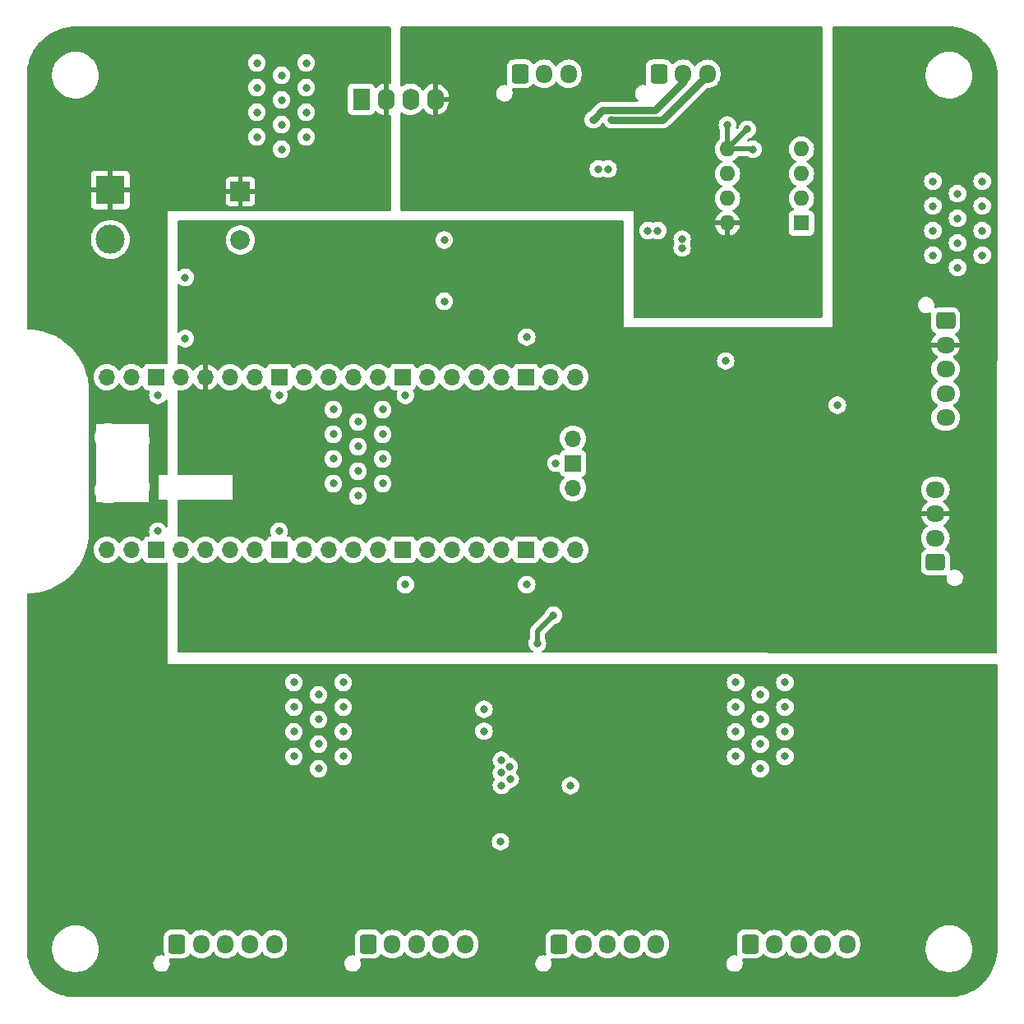
<source format=gbr>
%TF.GenerationSoftware,KiCad,Pcbnew,7.0.6+dfsg-1*%
%TF.CreationDate,2023-07-26T00:01:02-03:00*%
%TF.ProjectId,DMX_servo_controller_hardware,444d585f-7365-4727-966f-5f636f6e7472,rev?*%
%TF.SameCoordinates,Original*%
%TF.FileFunction,Copper,L4,Bot*%
%TF.FilePolarity,Positive*%
%FSLAX46Y46*%
G04 Gerber Fmt 4.6, Leading zero omitted, Abs format (unit mm)*
G04 Created by KiCad (PCBNEW 7.0.6+dfsg-1) date 2023-07-26 00:01:02*
%MOMM*%
%LPD*%
G01*
G04 APERTURE LIST*
G04 Aperture macros list*
%AMRoundRect*
0 Rectangle with rounded corners*
0 $1 Rounding radius*
0 $2 $3 $4 $5 $6 $7 $8 $9 X,Y pos of 4 corners*
0 Add a 4 corners polygon primitive as box body*
4,1,4,$2,$3,$4,$5,$6,$7,$8,$9,$2,$3,0*
0 Add four circle primitives for the rounded corners*
1,1,$1+$1,$2,$3*
1,1,$1+$1,$4,$5*
1,1,$1+$1,$6,$7*
1,1,$1+$1,$8,$9*
0 Add four rect primitives between the rounded corners*
20,1,$1+$1,$2,$3,$4,$5,0*
20,1,$1+$1,$4,$5,$6,$7,0*
20,1,$1+$1,$6,$7,$8,$9,0*
20,1,$1+$1,$8,$9,$2,$3,0*%
G04 Aperture macros list end*
%TA.AperFunction,ComponentPad*%
%ADD10RoundRect,0.250000X-0.725000X0.600000X-0.725000X-0.600000X0.725000X-0.600000X0.725000X0.600000X0*%
%TD*%
%TA.AperFunction,ComponentPad*%
%ADD11O,1.950000X1.700000*%
%TD*%
%TA.AperFunction,ComponentPad*%
%ADD12RoundRect,0.250000X-0.600000X-0.725000X0.600000X-0.725000X0.600000X0.725000X-0.600000X0.725000X0*%
%TD*%
%TA.AperFunction,ComponentPad*%
%ADD13O,1.700000X1.950000*%
%TD*%
%TA.AperFunction,ComponentPad*%
%ADD14R,2.000000X2.000000*%
%TD*%
%TA.AperFunction,ComponentPad*%
%ADD15C,2.000000*%
%TD*%
%TA.AperFunction,ComponentPad*%
%ADD16RoundRect,0.250000X0.725000X-0.600000X0.725000X0.600000X-0.725000X0.600000X-0.725000X-0.600000X0*%
%TD*%
%TA.AperFunction,ComponentPad*%
%ADD17R,3.000000X3.000000*%
%TD*%
%TA.AperFunction,ComponentPad*%
%ADD18C,3.000000*%
%TD*%
%TA.AperFunction,ComponentPad*%
%ADD19O,1.700000X1.700000*%
%TD*%
%TA.AperFunction,ComponentPad*%
%ADD20R,1.700000X1.700000*%
%TD*%
%TA.AperFunction,ComponentPad*%
%ADD21R,1.600000X1.600000*%
%TD*%
%TA.AperFunction,ComponentPad*%
%ADD22O,1.600000X1.600000*%
%TD*%
%TA.AperFunction,ComponentPad*%
%ADD23R,1.750000X2.250000*%
%TD*%
%TA.AperFunction,ComponentPad*%
%ADD24O,1.750000X2.250000*%
%TD*%
%TA.AperFunction,ViaPad*%
%ADD25C,0.800000*%
%TD*%
%TA.AperFunction,Conductor*%
%ADD26C,0.500000*%
%TD*%
%TA.AperFunction,Conductor*%
%ADD27C,0.750000*%
%TD*%
G04 APERTURE END LIST*
D10*
%TO.P,J5,1,Pin_1*%
%TO.N,GND*%
X194650000Y-90300000D03*
D11*
%TO.P,J5,2,Pin_2*%
%TO.N,+3.3V*%
X194650000Y-92800000D03*
%TO.P,J5,3,Pin_3*%
%TO.N,Encoder SW*%
X194650000Y-95300000D03*
%TO.P,J5,4,Pin_4*%
%TO.N,Encoder DT*%
X194650000Y-97800000D03*
%TO.P,J5,5,Pin_5*%
%TO.N,Encoder CLK*%
X194650000Y-100300000D03*
%TD*%
D12*
%TO.P,J9,1,Pin_1*%
%TO.N,OUT12*%
X174500000Y-154531250D03*
D13*
%TO.P,J9,2,Pin_2*%
%TO.N,OUT13*%
X177000000Y-154531250D03*
%TO.P,J9,3,Pin_3*%
%TO.N,OUT14*%
X179500000Y-154531250D03*
%TO.P,J9,4,Pin_4*%
%TO.N,OUT15*%
X182000000Y-154531250D03*
%TO.P,J9,5,Pin_5*%
%TO.N,GND*%
X184500000Y-154531250D03*
%TD*%
D12*
%TO.P,J1,1,Pin_1*%
%TO.N,GNDA*%
X150800000Y-64875000D03*
D13*
%TO.P,J1,2,Pin_2*%
%TO.N,DMX_positive{slash}hot*%
X153300000Y-64875000D03*
%TO.P,J1,3,Pin_3*%
%TO.N,DMX_negative{slash}cold*%
X155800000Y-64875000D03*
%TD*%
D12*
%TO.P,J2,1,Pin_1*%
%TO.N,GNDA*%
X165100000Y-64875000D03*
D13*
%TO.P,J2,2,Pin_2*%
%TO.N,DMX_positive{slash}hot*%
X167600000Y-64875000D03*
%TO.P,J2,3,Pin_3*%
%TO.N,DMX_negative{slash}cold*%
X170100000Y-64875000D03*
%TD*%
D14*
%TO.P,C3,1*%
%TO.N,+5V*%
X122000000Y-77000000D03*
D15*
%TO.P,C3,2*%
%TO.N,GND*%
X122000000Y-82000000D03*
%TD*%
D16*
%TO.P,J4,1,Pin_1*%
%TO.N,I2C0_SDA*%
X193600000Y-115200000D03*
D11*
%TO.P,J4,2,Pin_2*%
%TO.N,I2C0_SCL*%
X193600000Y-112700000D03*
%TO.P,J4,3,Pin_3*%
%TO.N,+3.3V*%
X193600000Y-110200000D03*
%TO.P,J4,4,Pin_4*%
%TO.N,GND*%
X193600000Y-107700000D03*
%TD*%
D12*
%TO.P,J7,1,Pin_1*%
%TO.N,OUT4*%
X135150000Y-154531250D03*
D13*
%TO.P,J7,2,Pin_2*%
%TO.N,OUT5*%
X137650000Y-154531250D03*
%TO.P,J7,3,Pin_3*%
%TO.N,OUT6*%
X140150000Y-154531250D03*
%TO.P,J7,4,Pin_4*%
%TO.N,OUT7*%
X142650000Y-154531250D03*
%TO.P,J7,5,Pin_5*%
%TO.N,GND*%
X145150000Y-154531250D03*
%TD*%
D12*
%TO.P,J8,1,Pin_1*%
%TO.N,OUT8*%
X154825000Y-154531250D03*
D13*
%TO.P,J8,2,Pin_2*%
%TO.N,OUT9*%
X157325000Y-154531250D03*
%TO.P,J8,3,Pin_3*%
%TO.N,OUT10*%
X159825000Y-154531250D03*
%TO.P,J8,4,Pin_4*%
%TO.N,OUT11*%
X162325000Y-154531250D03*
%TO.P,J8,5,Pin_5*%
%TO.N,GND*%
X164825000Y-154531250D03*
%TD*%
D12*
%TO.P,J6,1,Pin_1*%
%TO.N,OUT0*%
X115475000Y-154531250D03*
D13*
%TO.P,J6,2,Pin_2*%
%TO.N,OUT1*%
X117975000Y-154531250D03*
%TO.P,J6,3,Pin_3*%
%TO.N,OUT2*%
X120475000Y-154531250D03*
%TO.P,J6,4,Pin_4*%
%TO.N,OUT3*%
X122975000Y-154531250D03*
%TO.P,J6,5,Pin_5*%
%TO.N,GND*%
X125475000Y-154531250D03*
%TD*%
D17*
%TO.P,J3,1,Pin_1*%
%TO.N,+5V*%
X108600000Y-76860000D03*
D18*
%TO.P,J3,2,Pin_2*%
%TO.N,GND*%
X108600000Y-81940000D03*
%TD*%
D19*
%TO.P,U4,1,GPIO0*%
%TO.N,unconnected-(U4-GPIO0-Pad1)*%
X108240000Y-113890000D03*
%TO.P,U4,2,GPIO1*%
%TO.N,unconnected-(U4-GPIO1-Pad2)*%
X110780000Y-113890000D03*
D20*
%TO.P,U4,3,GND*%
%TO.N,GND*%
X113320000Y-113890000D03*
D19*
%TO.P,U4,4,GPIO2*%
%TO.N,unconnected-(U4-GPIO2-Pad4)*%
X115860000Y-113890000D03*
%TO.P,U4,5,GPIO3*%
%TO.N,unconnected-(U4-GPIO3-Pad5)*%
X118400000Y-113890000D03*
%TO.P,U4,6,GPIO4*%
%TO.N,I2C0_SDA*%
X120940000Y-113890000D03*
%TO.P,U4,7,GPIO5*%
%TO.N,I2C0_SCL*%
X123480000Y-113890000D03*
D20*
%TO.P,U4,8,GND*%
%TO.N,GND*%
X126020000Y-113890000D03*
D19*
%TO.P,U4,9,GPIO6*%
%TO.N,unconnected-(U4-GPIO6-Pad9)*%
X128560000Y-113890000D03*
%TO.P,U4,10,GPIO7*%
%TO.N,Encoder SW*%
X131100000Y-113890000D03*
%TO.P,U4,11,GPIO8*%
%TO.N,Encoder DT*%
X133640000Y-113890000D03*
%TO.P,U4,12,GPIO9*%
%TO.N,Encoder CLK*%
X136180000Y-113890000D03*
D20*
%TO.P,U4,13,GND*%
%TO.N,GND*%
X138720000Y-113890000D03*
D19*
%TO.P,U4,14,GPIO10*%
%TO.N,unconnected-(U4-GPIO10-Pad14)*%
X141260000Y-113890000D03*
%TO.P,U4,15,GPIO11*%
%TO.N,unconnected-(U4-GPIO11-Pad15)*%
X143800000Y-113890000D03*
%TO.P,U4,16,GPIO12*%
%TO.N,unconnected-(U4-GPIO12-Pad16)*%
X146340000Y-113890000D03*
%TO.P,U4,17,GPIO13*%
%TO.N,unconnected-(U4-GPIO13-Pad17)*%
X148880000Y-113890000D03*
D20*
%TO.P,U4,18,GND*%
%TO.N,GND*%
X151420000Y-113890000D03*
D19*
%TO.P,U4,19,GPIO14*%
%TO.N,unconnected-(U4-GPIO14-Pad19)*%
X153960000Y-113890000D03*
%TO.P,U4,20,GPIO15*%
%TO.N,unconnected-(U4-GPIO15-Pad20)*%
X156500000Y-113890000D03*
%TO.P,U4,21,GPIO16*%
%TO.N,unconnected-(U4-GPIO16-Pad21)*%
X156500000Y-96110000D03*
%TO.P,U4,22,GPIO17*%
%TO.N,unconnected-(U4-GPIO17-Pad22)*%
X153960000Y-96110000D03*
D20*
%TO.P,U4,23,GND*%
%TO.N,GND*%
X151420000Y-96110000D03*
D19*
%TO.P,U4,24,GPIO18*%
%TO.N,DMX_signal*%
X148880000Y-96110000D03*
%TO.P,U4,25,GPIO19*%
%TO.N,unconnected-(U4-GPIO19-Pad25)*%
X146340000Y-96110000D03*
%TO.P,U4,26,GPIO20*%
%TO.N,unconnected-(U4-GPIO20-Pad26)*%
X143800000Y-96110000D03*
%TO.P,U4,27,GPIO21*%
%TO.N,unconnected-(U4-GPIO21-Pad27)*%
X141260000Y-96110000D03*
D20*
%TO.P,U4,28,GND*%
%TO.N,GND*%
X138720000Y-96110000D03*
D19*
%TO.P,U4,29,GPIO22*%
%TO.N,unconnected-(U4-GPIO22-Pad29)*%
X136180000Y-96110000D03*
%TO.P,U4,30,RUN*%
%TO.N,RESET*%
X133640000Y-96110000D03*
%TO.P,U4,31,GPIO26_ADC0*%
%TO.N,unconnected-(U4-GPIO26_ADC0-Pad31)*%
X131100000Y-96110000D03*
%TO.P,U4,32,GPIO27_ADC1*%
%TO.N,unconnected-(U4-GPIO27_ADC1-Pad32)*%
X128560000Y-96110000D03*
D20*
%TO.P,U4,33,AGND*%
%TO.N,GND*%
X126020000Y-96110000D03*
D19*
%TO.P,U4,34,GPIO28_ADC2*%
%TO.N,unconnected-(U4-GPIO28_ADC2-Pad34)*%
X123480000Y-96110000D03*
%TO.P,U4,35,ADC_VREF*%
%TO.N,unconnected-(U4-ADC_VREF-Pad35)*%
X120940000Y-96110000D03*
%TO.P,U4,36,3V3*%
%TO.N,+3.3V*%
X118400000Y-96110000D03*
%TO.P,U4,37,3V3_EN*%
%TO.N,unconnected-(U4-3V3_EN-Pad37)*%
X115860000Y-96110000D03*
D20*
%TO.P,U4,38,GND*%
%TO.N,GND*%
X113320000Y-96110000D03*
D19*
%TO.P,U4,39,VSYS*%
%TO.N,unconnected-(U4-VSYS-Pad39)*%
X110780000Y-96110000D03*
%TO.P,U4,40,VBUS*%
%TO.N,Net-(D2-K)*%
X108240000Y-96110000D03*
%TO.P,U4,41,SWCLK*%
%TO.N,unconnected-(U4-SWCLK-Pad41)*%
X156270000Y-107540000D03*
D20*
%TO.P,U4,42,GND*%
%TO.N,GND*%
X156270000Y-105000000D03*
D19*
%TO.P,U4,43,SWDIO*%
%TO.N,unconnected-(U4-SWDIO-Pad43)*%
X156270000Y-102460000D03*
%TD*%
D21*
%TO.P,U2,1,R*%
%TO.N,Net-(U2-R)*%
X179800000Y-80250000D03*
D22*
%TO.P,U2,2,~{RE}*%
%TO.N,GNDA*%
X179800000Y-77710000D03*
%TO.P,U2,3,DE*%
X179800000Y-75170000D03*
%TO.P,U2,4,D*%
%TO.N,unconnected-(U2-D-Pad4)*%
X179800000Y-72630000D03*
%TO.P,U2,5,GND*%
%TO.N,GNDA*%
X172180000Y-72630000D03*
%TO.P,U2,6,A*%
%TO.N,Net-(U2-A)*%
X172180000Y-75170000D03*
%TO.P,U2,7,B*%
%TO.N,Net-(U2-B)*%
X172180000Y-77710000D03*
%TO.P,U2,8,VCC*%
%TO.N,+5VA*%
X172180000Y-80250000D03*
%TD*%
D23*
%TO.P,PS1,1,-Vin*%
%TO.N,GND*%
X134460727Y-67500000D03*
D24*
%TO.P,PS1,2,+Vin*%
%TO.N,+5V*%
X137000727Y-67500000D03*
%TO.P,PS1,3,-Vout*%
%TO.N,GNDA*%
X139540727Y-67500000D03*
%TO.P,PS1,4,+Vout*%
%TO.N,+5VA*%
X142080727Y-67500000D03*
%TD*%
D25*
%TO.N,+3.3V*%
X155000000Y-84460000D03*
X187909200Y-72034400D03*
X174920000Y-108410000D03*
X187909200Y-69494400D03*
X116660000Y-122325000D03*
X149920000Y-84450000D03*
X196500000Y-120460000D03*
X146000000Y-106000000D03*
X180000000Y-110960000D03*
X152460000Y-88265000D03*
X127540000Y-108275000D03*
X149920000Y-86990000D03*
X174920000Y-110950000D03*
X180000000Y-116040000D03*
X127540000Y-105735000D03*
X190449200Y-70769400D03*
X185369200Y-70759400D03*
X125000000Y-101920000D03*
X193960000Y-121725000D03*
X152460000Y-85725000D03*
X146000000Y-108540000D03*
X143460000Y-104725000D03*
X146000000Y-103460000D03*
X185369200Y-68219400D03*
X125000000Y-107000000D03*
X116660000Y-119785000D03*
X119200000Y-123600000D03*
X174920000Y-113490000D03*
X122460000Y-103185000D03*
X119200000Y-121060000D03*
X180000000Y-113500000D03*
X155000000Y-87000000D03*
X125000000Y-104460000D03*
X149920000Y-81910000D03*
X140920000Y-103450000D03*
X157994800Y-123514800D03*
X140920000Y-105990000D03*
X190449200Y-68229400D03*
X196500000Y-123000000D03*
X155000000Y-89540000D03*
X177460000Y-109685000D03*
X164494800Y-124014800D03*
X143460000Y-102185000D03*
X122460000Y-105725000D03*
X140920000Y-100910000D03*
X190449200Y-73309400D03*
X177460000Y-112225000D03*
X152460000Y-83185000D03*
X193960000Y-119185000D03*
X143460000Y-107265000D03*
X177460000Y-114765000D03*
X122460000Y-100645000D03*
X127540000Y-103195000D03*
X185369200Y-65679400D03*
X187909200Y-66954400D03*
%TO.N,GND*%
X148900000Y-135581250D03*
X134112000Y-108356400D03*
X134112000Y-100736400D03*
X136652000Y-102006400D03*
X127520000Y-135200000D03*
X126238000Y-67564000D03*
X198424800Y-83566000D03*
X193344800Y-83566000D03*
X131572000Y-107086400D03*
X183500000Y-99000000D03*
X127520000Y-127580000D03*
X173024800Y-130120000D03*
X113500000Y-112000000D03*
X173024800Y-132660000D03*
X131572000Y-99466400D03*
X195884800Y-82296000D03*
X147100000Y-130343750D03*
X148900000Y-138181250D03*
X128778000Y-68834000D03*
X147100000Y-132593750D03*
X193344800Y-78486000D03*
X128778000Y-71374000D03*
X126000000Y-98000000D03*
X126000000Y-112000000D03*
X143000000Y-88300000D03*
X148800000Y-143981250D03*
X151500000Y-92000000D03*
X175564800Y-128850000D03*
X175564800Y-133930000D03*
X123698000Y-63754000D03*
X178104800Y-132660000D03*
X126238000Y-65024000D03*
X139000000Y-98000000D03*
X132600000Y-130120000D03*
X136652000Y-99466400D03*
X130060000Y-136470000D03*
X128778000Y-63754000D03*
X130060000Y-128850000D03*
X130060000Y-133930000D03*
X149700000Y-136231250D03*
X151500000Y-117500000D03*
X123698000Y-66294000D03*
X198424800Y-78486000D03*
X198424800Y-81026000D03*
X136652000Y-104546400D03*
X173024800Y-135200000D03*
X154500000Y-105000000D03*
X149800000Y-137531250D03*
X178104800Y-135200000D03*
X156000000Y-138200000D03*
X193344800Y-75946000D03*
X123698000Y-71374000D03*
X127520000Y-130120000D03*
X134112000Y-105816400D03*
X131572000Y-102006400D03*
X195884800Y-79756000D03*
X134112000Y-103276400D03*
X132600000Y-127580000D03*
X127520000Y-132660000D03*
X123698000Y-68834000D03*
X130060000Y-131390000D03*
X148900000Y-136881250D03*
X126238000Y-70104000D03*
X195884800Y-77216000D03*
X173024800Y-127580000D03*
X132600000Y-132660000D03*
X175564800Y-131390000D03*
X172000000Y-94450000D03*
X136652000Y-107086400D03*
X116325000Y-92150000D03*
X175564800Y-136470000D03*
X198424800Y-75946000D03*
X178104800Y-130120000D03*
X178104800Y-127580000D03*
X128778000Y-66294000D03*
X113500000Y-98000000D03*
X139000000Y-117500000D03*
X193344800Y-81026000D03*
X131572000Y-104546400D03*
X116325000Y-85850000D03*
X195884800Y-84836000D03*
X126238000Y-72644000D03*
X132600000Y-135200000D03*
X143000000Y-82000000D03*
%TO.N,+5V*%
X117540000Y-68815000D03*
X112460000Y-137955000D03*
X191460000Y-130600000D03*
X188920000Y-131600000D03*
X109920000Y-134140000D03*
X115000000Y-134150000D03*
X120080000Y-70090000D03*
X188920000Y-136680000D03*
X112460000Y-132875000D03*
X115000000Y-136690000D03*
X157250000Y-131750000D03*
X120080000Y-67550000D03*
X112460000Y-135415000D03*
X191460000Y-135415000D03*
X194000000Y-136690000D03*
X152100000Y-132650000D03*
X164000000Y-133250000D03*
X115000000Y-70080000D03*
X117540000Y-66275000D03*
X115000000Y-65000000D03*
X112460000Y-130600000D03*
X188920000Y-134140000D03*
X120080000Y-65000000D03*
X191460000Y-132875000D03*
X109920000Y-136680000D03*
X191460000Y-137955000D03*
X117540000Y-71355000D03*
X109920000Y-131600000D03*
X194000000Y-131600000D03*
X117540000Y-64000000D03*
X115000000Y-131600000D03*
X152100000Y-130400000D03*
X115000000Y-67540000D03*
X194000000Y-134150000D03*
%TO.N,+5VA*%
X177000000Y-88450000D03*
%TO.N,GNDA*%
X174218823Y-70591176D03*
X167513000Y-82804000D03*
X165002827Y-81026000D03*
X172179999Y-70142331D03*
X158877000Y-74676000D03*
X174802800Y-72644000D03*
X159893000Y-74676000D03*
X163986827Y-81026000D03*
X167513000Y-81915000D03*
%TO.N,DMX_negative{slash}cold*%
X160260000Y-69599500D03*
%TO.N,DMX_positive{slash}hot*%
X158360000Y-69600000D03*
%TO.N,I2C0_SCL*%
X154250000Y-120650500D03*
X152603200Y-123545600D03*
%TD*%
D26*
%TO.N,GNDA*%
X174788800Y-72630000D02*
X172180000Y-72630000D01*
X172180000Y-70142332D02*
X172180000Y-72630000D01*
X172180000Y-72630000D02*
X174218823Y-70591176D01*
X174802800Y-72644000D02*
X174788800Y-72630000D01*
X172179999Y-70142331D02*
X172180000Y-70142332D01*
D27*
%TO.N,DMX_negative{slash}cold*%
X160260000Y-69599500D02*
X165515500Y-69599500D01*
X165515500Y-69599500D02*
X170140000Y-64975000D01*
%TO.N,DMX_positive{slash}hot*%
X167640000Y-64975000D02*
X167640000Y-65672500D01*
X164687500Y-68625000D02*
X159335000Y-68625000D01*
X167640000Y-65672500D02*
X164687500Y-68625000D01*
X159335000Y-68625000D02*
X158360000Y-69600000D01*
D26*
%TO.N,I2C0_SCL*%
X152603200Y-123545600D02*
X152603200Y-122297300D01*
X152603200Y-122297300D02*
X154250000Y-120650500D01*
%TD*%
%TA.AperFunction,Conductor*%
%TO.N,+3.3V*%
G36*
X195217318Y-60009488D02*
G01*
X195415934Y-60018160D01*
X195420865Y-60018574D01*
X195636792Y-60045489D01*
X195832940Y-60071313D01*
X195837265Y-60071883D01*
X195841894Y-60072671D01*
X196054183Y-60117183D01*
X196252534Y-60161157D01*
X196256778Y-60162257D01*
X196464544Y-60224112D01*
X196658658Y-60285317D01*
X196662530Y-60286680D01*
X196864457Y-60365472D01*
X197052817Y-60443494D01*
X197056252Y-60445045D01*
X197131343Y-60481755D01*
X197250992Y-60540249D01*
X197388629Y-60611897D01*
X197432009Y-60634479D01*
X197435107Y-60636207D01*
X197621382Y-60747202D01*
X197793662Y-60856957D01*
X197796377Y-60858789D01*
X197972918Y-60984837D01*
X198135098Y-61109282D01*
X198137426Y-61111159D01*
X198303055Y-61251439D01*
X198454895Y-61390574D01*
X198609424Y-61545103D01*
X198748557Y-61696940D01*
X198888839Y-61862572D01*
X198890716Y-61864900D01*
X199015162Y-62027081D01*
X199141209Y-62203621D01*
X199143040Y-62206335D01*
X199252797Y-62378617D01*
X199363791Y-62564891D01*
X199365525Y-62568000D01*
X199459750Y-62749007D01*
X199510835Y-62853500D01*
X199554953Y-62943744D01*
X199556524Y-62947229D01*
X199634536Y-63135566D01*
X199713309Y-63337445D01*
X199714681Y-63341340D01*
X199775899Y-63535496D01*
X199837735Y-63743200D01*
X199838843Y-63747472D01*
X199882818Y-63945826D01*
X199927326Y-64158101D01*
X199928115Y-64162733D01*
X199954524Y-64363319D01*
X199981422Y-64579115D01*
X199981839Y-64584082D01*
X199990515Y-64782786D01*
X199996129Y-64918509D01*
X199949297Y-124434811D01*
X199929560Y-124501835D01*
X199876720Y-124547548D01*
X199825211Y-124558713D01*
X153167051Y-124526226D01*
X153100025Y-124506495D01*
X153054307Y-124453659D01*
X153044411Y-124384494D01*
X153073481Y-124320958D01*
X153094243Y-124301914D01*
X153209071Y-124218488D01*
X153335733Y-124077816D01*
X153430379Y-123913884D01*
X153488874Y-123733856D01*
X153508660Y-123545600D01*
X153488874Y-123357344D01*
X153430379Y-123177316D01*
X153370313Y-123073277D01*
X153353700Y-123011277D01*
X153353700Y-122659529D01*
X153373385Y-122592490D01*
X153390014Y-122571852D01*
X154402771Y-121559095D01*
X154464092Y-121525612D01*
X154464448Y-121525534D01*
X154529803Y-121511644D01*
X154702730Y-121434651D01*
X154855871Y-121323388D01*
X154982533Y-121182716D01*
X155077179Y-121018784D01*
X155135674Y-120838756D01*
X155155460Y-120650500D01*
X155135674Y-120462244D01*
X155077179Y-120282216D01*
X154982533Y-120118284D01*
X154855871Y-119977612D01*
X154855870Y-119977611D01*
X154702734Y-119866351D01*
X154702729Y-119866348D01*
X154529807Y-119789357D01*
X154529802Y-119789355D01*
X154384001Y-119758365D01*
X154344646Y-119750000D01*
X154155354Y-119750000D01*
X154122897Y-119756898D01*
X153970197Y-119789355D01*
X153970192Y-119789357D01*
X153797270Y-119866348D01*
X153797265Y-119866351D01*
X153644129Y-119977611D01*
X153517466Y-120118285D01*
X153422821Y-120282215D01*
X153422819Y-120282219D01*
X153367478Y-120452541D01*
X153337228Y-120501903D01*
X152117558Y-121721572D01*
X152103929Y-121733351D01*
X152084668Y-121747690D01*
X152051098Y-121787697D01*
X152047453Y-121791676D01*
X152041609Y-121797522D01*
X152021259Y-121823259D01*
X151971895Y-121882089D01*
X151967929Y-121888119D01*
X151967882Y-121888088D01*
X151963830Y-121894447D01*
X151963879Y-121894477D01*
X151960089Y-121900621D01*
X151927624Y-121970241D01*
X151893160Y-122038866D01*
X151890688Y-122045657D01*
X151890632Y-122045636D01*
X151888160Y-122052750D01*
X151888215Y-122052769D01*
X151885942Y-122059627D01*
X151878175Y-122097246D01*
X151870407Y-122134865D01*
X151857201Y-122190584D01*
X151852698Y-122209586D01*
X151851861Y-122216754D01*
X151851801Y-122216747D01*
X151851035Y-122224245D01*
X151851095Y-122224251D01*
X151850465Y-122231440D01*
X151852700Y-122308216D01*
X151852700Y-123011277D01*
X151836087Y-123073277D01*
X151776021Y-123177314D01*
X151717527Y-123357340D01*
X151717526Y-123357344D01*
X151697740Y-123545600D01*
X151717526Y-123733856D01*
X151717527Y-123733859D01*
X151776018Y-123913877D01*
X151776021Y-123913884D01*
X151870667Y-124077816D01*
X151997326Y-124218485D01*
X151997329Y-124218488D01*
X152111065Y-124301122D01*
X152153731Y-124356452D01*
X152159710Y-124426065D01*
X152127104Y-124487860D01*
X152066266Y-124522217D01*
X152038094Y-124525440D01*
X115623914Y-124500086D01*
X115556888Y-124480355D01*
X115511170Y-124427519D01*
X115500000Y-124376086D01*
X115500000Y-117500000D01*
X138094540Y-117500000D01*
X138114326Y-117688256D01*
X138114327Y-117688259D01*
X138172818Y-117868277D01*
X138172821Y-117868284D01*
X138267467Y-118032216D01*
X138394128Y-118172887D01*
X138394129Y-118172888D01*
X138547265Y-118284148D01*
X138547270Y-118284151D01*
X138720192Y-118361142D01*
X138720197Y-118361144D01*
X138905354Y-118400500D01*
X138905355Y-118400500D01*
X139094644Y-118400500D01*
X139094646Y-118400500D01*
X139279803Y-118361144D01*
X139452730Y-118284151D01*
X139605871Y-118172888D01*
X139732533Y-118032216D01*
X139827179Y-117868284D01*
X139885674Y-117688256D01*
X139905460Y-117500000D01*
X150594540Y-117500000D01*
X150614326Y-117688256D01*
X150614327Y-117688259D01*
X150672818Y-117868277D01*
X150672821Y-117868284D01*
X150767467Y-118032216D01*
X150894129Y-118172887D01*
X150894129Y-118172888D01*
X151047265Y-118284148D01*
X151047270Y-118284151D01*
X151220192Y-118361142D01*
X151220197Y-118361144D01*
X151405354Y-118400500D01*
X151405355Y-118400500D01*
X151594644Y-118400500D01*
X151594646Y-118400500D01*
X151779803Y-118361144D01*
X151952730Y-118284151D01*
X152105871Y-118172888D01*
X152232533Y-118032216D01*
X152327179Y-117868284D01*
X152385674Y-117688256D01*
X152405460Y-117500000D01*
X152385674Y-117311744D01*
X152327179Y-117131716D01*
X152232533Y-116967784D01*
X152105871Y-116827112D01*
X152105870Y-116827111D01*
X151952734Y-116715851D01*
X151952729Y-116715848D01*
X151779807Y-116638857D01*
X151779802Y-116638855D01*
X151634000Y-116607865D01*
X151594646Y-116599500D01*
X151405354Y-116599500D01*
X151372897Y-116606398D01*
X151220197Y-116638855D01*
X151220192Y-116638857D01*
X151047270Y-116715848D01*
X151047265Y-116715851D01*
X150894129Y-116827111D01*
X150767466Y-116967785D01*
X150672821Y-117131715D01*
X150672818Y-117131722D01*
X150614327Y-117311740D01*
X150614326Y-117311744D01*
X150594540Y-117500000D01*
X139905460Y-117500000D01*
X139885674Y-117311744D01*
X139827179Y-117131716D01*
X139732533Y-116967784D01*
X139605871Y-116827112D01*
X139605870Y-116827111D01*
X139452734Y-116715851D01*
X139452729Y-116715848D01*
X139279807Y-116638857D01*
X139279802Y-116638855D01*
X139134000Y-116607865D01*
X139094646Y-116599500D01*
X138905354Y-116599500D01*
X138872897Y-116606398D01*
X138720197Y-116638855D01*
X138720192Y-116638857D01*
X138547270Y-116715848D01*
X138547265Y-116715851D01*
X138394129Y-116827111D01*
X138267466Y-116967785D01*
X138172821Y-117131715D01*
X138172818Y-117131722D01*
X138114327Y-117311740D01*
X138114326Y-117311744D01*
X138094540Y-117500000D01*
X115500000Y-117500000D01*
X115500000Y-115349484D01*
X115519685Y-115282445D01*
X115572489Y-115236690D01*
X115634804Y-115225956D01*
X115837911Y-115243726D01*
X115859999Y-115245659D01*
X115860000Y-115245659D01*
X115860001Y-115245659D01*
X115918966Y-115240500D01*
X116095408Y-115225063D01*
X116323663Y-115163903D01*
X116537830Y-115064035D01*
X116731401Y-114928495D01*
X116898495Y-114761401D01*
X117028426Y-114575841D01*
X117083002Y-114532217D01*
X117152500Y-114525023D01*
X117214855Y-114556546D01*
X117231575Y-114575842D01*
X117361500Y-114761395D01*
X117361505Y-114761401D01*
X117528599Y-114928495D01*
X117625384Y-114996264D01*
X117722165Y-115064032D01*
X117722167Y-115064033D01*
X117722170Y-115064035D01*
X117936337Y-115163903D01*
X118164592Y-115225063D01*
X118341034Y-115240500D01*
X118399999Y-115245659D01*
X118400000Y-115245659D01*
X118400001Y-115245659D01*
X118458966Y-115240500D01*
X118635408Y-115225063D01*
X118863663Y-115163903D01*
X119077830Y-115064035D01*
X119271401Y-114928495D01*
X119438495Y-114761401D01*
X119568426Y-114575840D01*
X119623001Y-114532217D01*
X119692499Y-114525023D01*
X119754854Y-114556546D01*
X119771574Y-114575841D01*
X119901505Y-114761401D01*
X120068599Y-114928495D01*
X120165384Y-114996264D01*
X120262165Y-115064032D01*
X120262167Y-115064033D01*
X120262170Y-115064035D01*
X120476337Y-115163903D01*
X120704592Y-115225063D01*
X120881034Y-115240500D01*
X120939999Y-115245659D01*
X120940000Y-115245659D01*
X120940001Y-115245659D01*
X120998966Y-115240500D01*
X121175408Y-115225063D01*
X121403663Y-115163903D01*
X121617830Y-115064035D01*
X121811401Y-114928495D01*
X121978495Y-114761401D01*
X122108426Y-114575841D01*
X122163002Y-114532217D01*
X122232500Y-114525023D01*
X122294855Y-114556546D01*
X122311575Y-114575842D01*
X122441500Y-114761395D01*
X122441505Y-114761401D01*
X122608599Y-114928495D01*
X122705384Y-114996264D01*
X122802165Y-115064032D01*
X122802167Y-115064033D01*
X122802170Y-115064035D01*
X123016337Y-115163903D01*
X123244592Y-115225063D01*
X123421034Y-115240500D01*
X123479999Y-115245659D01*
X123480000Y-115245659D01*
X123480001Y-115245659D01*
X123538966Y-115240500D01*
X123715408Y-115225063D01*
X123943663Y-115163903D01*
X124157830Y-115064035D01*
X124351401Y-114928495D01*
X124473329Y-114806566D01*
X124534648Y-114773084D01*
X124604340Y-114778068D01*
X124660274Y-114819939D01*
X124677189Y-114850917D01*
X124726202Y-114982328D01*
X124726206Y-114982335D01*
X124812452Y-115097544D01*
X124812455Y-115097547D01*
X124927664Y-115183793D01*
X124927671Y-115183797D01*
X125062517Y-115234091D01*
X125062516Y-115234091D01*
X125069444Y-115234835D01*
X125122127Y-115240500D01*
X126917872Y-115240499D01*
X126977483Y-115234091D01*
X127112331Y-115183796D01*
X127227546Y-115097546D01*
X127313796Y-114982331D01*
X127362810Y-114850916D01*
X127404681Y-114794984D01*
X127470145Y-114770566D01*
X127538418Y-114785417D01*
X127566673Y-114806569D01*
X127688599Y-114928495D01*
X127785384Y-114996264D01*
X127882165Y-115064032D01*
X127882167Y-115064033D01*
X127882170Y-115064035D01*
X128096337Y-115163903D01*
X128324592Y-115225063D01*
X128501034Y-115240500D01*
X128559999Y-115245659D01*
X128560000Y-115245659D01*
X128560001Y-115245659D01*
X128618966Y-115240500D01*
X128795408Y-115225063D01*
X129023663Y-115163903D01*
X129237830Y-115064035D01*
X129431401Y-114928495D01*
X129598495Y-114761401D01*
X129728426Y-114575840D01*
X129783001Y-114532217D01*
X129852499Y-114525023D01*
X129914854Y-114556546D01*
X129931574Y-114575841D01*
X130061505Y-114761401D01*
X130228599Y-114928495D01*
X130325384Y-114996264D01*
X130422165Y-115064032D01*
X130422167Y-115064033D01*
X130422170Y-115064035D01*
X130636337Y-115163903D01*
X130864592Y-115225063D01*
X131041034Y-115240500D01*
X131099999Y-115245659D01*
X131100000Y-115245659D01*
X131100001Y-115245659D01*
X131158966Y-115240500D01*
X131335408Y-115225063D01*
X131563663Y-115163903D01*
X131777830Y-115064035D01*
X131971401Y-114928495D01*
X132138495Y-114761401D01*
X132268426Y-114575841D01*
X132323002Y-114532217D01*
X132392500Y-114525023D01*
X132454855Y-114556546D01*
X132471575Y-114575842D01*
X132601500Y-114761395D01*
X132601505Y-114761401D01*
X132768599Y-114928495D01*
X132865384Y-114996265D01*
X132962165Y-115064032D01*
X132962167Y-115064033D01*
X132962170Y-115064035D01*
X133176337Y-115163903D01*
X133404592Y-115225063D01*
X133581034Y-115240500D01*
X133639999Y-115245659D01*
X133640000Y-115245659D01*
X133640001Y-115245659D01*
X133698966Y-115240500D01*
X133875408Y-115225063D01*
X134103663Y-115163903D01*
X134317830Y-115064035D01*
X134511401Y-114928495D01*
X134678495Y-114761401D01*
X134808426Y-114575841D01*
X134863002Y-114532217D01*
X134932500Y-114525023D01*
X134994855Y-114556546D01*
X135011575Y-114575842D01*
X135141500Y-114761395D01*
X135141505Y-114761401D01*
X135308599Y-114928495D01*
X135405384Y-114996265D01*
X135502165Y-115064032D01*
X135502167Y-115064033D01*
X135502170Y-115064035D01*
X135716337Y-115163903D01*
X135944592Y-115225063D01*
X136121034Y-115240500D01*
X136179999Y-115245659D01*
X136180000Y-115245659D01*
X136180001Y-115245659D01*
X136238966Y-115240500D01*
X136415408Y-115225063D01*
X136643663Y-115163903D01*
X136857830Y-115064035D01*
X137051401Y-114928495D01*
X137173329Y-114806566D01*
X137234648Y-114773084D01*
X137304340Y-114778068D01*
X137360274Y-114819939D01*
X137377189Y-114850917D01*
X137426202Y-114982328D01*
X137426206Y-114982335D01*
X137512452Y-115097544D01*
X137512455Y-115097547D01*
X137627664Y-115183793D01*
X137627671Y-115183797D01*
X137762517Y-115234091D01*
X137762516Y-115234091D01*
X137769444Y-115234835D01*
X137822127Y-115240500D01*
X139617872Y-115240499D01*
X139677483Y-115234091D01*
X139812331Y-115183796D01*
X139927546Y-115097546D01*
X140013796Y-114982331D01*
X140062810Y-114850916D01*
X140104681Y-114794984D01*
X140170145Y-114770566D01*
X140238418Y-114785417D01*
X140266673Y-114806569D01*
X140388599Y-114928495D01*
X140485384Y-114996265D01*
X140582165Y-115064032D01*
X140582167Y-115064033D01*
X140582170Y-115064035D01*
X140796337Y-115163903D01*
X141024592Y-115225063D01*
X141201034Y-115240500D01*
X141259999Y-115245659D01*
X141260000Y-115245659D01*
X141260001Y-115245659D01*
X141318966Y-115240500D01*
X141495408Y-115225063D01*
X141723663Y-115163903D01*
X141937830Y-115064035D01*
X142131401Y-114928495D01*
X142298495Y-114761401D01*
X142428426Y-114575841D01*
X142483002Y-114532217D01*
X142552500Y-114525023D01*
X142614855Y-114556546D01*
X142631575Y-114575842D01*
X142761500Y-114761395D01*
X142761505Y-114761401D01*
X142928599Y-114928495D01*
X143025384Y-114996265D01*
X143122165Y-115064032D01*
X143122167Y-115064033D01*
X143122170Y-115064035D01*
X143336337Y-115163903D01*
X143564592Y-115225063D01*
X143741034Y-115240500D01*
X143799999Y-115245659D01*
X143800000Y-115245659D01*
X143800001Y-115245659D01*
X143858966Y-115240500D01*
X144035408Y-115225063D01*
X144263663Y-115163903D01*
X144477830Y-115064035D01*
X144671401Y-114928495D01*
X144838495Y-114761401D01*
X144968426Y-114575841D01*
X145023002Y-114532217D01*
X145092500Y-114525023D01*
X145154855Y-114556546D01*
X145171575Y-114575842D01*
X145301500Y-114761395D01*
X145301505Y-114761401D01*
X145468599Y-114928495D01*
X145565384Y-114996265D01*
X145662165Y-115064032D01*
X145662167Y-115064033D01*
X145662170Y-115064035D01*
X145876337Y-115163903D01*
X146104592Y-115225063D01*
X146281034Y-115240500D01*
X146339999Y-115245659D01*
X146340000Y-115245659D01*
X146340001Y-115245659D01*
X146398966Y-115240500D01*
X146575408Y-115225063D01*
X146803663Y-115163903D01*
X147017830Y-115064035D01*
X147211401Y-114928495D01*
X147378495Y-114761401D01*
X147508426Y-114575841D01*
X147563002Y-114532217D01*
X147632500Y-114525023D01*
X147694855Y-114556546D01*
X147711575Y-114575842D01*
X147841500Y-114761395D01*
X147841505Y-114761401D01*
X148008599Y-114928495D01*
X148105384Y-114996265D01*
X148202165Y-115064032D01*
X148202167Y-115064033D01*
X148202170Y-115064035D01*
X148416337Y-115163903D01*
X148644592Y-115225063D01*
X148821034Y-115240500D01*
X148879999Y-115245659D01*
X148880000Y-115245659D01*
X148880001Y-115245659D01*
X148938966Y-115240500D01*
X149115408Y-115225063D01*
X149343663Y-115163903D01*
X149557830Y-115064035D01*
X149751401Y-114928495D01*
X149873329Y-114806566D01*
X149934648Y-114773084D01*
X150004340Y-114778068D01*
X150060274Y-114819939D01*
X150077189Y-114850917D01*
X150126202Y-114982328D01*
X150126206Y-114982335D01*
X150212452Y-115097544D01*
X150212455Y-115097547D01*
X150327664Y-115183793D01*
X150327671Y-115183797D01*
X150462517Y-115234091D01*
X150462516Y-115234091D01*
X150469444Y-115234835D01*
X150522127Y-115240500D01*
X152317872Y-115240499D01*
X152377483Y-115234091D01*
X152512331Y-115183796D01*
X152627546Y-115097546D01*
X152713796Y-114982331D01*
X152762810Y-114850916D01*
X152804681Y-114794984D01*
X152870145Y-114770566D01*
X152938418Y-114785417D01*
X152966673Y-114806569D01*
X153088599Y-114928495D01*
X153185384Y-114996264D01*
X153282165Y-115064032D01*
X153282167Y-115064033D01*
X153282170Y-115064035D01*
X153496337Y-115163903D01*
X153724592Y-115225063D01*
X153901034Y-115240500D01*
X153959999Y-115245659D01*
X153960000Y-115245659D01*
X153960001Y-115245659D01*
X154018966Y-115240500D01*
X154195408Y-115225063D01*
X154423663Y-115163903D01*
X154637830Y-115064035D01*
X154831401Y-114928495D01*
X154998495Y-114761401D01*
X155128426Y-114575841D01*
X155183002Y-114532217D01*
X155252500Y-114525023D01*
X155314855Y-114556546D01*
X155331575Y-114575842D01*
X155461500Y-114761395D01*
X155461505Y-114761401D01*
X155628599Y-114928495D01*
X155725384Y-114996264D01*
X155822165Y-115064032D01*
X155822167Y-115064033D01*
X155822170Y-115064035D01*
X156036337Y-115163903D01*
X156264592Y-115225063D01*
X156441034Y-115240500D01*
X156499999Y-115245659D01*
X156500000Y-115245659D01*
X156500001Y-115245659D01*
X156558966Y-115240500D01*
X156735408Y-115225063D01*
X156963663Y-115163903D01*
X157177830Y-115064035D01*
X157371401Y-114928495D01*
X157538495Y-114761401D01*
X157674035Y-114567830D01*
X157773903Y-114353663D01*
X157835063Y-114125408D01*
X157855659Y-113890000D01*
X157835063Y-113654592D01*
X157773903Y-113426337D01*
X157674035Y-113212171D01*
X157668425Y-113204158D01*
X157538494Y-113018597D01*
X157371402Y-112851506D01*
X157371395Y-112851501D01*
X157177834Y-112715967D01*
X157177830Y-112715965D01*
X157143593Y-112700000D01*
X192119341Y-112700000D01*
X192139936Y-112935403D01*
X192139938Y-112935413D01*
X192201094Y-113163655D01*
X192201096Y-113163659D01*
X192201097Y-113163663D01*
X192240323Y-113247783D01*
X192300964Y-113377828D01*
X192300965Y-113377830D01*
X192436505Y-113571402D01*
X192583704Y-113718601D01*
X192617189Y-113779924D01*
X192612205Y-113849616D01*
X192570333Y-113905549D01*
X192561120Y-113911820D01*
X192406347Y-114007285D01*
X192406343Y-114007288D01*
X192282289Y-114131342D01*
X192190187Y-114280663D01*
X192190185Y-114280666D01*
X192190186Y-114280666D01*
X192135001Y-114447203D01*
X192135001Y-114447204D01*
X192135000Y-114447204D01*
X192124500Y-114549983D01*
X192124500Y-115850001D01*
X192124501Y-115850018D01*
X192135000Y-115952796D01*
X192135001Y-115952799D01*
X192161012Y-116031294D01*
X192190186Y-116119334D01*
X192282288Y-116268656D01*
X192406344Y-116392712D01*
X192555666Y-116484814D01*
X192722203Y-116539999D01*
X192824991Y-116550500D01*
X194375008Y-116550499D01*
X194477797Y-116539999D01*
X194603654Y-116498293D01*
X194673480Y-116495892D01*
X194733522Y-116531623D01*
X194764715Y-116594144D01*
X194765023Y-116636060D01*
X194745740Y-116753683D01*
X194745739Y-116753683D01*
X194755755Y-116938406D01*
X194755755Y-116938411D01*
X194805244Y-117116656D01*
X194805247Y-117116662D01*
X194891898Y-117280102D01*
X194954540Y-117353850D01*
X195011663Y-117421100D01*
X195158936Y-117533054D01*
X195326833Y-117610732D01*
X195326834Y-117610732D01*
X195326836Y-117610733D01*
X195381648Y-117622797D01*
X195507503Y-117650500D01*
X195507506Y-117650500D01*
X195646107Y-117650500D01*
X195646113Y-117650500D01*
X195783910Y-117635514D01*
X195959221Y-117576444D01*
X196117736Y-117481070D01*
X196252041Y-117353849D01*
X196355858Y-117200730D01*
X196424331Y-117028875D01*
X196454260Y-116846317D01*
X196444245Y-116661593D01*
X196444244Y-116661588D01*
X196394755Y-116483343D01*
X196394752Y-116483337D01*
X196308101Y-116319897D01*
X196188337Y-116178900D01*
X196188337Y-116178899D01*
X196041064Y-116066946D01*
X195873167Y-115989268D01*
X195873163Y-115989266D01*
X195692497Y-115949500D01*
X195553887Y-115949500D01*
X195553883Y-115949500D01*
X195416088Y-115964486D01*
X195303255Y-116002505D01*
X195240779Y-116023556D01*
X195240777Y-116023556D01*
X195234408Y-116025703D01*
X195233482Y-116022955D01*
X195176979Y-116031294D01*
X195113316Y-116002505D01*
X195075323Y-115943867D01*
X195070812Y-115895891D01*
X195075500Y-115850009D01*
X195075499Y-114549992D01*
X195064999Y-114447203D01*
X195009814Y-114280666D01*
X194917712Y-114131344D01*
X194793656Y-114007288D01*
X194712658Y-113957328D01*
X194638879Y-113911821D01*
X194592155Y-113859873D01*
X194580932Y-113790910D01*
X194608776Y-113726828D01*
X194616295Y-113718601D01*
X194680310Y-113654586D01*
X194763495Y-113571401D01*
X194899035Y-113377830D01*
X194998903Y-113163663D01*
X195060063Y-112935408D01*
X195080659Y-112700000D01*
X195060063Y-112464592D01*
X194998903Y-112236337D01*
X194899035Y-112022171D01*
X194899034Y-112022169D01*
X194763494Y-111828597D01*
X194596403Y-111661506D01*
X194438967Y-111551269D01*
X194395342Y-111496692D01*
X194388148Y-111427194D01*
X194419671Y-111364839D01*
X194438967Y-111348119D01*
X194596073Y-111238113D01*
X194596079Y-111238108D01*
X194763105Y-111071082D01*
X194898600Y-110877578D01*
X194998429Y-110663492D01*
X194998432Y-110663486D01*
X195055636Y-110450000D01*
X194003969Y-110450000D01*
X194036519Y-110399351D01*
X194075000Y-110268295D01*
X194075000Y-110131705D01*
X194036519Y-110000649D01*
X194003969Y-109950000D01*
X195055636Y-109950000D01*
X195055635Y-109949999D01*
X194998432Y-109736513D01*
X194998429Y-109736507D01*
X194898600Y-109522422D01*
X194898599Y-109522420D01*
X194763113Y-109328926D01*
X194763108Y-109328920D01*
X194596079Y-109161891D01*
X194596073Y-109161886D01*
X194438967Y-109051880D01*
X194395342Y-108997303D01*
X194388148Y-108927805D01*
X194419671Y-108865450D01*
X194438960Y-108848735D01*
X194596401Y-108738495D01*
X194763495Y-108571401D01*
X194899035Y-108377830D01*
X194998903Y-108163663D01*
X195060063Y-107935408D01*
X195080659Y-107700000D01*
X195079216Y-107683512D01*
X195062746Y-107495256D01*
X195060063Y-107464592D01*
X194998903Y-107236337D01*
X194899035Y-107022171D01*
X194899034Y-107022169D01*
X194763494Y-106828597D01*
X194596402Y-106661505D01*
X194402830Y-106525965D01*
X194402828Y-106525964D01*
X194295746Y-106476030D01*
X194188663Y-106426097D01*
X194188659Y-106426096D01*
X194188655Y-106426094D01*
X193960413Y-106364938D01*
X193960403Y-106364936D01*
X193783966Y-106349500D01*
X193416034Y-106349500D01*
X193239596Y-106364936D01*
X193239586Y-106364938D01*
X193011344Y-106426094D01*
X193011335Y-106426098D01*
X192797171Y-106525964D01*
X192797169Y-106525965D01*
X192603597Y-106661505D01*
X192436506Y-106828597D01*
X192436501Y-106828604D01*
X192300967Y-107022165D01*
X192300965Y-107022169D01*
X192201098Y-107236335D01*
X192201094Y-107236344D01*
X192139938Y-107464586D01*
X192139936Y-107464596D01*
X192119341Y-107699999D01*
X192119341Y-107700000D01*
X192139936Y-107935403D01*
X192139938Y-107935413D01*
X192201094Y-108163655D01*
X192201096Y-108163659D01*
X192201097Y-108163663D01*
X192203185Y-108168140D01*
X192300964Y-108377828D01*
X192300965Y-108377830D01*
X192436505Y-108571402D01*
X192603597Y-108738494D01*
X192761031Y-108848730D01*
X192804656Y-108903307D01*
X192811850Y-108972805D01*
X192780327Y-109035160D01*
X192761032Y-109051880D01*
X192603922Y-109161890D01*
X192603920Y-109161891D01*
X192436894Y-109328917D01*
X192301399Y-109522421D01*
X192201570Y-109736507D01*
X192201567Y-109736513D01*
X192144364Y-109949999D01*
X192144364Y-109950000D01*
X193196031Y-109950000D01*
X193163481Y-110000649D01*
X193125000Y-110131705D01*
X193125000Y-110268295D01*
X193163481Y-110399351D01*
X193196031Y-110450000D01*
X192144364Y-110450000D01*
X192201567Y-110663486D01*
X192201570Y-110663492D01*
X192301399Y-110877577D01*
X192301400Y-110877579D01*
X192436886Y-111071073D01*
X192436891Y-111071079D01*
X192603920Y-111238108D01*
X192603926Y-111238113D01*
X192761031Y-111348119D01*
X192804656Y-111402696D01*
X192811850Y-111472194D01*
X192780327Y-111534549D01*
X192761032Y-111551269D01*
X192603594Y-111661508D01*
X192436506Y-111828597D01*
X192436501Y-111828604D01*
X192300967Y-112022165D01*
X192300965Y-112022169D01*
X192201098Y-112236335D01*
X192201094Y-112236344D01*
X192139938Y-112464586D01*
X192139936Y-112464596D01*
X192119341Y-112699999D01*
X192119341Y-112700000D01*
X157143593Y-112700000D01*
X157143591Y-112699999D01*
X156963663Y-112616097D01*
X156963659Y-112616096D01*
X156963655Y-112616094D01*
X156735413Y-112554938D01*
X156735403Y-112554936D01*
X156500001Y-112534341D01*
X156499999Y-112534341D01*
X156264596Y-112554936D01*
X156264586Y-112554938D01*
X156036344Y-112616094D01*
X156036335Y-112616098D01*
X155822171Y-112715964D01*
X155822169Y-112715965D01*
X155628597Y-112851505D01*
X155461505Y-113018597D01*
X155331575Y-113204158D01*
X155276998Y-113247783D01*
X155207500Y-113254977D01*
X155145145Y-113223454D01*
X155128425Y-113204158D01*
X154998494Y-113018597D01*
X154831402Y-112851506D01*
X154831395Y-112851501D01*
X154637834Y-112715967D01*
X154637830Y-112715965D01*
X154603591Y-112699999D01*
X154423663Y-112616097D01*
X154423659Y-112616096D01*
X154423655Y-112616094D01*
X154195413Y-112554938D01*
X154195403Y-112554936D01*
X153960001Y-112534341D01*
X153959999Y-112534341D01*
X153724596Y-112554936D01*
X153724586Y-112554938D01*
X153496344Y-112616094D01*
X153496335Y-112616098D01*
X153282171Y-112715964D01*
X153282169Y-112715965D01*
X153088600Y-112851503D01*
X152966673Y-112973430D01*
X152905350Y-113006914D01*
X152835658Y-113001930D01*
X152779725Y-112960058D01*
X152762810Y-112929081D01*
X152713797Y-112797671D01*
X152713793Y-112797664D01*
X152627547Y-112682455D01*
X152627544Y-112682452D01*
X152512335Y-112596206D01*
X152512328Y-112596202D01*
X152377482Y-112545908D01*
X152377483Y-112545908D01*
X152317883Y-112539501D01*
X152317881Y-112539500D01*
X152317873Y-112539500D01*
X152317864Y-112539500D01*
X150522129Y-112539500D01*
X150522123Y-112539501D01*
X150462516Y-112545908D01*
X150327671Y-112596202D01*
X150327664Y-112596206D01*
X150212455Y-112682452D01*
X150212452Y-112682455D01*
X150126206Y-112797664D01*
X150126203Y-112797669D01*
X150077189Y-112929083D01*
X150035317Y-112985016D01*
X149969853Y-113009433D01*
X149901580Y-112994581D01*
X149873326Y-112973430D01*
X149751402Y-112851506D01*
X149751395Y-112851501D01*
X149557834Y-112715967D01*
X149557830Y-112715965D01*
X149523591Y-112699999D01*
X149343663Y-112616097D01*
X149343659Y-112616096D01*
X149343655Y-112616094D01*
X149115413Y-112554938D01*
X149115403Y-112554936D01*
X148880001Y-112534341D01*
X148879999Y-112534341D01*
X148644596Y-112554936D01*
X148644586Y-112554938D01*
X148416344Y-112616094D01*
X148416335Y-112616098D01*
X148202171Y-112715964D01*
X148202169Y-112715965D01*
X148008597Y-112851505D01*
X147841505Y-113018597D01*
X147711575Y-113204158D01*
X147656998Y-113247783D01*
X147587500Y-113254977D01*
X147525145Y-113223454D01*
X147508425Y-113204158D01*
X147378494Y-113018597D01*
X147211402Y-112851506D01*
X147211395Y-112851501D01*
X147017834Y-112715967D01*
X147017830Y-112715965D01*
X146983591Y-112699999D01*
X146803663Y-112616097D01*
X146803659Y-112616096D01*
X146803655Y-112616094D01*
X146575413Y-112554938D01*
X146575403Y-112554936D01*
X146340001Y-112534341D01*
X146339999Y-112534341D01*
X146104596Y-112554936D01*
X146104586Y-112554938D01*
X145876344Y-112616094D01*
X145876335Y-112616098D01*
X145662171Y-112715964D01*
X145662169Y-112715965D01*
X145468597Y-112851505D01*
X145301505Y-113018597D01*
X145171575Y-113204158D01*
X145116998Y-113247783D01*
X145047500Y-113254977D01*
X144985145Y-113223454D01*
X144968425Y-113204158D01*
X144838494Y-113018597D01*
X144671402Y-112851506D01*
X144671395Y-112851501D01*
X144477834Y-112715967D01*
X144477830Y-112715965D01*
X144443591Y-112699999D01*
X144263663Y-112616097D01*
X144263659Y-112616096D01*
X144263655Y-112616094D01*
X144035413Y-112554938D01*
X144035403Y-112554936D01*
X143800001Y-112534341D01*
X143799999Y-112534341D01*
X143564596Y-112554936D01*
X143564586Y-112554938D01*
X143336344Y-112616094D01*
X143336335Y-112616098D01*
X143122171Y-112715964D01*
X143122169Y-112715965D01*
X142928597Y-112851505D01*
X142761505Y-113018597D01*
X142631575Y-113204158D01*
X142576998Y-113247783D01*
X142507500Y-113254977D01*
X142445145Y-113223454D01*
X142428425Y-113204158D01*
X142298494Y-113018597D01*
X142131402Y-112851506D01*
X142131395Y-112851501D01*
X141937834Y-112715967D01*
X141937830Y-112715965D01*
X141903591Y-112699999D01*
X141723663Y-112616097D01*
X141723659Y-112616096D01*
X141723655Y-112616094D01*
X141495413Y-112554938D01*
X141495403Y-112554936D01*
X141260001Y-112534341D01*
X141259999Y-112534341D01*
X141024596Y-112554936D01*
X141024586Y-112554938D01*
X140796344Y-112616094D01*
X140796335Y-112616098D01*
X140582171Y-112715964D01*
X140582169Y-112715965D01*
X140388600Y-112851503D01*
X140266673Y-112973430D01*
X140205350Y-113006914D01*
X140135658Y-113001930D01*
X140079725Y-112960058D01*
X140062810Y-112929081D01*
X140013797Y-112797671D01*
X140013793Y-112797664D01*
X139927547Y-112682455D01*
X139927544Y-112682452D01*
X139812335Y-112596206D01*
X139812328Y-112596202D01*
X139677482Y-112545908D01*
X139677483Y-112545908D01*
X139617883Y-112539501D01*
X139617881Y-112539500D01*
X139617873Y-112539500D01*
X139617864Y-112539500D01*
X137822129Y-112539500D01*
X137822123Y-112539501D01*
X137762516Y-112545908D01*
X137627671Y-112596202D01*
X137627664Y-112596206D01*
X137512455Y-112682452D01*
X137512452Y-112682455D01*
X137426206Y-112797664D01*
X137426203Y-112797669D01*
X137377189Y-112929083D01*
X137335317Y-112985016D01*
X137269853Y-113009433D01*
X137201580Y-112994581D01*
X137173326Y-112973430D01*
X137051402Y-112851506D01*
X137051395Y-112851501D01*
X136857834Y-112715967D01*
X136857830Y-112715965D01*
X136823591Y-112699999D01*
X136643663Y-112616097D01*
X136643659Y-112616096D01*
X136643655Y-112616094D01*
X136415413Y-112554938D01*
X136415403Y-112554936D01*
X136180001Y-112534341D01*
X136179999Y-112534341D01*
X135944596Y-112554936D01*
X135944586Y-112554938D01*
X135716344Y-112616094D01*
X135716335Y-112616098D01*
X135502171Y-112715964D01*
X135502169Y-112715965D01*
X135308597Y-112851505D01*
X135141505Y-113018597D01*
X135011575Y-113204158D01*
X134956998Y-113247783D01*
X134887500Y-113254977D01*
X134825145Y-113223454D01*
X134808425Y-113204158D01*
X134678494Y-113018597D01*
X134511402Y-112851506D01*
X134511395Y-112851501D01*
X134317834Y-112715967D01*
X134317830Y-112715965D01*
X134283591Y-112699999D01*
X134103663Y-112616097D01*
X134103659Y-112616096D01*
X134103655Y-112616094D01*
X133875413Y-112554938D01*
X133875403Y-112554936D01*
X133640001Y-112534341D01*
X133639999Y-112534341D01*
X133404596Y-112554936D01*
X133404586Y-112554938D01*
X133176344Y-112616094D01*
X133176335Y-112616098D01*
X132962171Y-112715964D01*
X132962169Y-112715965D01*
X132768597Y-112851505D01*
X132601505Y-113018597D01*
X132471575Y-113204158D01*
X132416998Y-113247783D01*
X132347500Y-113254977D01*
X132285145Y-113223454D01*
X132268425Y-113204158D01*
X132138494Y-113018597D01*
X131971402Y-112851506D01*
X131971395Y-112851501D01*
X131777834Y-112715967D01*
X131777830Y-112715965D01*
X131743591Y-112699999D01*
X131563663Y-112616097D01*
X131563659Y-112616096D01*
X131563655Y-112616094D01*
X131335413Y-112554938D01*
X131335403Y-112554936D01*
X131100001Y-112534341D01*
X131099999Y-112534341D01*
X130864596Y-112554936D01*
X130864586Y-112554938D01*
X130636344Y-112616094D01*
X130636335Y-112616098D01*
X130422171Y-112715964D01*
X130422169Y-112715965D01*
X130228597Y-112851505D01*
X130061508Y-113018594D01*
X129931574Y-113204160D01*
X129876997Y-113247784D01*
X129807498Y-113254977D01*
X129745144Y-113223455D01*
X129728429Y-113204164D01*
X129598495Y-113018599D01*
X129598493Y-113018596D01*
X129431402Y-112851506D01*
X129431395Y-112851501D01*
X129237834Y-112715967D01*
X129237830Y-112715965D01*
X129203591Y-112699999D01*
X129023663Y-112616097D01*
X129023659Y-112616096D01*
X129023655Y-112616094D01*
X128795413Y-112554938D01*
X128795403Y-112554936D01*
X128560001Y-112534341D01*
X128559999Y-112534341D01*
X128324596Y-112554936D01*
X128324586Y-112554938D01*
X128096344Y-112616094D01*
X128096335Y-112616098D01*
X127882171Y-112715964D01*
X127882169Y-112715965D01*
X127688600Y-112851503D01*
X127566673Y-112973430D01*
X127505350Y-113006914D01*
X127435658Y-113001930D01*
X127379725Y-112960058D01*
X127362810Y-112929081D01*
X127313797Y-112797671D01*
X127313793Y-112797664D01*
X127227547Y-112682455D01*
X127227544Y-112682452D01*
X127112335Y-112596206D01*
X127112328Y-112596202D01*
X126977483Y-112545908D01*
X126927841Y-112540571D01*
X126863290Y-112513832D01*
X126823443Y-112456439D01*
X126820950Y-112386614D01*
X126825172Y-112374465D01*
X126825171Y-112374465D01*
X126840268Y-112328000D01*
X126885674Y-112188256D01*
X126905460Y-112000000D01*
X126885674Y-111811744D01*
X126827179Y-111631716D01*
X126732533Y-111467784D01*
X126605871Y-111327112D01*
X126605870Y-111327111D01*
X126452734Y-111215851D01*
X126452729Y-111215848D01*
X126279807Y-111138857D01*
X126279802Y-111138855D01*
X126134001Y-111107865D01*
X126094646Y-111099500D01*
X125905354Y-111099500D01*
X125872897Y-111106398D01*
X125720197Y-111138855D01*
X125720192Y-111138857D01*
X125547270Y-111215848D01*
X125547265Y-111215851D01*
X125394129Y-111327111D01*
X125267466Y-111467785D01*
X125172821Y-111631715D01*
X125172818Y-111631722D01*
X125114327Y-111811740D01*
X125114326Y-111811744D01*
X125094540Y-112000000D01*
X125114326Y-112188256D01*
X125114327Y-112188259D01*
X125172819Y-112368281D01*
X125174005Y-112370943D01*
X125174230Y-112372622D01*
X125174829Y-112374465D01*
X125174492Y-112374574D01*
X125183295Y-112440192D01*
X125153670Y-112503471D01*
X125094538Y-112540688D01*
X125073985Y-112544675D01*
X125062519Y-112545907D01*
X124927671Y-112596202D01*
X124927664Y-112596206D01*
X124812455Y-112682452D01*
X124812452Y-112682455D01*
X124726206Y-112797664D01*
X124726203Y-112797669D01*
X124677189Y-112929083D01*
X124635317Y-112985016D01*
X124569853Y-113009433D01*
X124501580Y-112994581D01*
X124473326Y-112973430D01*
X124351402Y-112851506D01*
X124351395Y-112851501D01*
X124157834Y-112715967D01*
X124157830Y-112715965D01*
X124123591Y-112699999D01*
X123943663Y-112616097D01*
X123943659Y-112616096D01*
X123943655Y-112616094D01*
X123715413Y-112554938D01*
X123715403Y-112554936D01*
X123480001Y-112534341D01*
X123479999Y-112534341D01*
X123244596Y-112554936D01*
X123244586Y-112554938D01*
X123016344Y-112616094D01*
X123016335Y-112616098D01*
X122802171Y-112715964D01*
X122802169Y-112715965D01*
X122608597Y-112851505D01*
X122441505Y-113018597D01*
X122311575Y-113204158D01*
X122256998Y-113247783D01*
X122187500Y-113254977D01*
X122125145Y-113223454D01*
X122108425Y-113204158D01*
X121978494Y-113018597D01*
X121811402Y-112851506D01*
X121811395Y-112851501D01*
X121617834Y-112715967D01*
X121617830Y-112715965D01*
X121583591Y-112699999D01*
X121403663Y-112616097D01*
X121403659Y-112616096D01*
X121403655Y-112616094D01*
X121175413Y-112554938D01*
X121175403Y-112554936D01*
X120940001Y-112534341D01*
X120939999Y-112534341D01*
X120704596Y-112554936D01*
X120704586Y-112554938D01*
X120476344Y-112616094D01*
X120476335Y-112616098D01*
X120262171Y-112715964D01*
X120262169Y-112715965D01*
X120068597Y-112851505D01*
X119901508Y-113018594D01*
X119771574Y-113204160D01*
X119716997Y-113247784D01*
X119647498Y-113254977D01*
X119585144Y-113223455D01*
X119568429Y-113204164D01*
X119438495Y-113018599D01*
X119438493Y-113018596D01*
X119271402Y-112851506D01*
X119271395Y-112851501D01*
X119077834Y-112715967D01*
X119077830Y-112715965D01*
X119043591Y-112699999D01*
X118863663Y-112616097D01*
X118863659Y-112616096D01*
X118863655Y-112616094D01*
X118635413Y-112554938D01*
X118635403Y-112554936D01*
X118400001Y-112534341D01*
X118399999Y-112534341D01*
X118164596Y-112554936D01*
X118164586Y-112554938D01*
X117936344Y-112616094D01*
X117936335Y-112616098D01*
X117722171Y-112715964D01*
X117722169Y-112715965D01*
X117528597Y-112851505D01*
X117361505Y-113018597D01*
X117231575Y-113204158D01*
X117176998Y-113247783D01*
X117107500Y-113254977D01*
X117045145Y-113223454D01*
X117028425Y-113204158D01*
X116898494Y-113018597D01*
X116731402Y-112851506D01*
X116731395Y-112851501D01*
X116537834Y-112715967D01*
X116537830Y-112715965D01*
X116503591Y-112699999D01*
X116323663Y-112616097D01*
X116323659Y-112616096D01*
X116323655Y-112616094D01*
X116095413Y-112554938D01*
X116095403Y-112554936D01*
X115860001Y-112534341D01*
X115859998Y-112534341D01*
X115634807Y-112554043D01*
X115566307Y-112540276D01*
X115516124Y-112491661D01*
X115500000Y-112430515D01*
X115500000Y-108886800D01*
X115519685Y-108819761D01*
X115572489Y-108774006D01*
X115624000Y-108762800D01*
X121158000Y-108762800D01*
X121158000Y-108356400D01*
X133206540Y-108356400D01*
X133226326Y-108544656D01*
X133226327Y-108544659D01*
X133284818Y-108724677D01*
X133284821Y-108724684D01*
X133379467Y-108888616D01*
X133506128Y-109029288D01*
X133506129Y-109029288D01*
X133659265Y-109140548D01*
X133659270Y-109140551D01*
X133832192Y-109217542D01*
X133832197Y-109217544D01*
X134017354Y-109256900D01*
X134017355Y-109256900D01*
X134206644Y-109256900D01*
X134206646Y-109256900D01*
X134391803Y-109217544D01*
X134564730Y-109140551D01*
X134717871Y-109029288D01*
X134844533Y-108888616D01*
X134939179Y-108724684D01*
X134997674Y-108544656D01*
X135017460Y-108356400D01*
X134997674Y-108168144D01*
X134939179Y-107988116D01*
X134844533Y-107824184D01*
X134717871Y-107683512D01*
X134717870Y-107683511D01*
X134564734Y-107572251D01*
X134564729Y-107572248D01*
X134391807Y-107495257D01*
X134391802Y-107495255D01*
X134246001Y-107464265D01*
X134206646Y-107455900D01*
X134017354Y-107455900D01*
X133984897Y-107462798D01*
X133832197Y-107495255D01*
X133832192Y-107495257D01*
X133659270Y-107572248D01*
X133659265Y-107572251D01*
X133506129Y-107683511D01*
X133379466Y-107824185D01*
X133284821Y-107988115D01*
X133284818Y-107988122D01*
X133226327Y-108168140D01*
X133226326Y-108168144D01*
X133206540Y-108356400D01*
X121158000Y-108356400D01*
X121158000Y-107086400D01*
X130666540Y-107086400D01*
X130686326Y-107274656D01*
X130686327Y-107274659D01*
X130744818Y-107454677D01*
X130744821Y-107454684D01*
X130839467Y-107618616D01*
X130897899Y-107683511D01*
X130966129Y-107759288D01*
X131119265Y-107870548D01*
X131119270Y-107870551D01*
X131292192Y-107947542D01*
X131292197Y-107947544D01*
X131477354Y-107986900D01*
X131477355Y-107986900D01*
X131666644Y-107986900D01*
X131666646Y-107986900D01*
X131851803Y-107947544D01*
X132024730Y-107870551D01*
X132177871Y-107759288D01*
X132304533Y-107618616D01*
X132399179Y-107454684D01*
X132457674Y-107274656D01*
X132477460Y-107086400D01*
X135746540Y-107086400D01*
X135766326Y-107274656D01*
X135766327Y-107274659D01*
X135824818Y-107454677D01*
X135824821Y-107454684D01*
X135919467Y-107618616D01*
X135977899Y-107683511D01*
X136046129Y-107759288D01*
X136199265Y-107870548D01*
X136199270Y-107870551D01*
X136372192Y-107947542D01*
X136372197Y-107947544D01*
X136557354Y-107986900D01*
X136557355Y-107986900D01*
X136746644Y-107986900D01*
X136746646Y-107986900D01*
X136931803Y-107947544D01*
X137104730Y-107870551D01*
X137257871Y-107759288D01*
X137384533Y-107618616D01*
X137479179Y-107454684D01*
X137537674Y-107274656D01*
X137557460Y-107086400D01*
X137537674Y-106898144D01*
X137479179Y-106718116D01*
X137384533Y-106554184D01*
X137257871Y-106413512D01*
X137257870Y-106413511D01*
X137104734Y-106302251D01*
X137104729Y-106302248D01*
X136931807Y-106225257D01*
X136931802Y-106225255D01*
X136786000Y-106194265D01*
X136746646Y-106185900D01*
X136557354Y-106185900D01*
X136524897Y-106192798D01*
X136372197Y-106225255D01*
X136372192Y-106225257D01*
X136199270Y-106302248D01*
X136199265Y-106302251D01*
X136046129Y-106413511D01*
X135919466Y-106554185D01*
X135824821Y-106718115D01*
X135824818Y-106718122D01*
X135778015Y-106862169D01*
X135766326Y-106898144D01*
X135746540Y-107086400D01*
X132477460Y-107086400D01*
X132457674Y-106898144D01*
X132399179Y-106718116D01*
X132304533Y-106554184D01*
X132177871Y-106413512D01*
X132177870Y-106413511D01*
X132024734Y-106302251D01*
X132024729Y-106302248D01*
X131851807Y-106225257D01*
X131851802Y-106225255D01*
X131706000Y-106194265D01*
X131666646Y-106185900D01*
X131477354Y-106185900D01*
X131444897Y-106192798D01*
X131292197Y-106225255D01*
X131292192Y-106225257D01*
X131119270Y-106302248D01*
X131119265Y-106302251D01*
X130966129Y-106413511D01*
X130839466Y-106554185D01*
X130744821Y-106718115D01*
X130744818Y-106718122D01*
X130698015Y-106862169D01*
X130686326Y-106898144D01*
X130666540Y-107086400D01*
X121158000Y-107086400D01*
X121158000Y-106222800D01*
X115624000Y-106222800D01*
X115556961Y-106203115D01*
X115511206Y-106150311D01*
X115500000Y-106098800D01*
X115500000Y-105816400D01*
X133206540Y-105816400D01*
X133226326Y-106004656D01*
X133226327Y-106004659D01*
X133284818Y-106184677D01*
X133284821Y-106184684D01*
X133379467Y-106348616D01*
X133502584Y-106485351D01*
X133506129Y-106489288D01*
X133659265Y-106600548D01*
X133659270Y-106600551D01*
X133832192Y-106677542D01*
X133832197Y-106677544D01*
X134017354Y-106716900D01*
X134017355Y-106716900D01*
X134206644Y-106716900D01*
X134206646Y-106716900D01*
X134391803Y-106677544D01*
X134564730Y-106600551D01*
X134717871Y-106489288D01*
X134844533Y-106348616D01*
X134939179Y-106184684D01*
X134997674Y-106004656D01*
X135017460Y-105816400D01*
X134997674Y-105628144D01*
X134939179Y-105448116D01*
X134844533Y-105284184D01*
X134717871Y-105143512D01*
X134717870Y-105143511D01*
X134564734Y-105032251D01*
X134564729Y-105032248D01*
X134391807Y-104955257D01*
X134391802Y-104955255D01*
X134246000Y-104924265D01*
X134206646Y-104915900D01*
X134017354Y-104915900D01*
X133984897Y-104922798D01*
X133832197Y-104955255D01*
X133832192Y-104955257D01*
X133659270Y-105032248D01*
X133659265Y-105032251D01*
X133506129Y-105143511D01*
X133379466Y-105284185D01*
X133284821Y-105448115D01*
X133284818Y-105448122D01*
X133226327Y-105628140D01*
X133226326Y-105628144D01*
X133206540Y-105816400D01*
X115500000Y-105816400D01*
X115500000Y-104546400D01*
X130666540Y-104546400D01*
X130686326Y-104734656D01*
X130686327Y-104734659D01*
X130744818Y-104914677D01*
X130744821Y-104914684D01*
X130839467Y-105078616D01*
X130897899Y-105143511D01*
X130966129Y-105219288D01*
X131119265Y-105330548D01*
X131119270Y-105330551D01*
X131292192Y-105407542D01*
X131292197Y-105407544D01*
X131477354Y-105446900D01*
X131477355Y-105446900D01*
X131666644Y-105446900D01*
X131666646Y-105446900D01*
X131851803Y-105407544D01*
X132024730Y-105330551D01*
X132177871Y-105219288D01*
X132304533Y-105078616D01*
X132399179Y-104914684D01*
X132457674Y-104734656D01*
X132477460Y-104546400D01*
X135746540Y-104546400D01*
X135766326Y-104734656D01*
X135766327Y-104734659D01*
X135824818Y-104914677D01*
X135824821Y-104914684D01*
X135919467Y-105078616D01*
X135977899Y-105143511D01*
X136046129Y-105219288D01*
X136199265Y-105330548D01*
X136199270Y-105330551D01*
X136372192Y-105407542D01*
X136372197Y-105407544D01*
X136557354Y-105446900D01*
X136557355Y-105446900D01*
X136746644Y-105446900D01*
X136746646Y-105446900D01*
X136931803Y-105407544D01*
X137104730Y-105330551D01*
X137257871Y-105219288D01*
X137384533Y-105078616D01*
X137429922Y-105000000D01*
X153594540Y-105000000D01*
X153614326Y-105188256D01*
X153614327Y-105188259D01*
X153672818Y-105368277D01*
X153672821Y-105368284D01*
X153767467Y-105532216D01*
X153853838Y-105628140D01*
X153894129Y-105672888D01*
X154047265Y-105784148D01*
X154047270Y-105784151D01*
X154220192Y-105861142D01*
X154220197Y-105861144D01*
X154405354Y-105900500D01*
X154405355Y-105900500D01*
X154594644Y-105900500D01*
X154594646Y-105900500D01*
X154778668Y-105861385D01*
X154848332Y-105866701D01*
X154904066Y-105908838D01*
X154925121Y-105954152D01*
X154925907Y-105957479D01*
X154976202Y-106092328D01*
X154976206Y-106092335D01*
X155062452Y-106207544D01*
X155062455Y-106207547D01*
X155177664Y-106293793D01*
X155177671Y-106293797D01*
X155309081Y-106342810D01*
X155365015Y-106384681D01*
X155389432Y-106450145D01*
X155374580Y-106518418D01*
X155353430Y-106546673D01*
X155231503Y-106668600D01*
X155095965Y-106862169D01*
X155095964Y-106862171D01*
X154996098Y-107076335D01*
X154996094Y-107076344D01*
X154934938Y-107304586D01*
X154934936Y-107304596D01*
X154914341Y-107539999D01*
X154914341Y-107540000D01*
X154934936Y-107775403D01*
X154934938Y-107775413D01*
X154996094Y-108003655D01*
X154996096Y-108003659D01*
X154996097Y-108003663D01*
X155070707Y-108163664D01*
X155095965Y-108217830D01*
X155095967Y-108217834D01*
X155192993Y-108356400D01*
X155231505Y-108411401D01*
X155398599Y-108578495D01*
X155495384Y-108646265D01*
X155592165Y-108714032D01*
X155592167Y-108714033D01*
X155592170Y-108714035D01*
X155806337Y-108813903D01*
X155806343Y-108813904D01*
X155806344Y-108813905D01*
X155861285Y-108828626D01*
X156034592Y-108875063D01*
X156222918Y-108891539D01*
X156269999Y-108895659D01*
X156270000Y-108895659D01*
X156270001Y-108895659D01*
X156309234Y-108892226D01*
X156505408Y-108875063D01*
X156733663Y-108813903D01*
X156947830Y-108714035D01*
X157141401Y-108578495D01*
X157308495Y-108411401D01*
X157444035Y-108217830D01*
X157543903Y-108003663D01*
X157605063Y-107775408D01*
X157625659Y-107540000D01*
X157605063Y-107304592D01*
X157543903Y-107076337D01*
X157444035Y-106862171D01*
X157420531Y-106828604D01*
X157308496Y-106668600D01*
X157301401Y-106661505D01*
X157186567Y-106546671D01*
X157153084Y-106485351D01*
X157158068Y-106415659D01*
X157199939Y-106359725D01*
X157230915Y-106342810D01*
X157362331Y-106293796D01*
X157477546Y-106207546D01*
X157563796Y-106092331D01*
X157614091Y-105957483D01*
X157620500Y-105897873D01*
X157620499Y-104102128D01*
X157614091Y-104042517D01*
X157614090Y-104042515D01*
X157563797Y-103907671D01*
X157563793Y-103907664D01*
X157477547Y-103792455D01*
X157477544Y-103792452D01*
X157362335Y-103706206D01*
X157362328Y-103706202D01*
X157230917Y-103657189D01*
X157174983Y-103615318D01*
X157150566Y-103549853D01*
X157165418Y-103481580D01*
X157186563Y-103453332D01*
X157308495Y-103331401D01*
X157444035Y-103137830D01*
X157543903Y-102923663D01*
X157605063Y-102695408D01*
X157625659Y-102460000D01*
X157605063Y-102224592D01*
X157543903Y-101996337D01*
X157444035Y-101782171D01*
X157351839Y-101650500D01*
X157308494Y-101588597D01*
X157141402Y-101421506D01*
X157141395Y-101421501D01*
X156947834Y-101285967D01*
X156947830Y-101285965D01*
X156811195Y-101222251D01*
X156733663Y-101186097D01*
X156733659Y-101186096D01*
X156733655Y-101186094D01*
X156505413Y-101124938D01*
X156505403Y-101124936D01*
X156270001Y-101104341D01*
X156269999Y-101104341D01*
X156034596Y-101124936D01*
X156034586Y-101124938D01*
X155806344Y-101186094D01*
X155806335Y-101186098D01*
X155592171Y-101285964D01*
X155592169Y-101285965D01*
X155398597Y-101421505D01*
X155231505Y-101588597D01*
X155095965Y-101782169D01*
X155095964Y-101782171D01*
X154996098Y-101996335D01*
X154996094Y-101996344D01*
X154934938Y-102224586D01*
X154934936Y-102224596D01*
X154914341Y-102459999D01*
X154914341Y-102460000D01*
X154934936Y-102695403D01*
X154934938Y-102695413D01*
X154996094Y-102923655D01*
X154996096Y-102923659D01*
X154996097Y-102923663D01*
X155072794Y-103088140D01*
X155095965Y-103137830D01*
X155095967Y-103137834D01*
X155192993Y-103276400D01*
X155231501Y-103331396D01*
X155231506Y-103331402D01*
X155353430Y-103453326D01*
X155386915Y-103514649D01*
X155381931Y-103584341D01*
X155340059Y-103640274D01*
X155309083Y-103657189D01*
X155177669Y-103706203D01*
X155177664Y-103706206D01*
X155062455Y-103792452D01*
X155062452Y-103792455D01*
X154976206Y-103907664D01*
X154976202Y-103907671D01*
X154925909Y-104042515D01*
X154925124Y-104045839D01*
X154923807Y-104048151D01*
X154923198Y-104049785D01*
X154922933Y-104049686D01*
X154890550Y-104106555D01*
X154828639Y-104138941D01*
X154778666Y-104138614D01*
X154627837Y-104106555D01*
X154594646Y-104099500D01*
X154405354Y-104099500D01*
X154372897Y-104106398D01*
X154220197Y-104138855D01*
X154220192Y-104138857D01*
X154047270Y-104215848D01*
X154047265Y-104215851D01*
X153894129Y-104327111D01*
X153767466Y-104467785D01*
X153672821Y-104631715D01*
X153672818Y-104631722D01*
X153614327Y-104811740D01*
X153614326Y-104811744D01*
X153594540Y-105000000D01*
X137429922Y-105000000D01*
X137479179Y-104914684D01*
X137537674Y-104734656D01*
X137557460Y-104546400D01*
X137537674Y-104358144D01*
X137479179Y-104178116D01*
X137384533Y-104014184D01*
X137257871Y-103873512D01*
X137257870Y-103873511D01*
X137104734Y-103762251D01*
X137104729Y-103762248D01*
X136931807Y-103685257D01*
X136931802Y-103685255D01*
X136786000Y-103654265D01*
X136746646Y-103645900D01*
X136557354Y-103645900D01*
X136524897Y-103652798D01*
X136372197Y-103685255D01*
X136372192Y-103685257D01*
X136199270Y-103762248D01*
X136199265Y-103762251D01*
X136046129Y-103873511D01*
X135919466Y-104014185D01*
X135824821Y-104178115D01*
X135824818Y-104178122D01*
X135776409Y-104327111D01*
X135766326Y-104358144D01*
X135746540Y-104546400D01*
X132477460Y-104546400D01*
X132457674Y-104358144D01*
X132399179Y-104178116D01*
X132304533Y-104014184D01*
X132177871Y-103873512D01*
X132177870Y-103873511D01*
X132024734Y-103762251D01*
X132024729Y-103762248D01*
X131851807Y-103685257D01*
X131851802Y-103685255D01*
X131706000Y-103654265D01*
X131666646Y-103645900D01*
X131477354Y-103645900D01*
X131444897Y-103652798D01*
X131292197Y-103685255D01*
X131292192Y-103685257D01*
X131119270Y-103762248D01*
X131119265Y-103762251D01*
X130966129Y-103873511D01*
X130839466Y-104014185D01*
X130744821Y-104178115D01*
X130744818Y-104178122D01*
X130696409Y-104327111D01*
X130686326Y-104358144D01*
X130666540Y-104546400D01*
X115500000Y-104546400D01*
X115500000Y-103276400D01*
X133206540Y-103276400D01*
X133226326Y-103464656D01*
X133226327Y-103464659D01*
X133284818Y-103644677D01*
X133284821Y-103644684D01*
X133379467Y-103808616D01*
X133468655Y-103907669D01*
X133506129Y-103949288D01*
X133659265Y-104060548D01*
X133659270Y-104060551D01*
X133832192Y-104137542D01*
X133832197Y-104137544D01*
X134017354Y-104176900D01*
X134017355Y-104176900D01*
X134206644Y-104176900D01*
X134206646Y-104176900D01*
X134391803Y-104137544D01*
X134564730Y-104060551D01*
X134717871Y-103949288D01*
X134844533Y-103808616D01*
X134939179Y-103644684D01*
X134997674Y-103464656D01*
X135017460Y-103276400D01*
X134997674Y-103088144D01*
X134939179Y-102908116D01*
X134844533Y-102744184D01*
X134717871Y-102603512D01*
X134717870Y-102603511D01*
X134564734Y-102492251D01*
X134564729Y-102492248D01*
X134391807Y-102415257D01*
X134391802Y-102415255D01*
X134246001Y-102384265D01*
X134206646Y-102375900D01*
X134017354Y-102375900D01*
X133984897Y-102382798D01*
X133832197Y-102415255D01*
X133832192Y-102415257D01*
X133659270Y-102492248D01*
X133659265Y-102492251D01*
X133506129Y-102603511D01*
X133379466Y-102744185D01*
X133284821Y-102908115D01*
X133284818Y-102908122D01*
X133226327Y-103088140D01*
X133226326Y-103088144D01*
X133206540Y-103276400D01*
X115500000Y-103276400D01*
X115500000Y-102006400D01*
X130666540Y-102006400D01*
X130686326Y-102194656D01*
X130686327Y-102194659D01*
X130744818Y-102374677D01*
X130744821Y-102374684D01*
X130839467Y-102538616D01*
X130897899Y-102603511D01*
X130966129Y-102679288D01*
X131119265Y-102790548D01*
X131119270Y-102790551D01*
X131292192Y-102867542D01*
X131292197Y-102867544D01*
X131477354Y-102906900D01*
X131477355Y-102906900D01*
X131666644Y-102906900D01*
X131666646Y-102906900D01*
X131851803Y-102867544D01*
X132024730Y-102790551D01*
X132177871Y-102679288D01*
X132304533Y-102538616D01*
X132399179Y-102374684D01*
X132457674Y-102194656D01*
X132477460Y-102006400D01*
X135746540Y-102006400D01*
X135766326Y-102194656D01*
X135766327Y-102194659D01*
X135824818Y-102374677D01*
X135824821Y-102374684D01*
X135919467Y-102538616D01*
X135977899Y-102603511D01*
X136046129Y-102679288D01*
X136199265Y-102790548D01*
X136199270Y-102790551D01*
X136372192Y-102867542D01*
X136372197Y-102867544D01*
X136557354Y-102906900D01*
X136557355Y-102906900D01*
X136746644Y-102906900D01*
X136746646Y-102906900D01*
X136931803Y-102867544D01*
X137104730Y-102790551D01*
X137257871Y-102679288D01*
X137384533Y-102538616D01*
X137479179Y-102374684D01*
X137537674Y-102194656D01*
X137557460Y-102006400D01*
X137537674Y-101818144D01*
X137479179Y-101638116D01*
X137384533Y-101474184D01*
X137257871Y-101333512D01*
X137192431Y-101285967D01*
X137104734Y-101222251D01*
X137104729Y-101222248D01*
X136931807Y-101145257D01*
X136931802Y-101145255D01*
X136786001Y-101114265D01*
X136746646Y-101105900D01*
X136557354Y-101105900D01*
X136524897Y-101112798D01*
X136372197Y-101145255D01*
X136372192Y-101145257D01*
X136199270Y-101222248D01*
X136199265Y-101222251D01*
X136046129Y-101333511D01*
X135919466Y-101474185D01*
X135824821Y-101638115D01*
X135824818Y-101638122D01*
X135778015Y-101782169D01*
X135766326Y-101818144D01*
X135746540Y-102006400D01*
X132477460Y-102006400D01*
X132457674Y-101818144D01*
X132399179Y-101638116D01*
X132304533Y-101474184D01*
X132177871Y-101333512D01*
X132112431Y-101285967D01*
X132024734Y-101222251D01*
X132024729Y-101222248D01*
X131851807Y-101145257D01*
X131851802Y-101145255D01*
X131706000Y-101114265D01*
X131666646Y-101105900D01*
X131477354Y-101105900D01*
X131444897Y-101112798D01*
X131292197Y-101145255D01*
X131292192Y-101145257D01*
X131119270Y-101222248D01*
X131119265Y-101222251D01*
X130966129Y-101333511D01*
X130839466Y-101474185D01*
X130744821Y-101638115D01*
X130744818Y-101638122D01*
X130698015Y-101782169D01*
X130686326Y-101818144D01*
X130666540Y-102006400D01*
X115500000Y-102006400D01*
X115500000Y-100736400D01*
X133206540Y-100736400D01*
X133226326Y-100924656D01*
X133226327Y-100924659D01*
X133284818Y-101104677D01*
X133284821Y-101104684D01*
X133379467Y-101268616D01*
X133437899Y-101333511D01*
X133506129Y-101409288D01*
X133659265Y-101520548D01*
X133659270Y-101520551D01*
X133832192Y-101597542D01*
X133832197Y-101597544D01*
X134017354Y-101636900D01*
X134017355Y-101636900D01*
X134206644Y-101636900D01*
X134206646Y-101636900D01*
X134391803Y-101597544D01*
X134564730Y-101520551D01*
X134717871Y-101409288D01*
X134844533Y-101268616D01*
X134939179Y-101104684D01*
X134997674Y-100924656D01*
X135017460Y-100736400D01*
X134997674Y-100548144D01*
X134939179Y-100368116D01*
X134844533Y-100204184D01*
X134717871Y-100063512D01*
X134717870Y-100063511D01*
X134564734Y-99952251D01*
X134564729Y-99952248D01*
X134391807Y-99875257D01*
X134391802Y-99875255D01*
X134246000Y-99844265D01*
X134206646Y-99835900D01*
X134017354Y-99835900D01*
X133984897Y-99842798D01*
X133832197Y-99875255D01*
X133832192Y-99875257D01*
X133659270Y-99952248D01*
X133659265Y-99952251D01*
X133506129Y-100063511D01*
X133379466Y-100204185D01*
X133284821Y-100368115D01*
X133284818Y-100368122D01*
X133226327Y-100548140D01*
X133226326Y-100548144D01*
X133206540Y-100736400D01*
X115500000Y-100736400D01*
X115500000Y-99466400D01*
X130666540Y-99466400D01*
X130686326Y-99654656D01*
X130686327Y-99654659D01*
X130744818Y-99834677D01*
X130744821Y-99834684D01*
X130839467Y-99998616D01*
X130898876Y-100064596D01*
X130966129Y-100139288D01*
X131119265Y-100250548D01*
X131119270Y-100250551D01*
X131292192Y-100327542D01*
X131292197Y-100327544D01*
X131477354Y-100366900D01*
X131477355Y-100366900D01*
X131666644Y-100366900D01*
X131666646Y-100366900D01*
X131851803Y-100327544D01*
X132024730Y-100250551D01*
X132177871Y-100139288D01*
X132304533Y-99998616D01*
X132399179Y-99834684D01*
X132457674Y-99654656D01*
X132477460Y-99466400D01*
X135746540Y-99466400D01*
X135766326Y-99654656D01*
X135766327Y-99654659D01*
X135824818Y-99834677D01*
X135824821Y-99834684D01*
X135919467Y-99998616D01*
X135978876Y-100064596D01*
X136046129Y-100139288D01*
X136199265Y-100250548D01*
X136199270Y-100250551D01*
X136372192Y-100327542D01*
X136372197Y-100327544D01*
X136557354Y-100366900D01*
X136557355Y-100366900D01*
X136746644Y-100366900D01*
X136746646Y-100366900D01*
X136931803Y-100327544D01*
X137104730Y-100250551D01*
X137257871Y-100139288D01*
X137384533Y-99998616D01*
X137479179Y-99834684D01*
X137537674Y-99654656D01*
X137557460Y-99466400D01*
X137537674Y-99278144D01*
X137479179Y-99098116D01*
X137422532Y-99000000D01*
X182594540Y-99000000D01*
X182614326Y-99188256D01*
X182614327Y-99188259D01*
X182672818Y-99368277D01*
X182672821Y-99368284D01*
X182767467Y-99532216D01*
X182894129Y-99672888D01*
X183047265Y-99784148D01*
X183047270Y-99784151D01*
X183220192Y-99861142D01*
X183220197Y-99861144D01*
X183405354Y-99900500D01*
X183405355Y-99900500D01*
X183594644Y-99900500D01*
X183594646Y-99900500D01*
X183779803Y-99861144D01*
X183952730Y-99784151D01*
X184105871Y-99672888D01*
X184232533Y-99532216D01*
X184327179Y-99368284D01*
X184385674Y-99188256D01*
X184405460Y-99000000D01*
X184385674Y-98811744D01*
X184327179Y-98631716D01*
X184232533Y-98467784D01*
X184105871Y-98327112D01*
X184105870Y-98327111D01*
X183952734Y-98215851D01*
X183952729Y-98215848D01*
X183779807Y-98138857D01*
X183779802Y-98138855D01*
X183634000Y-98107865D01*
X183594646Y-98099500D01*
X183405354Y-98099500D01*
X183372897Y-98106398D01*
X183220197Y-98138855D01*
X183220192Y-98138857D01*
X183047270Y-98215848D01*
X183047265Y-98215851D01*
X182894129Y-98327111D01*
X182767466Y-98467785D01*
X182672821Y-98631715D01*
X182672818Y-98631722D01*
X182620250Y-98793511D01*
X182614326Y-98811744D01*
X182594540Y-99000000D01*
X137422532Y-99000000D01*
X137384533Y-98934184D01*
X137257871Y-98793512D01*
X137244983Y-98784148D01*
X137104734Y-98682251D01*
X137104729Y-98682248D01*
X136931807Y-98605257D01*
X136931802Y-98605255D01*
X136786000Y-98574265D01*
X136746646Y-98565900D01*
X136557354Y-98565900D01*
X136524897Y-98572798D01*
X136372197Y-98605255D01*
X136372192Y-98605257D01*
X136199270Y-98682248D01*
X136199265Y-98682251D01*
X136046129Y-98793511D01*
X135919466Y-98934185D01*
X135824821Y-99098115D01*
X135824818Y-99098122D01*
X135771732Y-99261505D01*
X135766326Y-99278144D01*
X135746540Y-99466400D01*
X132477460Y-99466400D01*
X132457674Y-99278144D01*
X132399179Y-99098116D01*
X132304533Y-98934184D01*
X132177871Y-98793512D01*
X132164983Y-98784148D01*
X132024734Y-98682251D01*
X132024729Y-98682248D01*
X131851807Y-98605257D01*
X131851802Y-98605255D01*
X131706000Y-98574265D01*
X131666646Y-98565900D01*
X131477354Y-98565900D01*
X131444897Y-98572798D01*
X131292197Y-98605255D01*
X131292192Y-98605257D01*
X131119270Y-98682248D01*
X131119265Y-98682251D01*
X130966129Y-98793511D01*
X130839466Y-98934185D01*
X130744821Y-99098115D01*
X130744818Y-99098122D01*
X130691732Y-99261505D01*
X130686326Y-99278144D01*
X130666540Y-99466400D01*
X115500000Y-99466400D01*
X115500000Y-97569484D01*
X115519685Y-97502445D01*
X115572489Y-97456690D01*
X115634804Y-97445956D01*
X115834363Y-97463416D01*
X115859999Y-97465659D01*
X115860000Y-97465659D01*
X115860001Y-97465659D01*
X115918966Y-97460500D01*
X116095408Y-97445063D01*
X116323663Y-97383903D01*
X116537830Y-97284035D01*
X116731401Y-97148495D01*
X116898495Y-96981401D01*
X117028730Y-96795405D01*
X117083307Y-96751781D01*
X117152805Y-96744587D01*
X117215160Y-96776110D01*
X117231879Y-96795405D01*
X117361890Y-96981078D01*
X117528917Y-97148105D01*
X117722421Y-97283600D01*
X117936507Y-97383429D01*
X117936516Y-97383433D01*
X118150000Y-97440634D01*
X118149999Y-96556494D01*
X118254839Y-96604373D01*
X118363527Y-96620000D01*
X118436473Y-96620000D01*
X118545161Y-96604373D01*
X118650000Y-96556494D01*
X118650000Y-97440633D01*
X118863483Y-97383433D01*
X118863492Y-97383429D01*
X119077578Y-97283600D01*
X119271082Y-97148105D01*
X119438105Y-96981082D01*
X119568119Y-96795405D01*
X119622696Y-96751781D01*
X119692195Y-96744588D01*
X119754549Y-96776110D01*
X119771269Y-96795405D01*
X119901505Y-96981401D01*
X120068599Y-97148495D01*
X120165384Y-97216265D01*
X120262165Y-97284032D01*
X120262167Y-97284033D01*
X120262170Y-97284035D01*
X120476337Y-97383903D01*
X120704592Y-97445063D01*
X120881034Y-97460500D01*
X120939999Y-97465659D01*
X120940000Y-97465659D01*
X120940001Y-97465659D01*
X120998966Y-97460500D01*
X121175408Y-97445063D01*
X121403663Y-97383903D01*
X121617830Y-97284035D01*
X121811401Y-97148495D01*
X121978495Y-96981401D01*
X122108426Y-96795841D01*
X122163002Y-96752217D01*
X122232500Y-96745023D01*
X122294855Y-96776546D01*
X122311575Y-96795842D01*
X122441500Y-96981395D01*
X122441505Y-96981401D01*
X122608599Y-97148495D01*
X122705384Y-97216265D01*
X122802165Y-97284032D01*
X122802167Y-97284033D01*
X122802170Y-97284035D01*
X123016337Y-97383903D01*
X123244592Y-97445063D01*
X123421034Y-97460500D01*
X123479999Y-97465659D01*
X123480000Y-97465659D01*
X123480001Y-97465659D01*
X123538966Y-97460500D01*
X123715408Y-97445063D01*
X123943663Y-97383903D01*
X124157830Y-97284035D01*
X124351401Y-97148495D01*
X124473329Y-97026566D01*
X124534648Y-96993084D01*
X124604340Y-96998068D01*
X124660274Y-97039939D01*
X124677189Y-97070917D01*
X124726202Y-97202328D01*
X124726206Y-97202335D01*
X124812452Y-97317544D01*
X124812455Y-97317547D01*
X124927664Y-97403793D01*
X124927671Y-97403797D01*
X124972618Y-97420560D01*
X125062517Y-97454091D01*
X125073986Y-97455324D01*
X125138535Y-97482061D01*
X125178383Y-97539453D01*
X125180877Y-97609279D01*
X125174007Y-97629051D01*
X125172821Y-97631713D01*
X125118142Y-97799999D01*
X125114326Y-97811744D01*
X125094540Y-98000000D01*
X125114326Y-98188256D01*
X125114327Y-98188259D01*
X125172818Y-98368277D01*
X125172821Y-98368284D01*
X125267467Y-98532216D01*
X125357063Y-98631722D01*
X125394129Y-98672888D01*
X125547265Y-98784148D01*
X125547270Y-98784151D01*
X125720192Y-98861142D01*
X125720197Y-98861144D01*
X125905354Y-98900500D01*
X125905355Y-98900500D01*
X126094644Y-98900500D01*
X126094646Y-98900500D01*
X126279803Y-98861144D01*
X126452730Y-98784151D01*
X126605871Y-98672888D01*
X126732533Y-98532216D01*
X126827179Y-98368284D01*
X126885674Y-98188256D01*
X126905460Y-98000000D01*
X126885674Y-97811744D01*
X126827179Y-97631716D01*
X126825171Y-97625535D01*
X126826731Y-97625027D01*
X126818532Y-97563913D01*
X126848155Y-97500634D01*
X126907287Y-97463416D01*
X126927845Y-97459427D01*
X126977483Y-97454091D01*
X127112328Y-97403797D01*
X127112327Y-97403797D01*
X127112331Y-97403796D01*
X127227546Y-97317546D01*
X127313796Y-97202331D01*
X127362810Y-97070916D01*
X127404681Y-97014984D01*
X127470145Y-96990566D01*
X127538418Y-97005417D01*
X127566672Y-97026569D01*
X127688599Y-97148495D01*
X127785384Y-97216264D01*
X127882165Y-97284032D01*
X127882167Y-97284033D01*
X127882170Y-97284035D01*
X128096337Y-97383903D01*
X128324592Y-97445063D01*
X128501034Y-97460500D01*
X128559999Y-97465659D01*
X128560000Y-97465659D01*
X128560001Y-97465659D01*
X128618966Y-97460500D01*
X128795408Y-97445063D01*
X129023663Y-97383903D01*
X129237830Y-97284035D01*
X129431401Y-97148495D01*
X129598495Y-96981401D01*
X129728426Y-96795840D01*
X129783001Y-96752217D01*
X129852499Y-96745023D01*
X129914854Y-96776546D01*
X129931574Y-96795841D01*
X130061505Y-96981401D01*
X130228599Y-97148495D01*
X130325384Y-97216264D01*
X130422165Y-97284032D01*
X130422167Y-97284033D01*
X130422170Y-97284035D01*
X130636337Y-97383903D01*
X130864592Y-97445063D01*
X131041034Y-97460500D01*
X131099999Y-97465659D01*
X131100000Y-97465659D01*
X131100001Y-97465659D01*
X131158966Y-97460500D01*
X131335408Y-97445063D01*
X131563663Y-97383903D01*
X131777830Y-97284035D01*
X131971401Y-97148495D01*
X132138495Y-96981401D01*
X132268426Y-96795841D01*
X132323002Y-96752217D01*
X132392500Y-96745023D01*
X132454855Y-96776546D01*
X132471575Y-96795842D01*
X132601500Y-96981395D01*
X132601505Y-96981401D01*
X132768599Y-97148495D01*
X132865384Y-97216265D01*
X132962165Y-97284032D01*
X132962167Y-97284033D01*
X132962170Y-97284035D01*
X133176337Y-97383903D01*
X133404592Y-97445063D01*
X133581034Y-97460500D01*
X133639999Y-97465659D01*
X133640000Y-97465659D01*
X133640001Y-97465659D01*
X133698966Y-97460500D01*
X133875408Y-97445063D01*
X134103663Y-97383903D01*
X134317830Y-97284035D01*
X134511401Y-97148495D01*
X134678495Y-96981401D01*
X134808426Y-96795841D01*
X134863002Y-96752217D01*
X134932500Y-96745023D01*
X134994855Y-96776546D01*
X135011575Y-96795842D01*
X135141500Y-96981395D01*
X135141505Y-96981401D01*
X135308599Y-97148495D01*
X135405384Y-97216265D01*
X135502165Y-97284032D01*
X135502167Y-97284033D01*
X135502170Y-97284035D01*
X135716337Y-97383903D01*
X135944592Y-97445063D01*
X136121034Y-97460500D01*
X136179999Y-97465659D01*
X136180000Y-97465659D01*
X136180001Y-97465659D01*
X136238966Y-97460500D01*
X136415408Y-97445063D01*
X136643663Y-97383903D01*
X136857830Y-97284035D01*
X137051401Y-97148495D01*
X137173329Y-97026566D01*
X137234648Y-96993084D01*
X137304340Y-96998068D01*
X137360274Y-97039939D01*
X137377189Y-97070917D01*
X137426202Y-97202328D01*
X137426206Y-97202335D01*
X137512452Y-97317544D01*
X137512455Y-97317547D01*
X137627664Y-97403793D01*
X137627671Y-97403797D01*
X137672618Y-97420560D01*
X137762517Y-97454091D01*
X137822127Y-97460500D01*
X138058108Y-97460499D01*
X138125147Y-97480183D01*
X138170902Y-97532987D01*
X138180846Y-97602146D01*
X138174162Y-97625318D01*
X138174829Y-97625535D01*
X138172821Y-97631716D01*
X138114326Y-97811744D01*
X138094540Y-98000000D01*
X138114326Y-98188256D01*
X138114327Y-98188259D01*
X138172818Y-98368277D01*
X138172821Y-98368284D01*
X138267467Y-98532216D01*
X138357063Y-98631722D01*
X138394129Y-98672888D01*
X138547265Y-98784148D01*
X138547270Y-98784151D01*
X138720192Y-98861142D01*
X138720197Y-98861144D01*
X138905354Y-98900500D01*
X138905355Y-98900500D01*
X139094644Y-98900500D01*
X139094646Y-98900500D01*
X139279803Y-98861144D01*
X139452730Y-98784151D01*
X139605871Y-98672888D01*
X139732533Y-98532216D01*
X139827179Y-98368284D01*
X139885674Y-98188256D01*
X139905460Y-98000000D01*
X139885674Y-97811744D01*
X139827179Y-97631716D01*
X139785846Y-97560126D01*
X139769374Y-97492227D01*
X139792227Y-97426200D01*
X139818918Y-97398864D01*
X139927546Y-97317546D01*
X140013796Y-97202331D01*
X140062810Y-97070916D01*
X140104681Y-97014984D01*
X140170145Y-96990566D01*
X140238418Y-97005417D01*
X140266673Y-97026569D01*
X140388599Y-97148495D01*
X140485384Y-97216265D01*
X140582165Y-97284032D01*
X140582167Y-97284033D01*
X140582170Y-97284035D01*
X140796337Y-97383903D01*
X141024592Y-97445063D01*
X141201034Y-97460500D01*
X141259999Y-97465659D01*
X141260000Y-97465659D01*
X141260001Y-97465659D01*
X141318966Y-97460500D01*
X141495408Y-97445063D01*
X141723663Y-97383903D01*
X141937830Y-97284035D01*
X142131401Y-97148495D01*
X142298495Y-96981401D01*
X142428426Y-96795841D01*
X142483002Y-96752217D01*
X142552500Y-96745023D01*
X142614855Y-96776546D01*
X142631575Y-96795842D01*
X142761500Y-96981395D01*
X142761505Y-96981401D01*
X142928599Y-97148495D01*
X143025384Y-97216265D01*
X143122165Y-97284032D01*
X143122167Y-97284033D01*
X143122170Y-97284035D01*
X143336337Y-97383903D01*
X143564592Y-97445063D01*
X143741034Y-97460500D01*
X143799999Y-97465659D01*
X143800000Y-97465659D01*
X143800001Y-97465659D01*
X143858966Y-97460500D01*
X144035408Y-97445063D01*
X144263663Y-97383903D01*
X144477830Y-97284035D01*
X144671401Y-97148495D01*
X144838495Y-96981401D01*
X144968426Y-96795841D01*
X145023002Y-96752217D01*
X145092500Y-96745023D01*
X145154855Y-96776546D01*
X145171575Y-96795842D01*
X145301500Y-96981395D01*
X145301505Y-96981401D01*
X145468599Y-97148495D01*
X145565384Y-97216265D01*
X145662165Y-97284032D01*
X145662167Y-97284033D01*
X145662170Y-97284035D01*
X145876337Y-97383903D01*
X146104592Y-97445063D01*
X146281034Y-97460500D01*
X146339999Y-97465659D01*
X146340000Y-97465659D01*
X146340001Y-97465659D01*
X146398966Y-97460500D01*
X146575408Y-97445063D01*
X146803663Y-97383903D01*
X147017830Y-97284035D01*
X147211401Y-97148495D01*
X147378495Y-96981401D01*
X147508426Y-96795841D01*
X147563002Y-96752217D01*
X147632500Y-96745023D01*
X147694855Y-96776546D01*
X147711575Y-96795842D01*
X147841500Y-96981395D01*
X147841505Y-96981401D01*
X148008599Y-97148495D01*
X148105384Y-97216264D01*
X148202165Y-97284032D01*
X148202167Y-97284033D01*
X148202170Y-97284035D01*
X148416337Y-97383903D01*
X148644592Y-97445063D01*
X148821034Y-97460500D01*
X148879999Y-97465659D01*
X148880000Y-97465659D01*
X148880001Y-97465659D01*
X148938966Y-97460500D01*
X149115408Y-97445063D01*
X149343663Y-97383903D01*
X149557830Y-97284035D01*
X149751401Y-97148495D01*
X149873329Y-97026566D01*
X149934648Y-96993084D01*
X150004340Y-96998068D01*
X150060274Y-97039939D01*
X150077189Y-97070917D01*
X150126202Y-97202328D01*
X150126206Y-97202335D01*
X150212452Y-97317544D01*
X150212455Y-97317547D01*
X150327664Y-97403793D01*
X150327671Y-97403797D01*
X150462517Y-97454091D01*
X150462516Y-97454091D01*
X150469444Y-97454835D01*
X150522127Y-97460500D01*
X152317872Y-97460499D01*
X152377483Y-97454091D01*
X152512331Y-97403796D01*
X152627546Y-97317546D01*
X152713796Y-97202331D01*
X152762810Y-97070916D01*
X152804681Y-97014984D01*
X152870145Y-96990566D01*
X152938418Y-97005417D01*
X152966673Y-97026569D01*
X153088599Y-97148495D01*
X153185384Y-97216264D01*
X153282165Y-97284032D01*
X153282167Y-97284033D01*
X153282170Y-97284035D01*
X153496337Y-97383903D01*
X153724592Y-97445063D01*
X153901034Y-97460500D01*
X153959999Y-97465659D01*
X153960000Y-97465659D01*
X153960001Y-97465659D01*
X154018966Y-97460500D01*
X154195408Y-97445063D01*
X154423663Y-97383903D01*
X154637830Y-97284035D01*
X154831401Y-97148495D01*
X154998495Y-96981401D01*
X155128426Y-96795841D01*
X155183002Y-96752217D01*
X155252500Y-96745023D01*
X155314855Y-96776546D01*
X155331575Y-96795842D01*
X155461500Y-96981395D01*
X155461505Y-96981401D01*
X155628599Y-97148495D01*
X155725384Y-97216265D01*
X155822165Y-97284032D01*
X155822167Y-97284033D01*
X155822170Y-97284035D01*
X156036337Y-97383903D01*
X156264592Y-97445063D01*
X156441034Y-97460500D01*
X156499999Y-97465659D01*
X156500000Y-97465659D01*
X156500001Y-97465659D01*
X156558966Y-97460500D01*
X156735408Y-97445063D01*
X156963663Y-97383903D01*
X157177830Y-97284035D01*
X157371401Y-97148495D01*
X157538495Y-96981401D01*
X157674035Y-96787830D01*
X157773903Y-96573663D01*
X157835063Y-96345408D01*
X157855659Y-96110000D01*
X157835063Y-95874592D01*
X157773903Y-95646337D01*
X157674035Y-95432171D01*
X157668731Y-95424595D01*
X157538494Y-95238597D01*
X157371402Y-95071506D01*
X157371395Y-95071501D01*
X157361519Y-95064586D01*
X157294518Y-95017671D01*
X157177834Y-94935967D01*
X157177830Y-94935965D01*
X157177829Y-94935964D01*
X156963663Y-94836097D01*
X156963659Y-94836096D01*
X156963655Y-94836094D01*
X156735413Y-94774938D01*
X156735403Y-94774936D01*
X156500001Y-94754341D01*
X156499999Y-94754341D01*
X156264596Y-94774936D01*
X156264586Y-94774938D01*
X156036344Y-94836094D01*
X156036335Y-94836098D01*
X155822171Y-94935964D01*
X155822169Y-94935965D01*
X155628597Y-95071505D01*
X155461505Y-95238597D01*
X155331575Y-95424158D01*
X155276998Y-95467783D01*
X155207500Y-95474977D01*
X155145145Y-95443454D01*
X155128425Y-95424158D01*
X154998494Y-95238597D01*
X154831402Y-95071506D01*
X154831395Y-95071501D01*
X154821519Y-95064586D01*
X154754518Y-95017671D01*
X154637834Y-94935967D01*
X154637830Y-94935965D01*
X154637830Y-94935964D01*
X154423663Y-94836097D01*
X154423659Y-94836096D01*
X154423655Y-94836094D01*
X154195413Y-94774938D01*
X154195403Y-94774936D01*
X153960001Y-94754341D01*
X153959999Y-94754341D01*
X153724596Y-94774936D01*
X153724586Y-94774938D01*
X153496344Y-94836094D01*
X153496335Y-94836098D01*
X153282171Y-94935964D01*
X153282169Y-94935965D01*
X153088600Y-95071503D01*
X152966673Y-95193430D01*
X152905350Y-95226914D01*
X152835658Y-95221930D01*
X152779725Y-95180058D01*
X152762810Y-95149081D01*
X152713797Y-95017671D01*
X152713793Y-95017664D01*
X152627547Y-94902455D01*
X152627544Y-94902452D01*
X152512335Y-94816206D01*
X152512328Y-94816202D01*
X152377482Y-94765908D01*
X152377483Y-94765908D01*
X152317883Y-94759501D01*
X152317881Y-94759500D01*
X152317873Y-94759500D01*
X152317864Y-94759500D01*
X150522129Y-94759500D01*
X150522123Y-94759501D01*
X150462516Y-94765908D01*
X150327671Y-94816202D01*
X150327664Y-94816206D01*
X150212455Y-94902452D01*
X150212452Y-94902455D01*
X150126206Y-95017664D01*
X150126203Y-95017669D01*
X150077189Y-95149083D01*
X150035317Y-95205016D01*
X149969853Y-95229433D01*
X149901580Y-95214581D01*
X149873326Y-95193430D01*
X149751402Y-95071506D01*
X149751395Y-95071501D01*
X149741519Y-95064586D01*
X149674518Y-95017671D01*
X149557834Y-94935967D01*
X149557830Y-94935965D01*
X149557830Y-94935964D01*
X149343663Y-94836097D01*
X149343659Y-94836096D01*
X149343655Y-94836094D01*
X149115413Y-94774938D01*
X149115403Y-94774936D01*
X148880001Y-94754341D01*
X148879999Y-94754341D01*
X148644596Y-94774936D01*
X148644586Y-94774938D01*
X148416344Y-94836094D01*
X148416335Y-94836098D01*
X148202171Y-94935964D01*
X148202169Y-94935965D01*
X148008597Y-95071505D01*
X147841505Y-95238597D01*
X147711575Y-95424158D01*
X147656998Y-95467783D01*
X147587500Y-95474977D01*
X147525145Y-95443454D01*
X147508425Y-95424158D01*
X147378494Y-95238597D01*
X147211402Y-95071506D01*
X147211395Y-95071501D01*
X147201519Y-95064586D01*
X147134518Y-95017671D01*
X147017834Y-94935967D01*
X147017830Y-94935965D01*
X147017829Y-94935964D01*
X146803663Y-94836097D01*
X146803659Y-94836096D01*
X146803655Y-94836094D01*
X146575413Y-94774938D01*
X146575403Y-94774936D01*
X146340001Y-94754341D01*
X146339999Y-94754341D01*
X146104596Y-94774936D01*
X146104586Y-94774938D01*
X145876344Y-94836094D01*
X145876335Y-94836098D01*
X145662171Y-94935964D01*
X145662169Y-94935965D01*
X145468597Y-95071505D01*
X145301505Y-95238597D01*
X145171575Y-95424158D01*
X145116998Y-95467783D01*
X145047500Y-95474977D01*
X144985145Y-95443454D01*
X144968425Y-95424158D01*
X144838494Y-95238597D01*
X144671402Y-95071506D01*
X144671395Y-95071501D01*
X144661519Y-95064586D01*
X144594518Y-95017671D01*
X144477834Y-94935967D01*
X144477830Y-94935965D01*
X144477828Y-94935964D01*
X144263663Y-94836097D01*
X144263659Y-94836096D01*
X144263655Y-94836094D01*
X144035413Y-94774938D01*
X144035403Y-94774936D01*
X143800001Y-94754341D01*
X143799999Y-94754341D01*
X143564596Y-94774936D01*
X143564586Y-94774938D01*
X143336344Y-94836094D01*
X143336335Y-94836098D01*
X143122171Y-94935964D01*
X143122169Y-94935965D01*
X142928597Y-95071505D01*
X142761505Y-95238597D01*
X142631575Y-95424158D01*
X142576998Y-95467783D01*
X142507500Y-95474977D01*
X142445145Y-95443454D01*
X142428425Y-95424158D01*
X142298494Y-95238597D01*
X142131402Y-95071506D01*
X142131395Y-95071501D01*
X142121519Y-95064586D01*
X142054518Y-95017671D01*
X141937834Y-94935967D01*
X141937830Y-94935965D01*
X141937828Y-94935964D01*
X141723663Y-94836097D01*
X141723659Y-94836096D01*
X141723655Y-94836094D01*
X141495413Y-94774938D01*
X141495403Y-94774936D01*
X141260001Y-94754341D01*
X141259999Y-94754341D01*
X141024596Y-94774936D01*
X141024586Y-94774938D01*
X140796344Y-94836094D01*
X140796335Y-94836098D01*
X140582171Y-94935964D01*
X140582169Y-94935965D01*
X140388600Y-95071503D01*
X140266673Y-95193430D01*
X140205350Y-95226914D01*
X140135658Y-95221930D01*
X140079725Y-95180058D01*
X140062810Y-95149081D01*
X140013797Y-95017671D01*
X140013793Y-95017664D01*
X139927547Y-94902455D01*
X139927544Y-94902452D01*
X139812335Y-94816206D01*
X139812328Y-94816202D01*
X139677482Y-94765908D01*
X139677483Y-94765908D01*
X139617883Y-94759501D01*
X139617881Y-94759500D01*
X139617873Y-94759500D01*
X139617864Y-94759500D01*
X137822129Y-94759500D01*
X137822123Y-94759501D01*
X137762516Y-94765908D01*
X137627671Y-94816202D01*
X137627664Y-94816206D01*
X137512455Y-94902452D01*
X137512452Y-94902455D01*
X137426206Y-95017664D01*
X137426203Y-95017669D01*
X137377189Y-95149083D01*
X137335317Y-95205016D01*
X137269853Y-95229433D01*
X137201580Y-95214581D01*
X137173326Y-95193430D01*
X137051402Y-95071506D01*
X137051395Y-95071501D01*
X137041519Y-95064586D01*
X136974518Y-95017671D01*
X136857834Y-94935967D01*
X136857830Y-94935965D01*
X136857828Y-94935964D01*
X136643663Y-94836097D01*
X136643659Y-94836096D01*
X136643655Y-94836094D01*
X136415413Y-94774938D01*
X136415403Y-94774936D01*
X136180001Y-94754341D01*
X136179999Y-94754341D01*
X135944596Y-94774936D01*
X135944586Y-94774938D01*
X135716344Y-94836094D01*
X135716335Y-94836098D01*
X135502171Y-94935964D01*
X135502169Y-94935965D01*
X135308597Y-95071505D01*
X135141505Y-95238597D01*
X135011575Y-95424158D01*
X134956998Y-95467783D01*
X134887500Y-95474977D01*
X134825145Y-95443454D01*
X134808425Y-95424158D01*
X134678494Y-95238597D01*
X134511402Y-95071506D01*
X134511395Y-95071501D01*
X134501519Y-95064586D01*
X134434518Y-95017671D01*
X134317834Y-94935967D01*
X134317830Y-94935965D01*
X134317828Y-94935964D01*
X134103663Y-94836097D01*
X134103659Y-94836096D01*
X134103655Y-94836094D01*
X133875413Y-94774938D01*
X133875403Y-94774936D01*
X133640001Y-94754341D01*
X133639999Y-94754341D01*
X133404596Y-94774936D01*
X133404586Y-94774938D01*
X133176344Y-94836094D01*
X133176335Y-94836098D01*
X132962171Y-94935964D01*
X132962169Y-94935965D01*
X132768597Y-95071505D01*
X132601505Y-95238597D01*
X132471575Y-95424158D01*
X132416998Y-95467783D01*
X132347500Y-95474977D01*
X132285145Y-95443454D01*
X132268425Y-95424158D01*
X132138494Y-95238597D01*
X131971402Y-95071506D01*
X131971395Y-95071501D01*
X131961519Y-95064586D01*
X131894518Y-95017671D01*
X131777834Y-94935967D01*
X131777830Y-94935965D01*
X131777828Y-94935964D01*
X131563663Y-94836097D01*
X131563659Y-94836096D01*
X131563655Y-94836094D01*
X131335413Y-94774938D01*
X131335403Y-94774936D01*
X131100001Y-94754341D01*
X131099999Y-94754341D01*
X130864596Y-94774936D01*
X130864586Y-94774938D01*
X130636344Y-94836094D01*
X130636335Y-94836098D01*
X130422171Y-94935964D01*
X130422169Y-94935965D01*
X130228597Y-95071505D01*
X130061508Y-95238594D01*
X129931574Y-95424160D01*
X129876997Y-95467784D01*
X129807498Y-95474977D01*
X129745144Y-95443455D01*
X129728429Y-95424164D01*
X129598495Y-95238599D01*
X129598493Y-95238596D01*
X129431402Y-95071506D01*
X129431395Y-95071501D01*
X129421519Y-95064586D01*
X129354518Y-95017671D01*
X129237834Y-94935967D01*
X129237830Y-94935965D01*
X129237828Y-94935964D01*
X129023663Y-94836097D01*
X129023659Y-94836096D01*
X129023655Y-94836094D01*
X128795413Y-94774938D01*
X128795403Y-94774936D01*
X128560001Y-94754341D01*
X128559999Y-94754341D01*
X128324596Y-94774936D01*
X128324586Y-94774938D01*
X128096344Y-94836094D01*
X128096335Y-94836098D01*
X127882171Y-94935964D01*
X127882169Y-94935965D01*
X127688600Y-95071503D01*
X127566673Y-95193430D01*
X127505350Y-95226914D01*
X127435658Y-95221930D01*
X127379725Y-95180058D01*
X127362810Y-95149081D01*
X127313797Y-95017671D01*
X127313793Y-95017664D01*
X127227547Y-94902455D01*
X127227544Y-94902452D01*
X127112335Y-94816206D01*
X127112328Y-94816202D01*
X126977482Y-94765908D01*
X126977483Y-94765908D01*
X126917883Y-94759501D01*
X126917881Y-94759500D01*
X126917873Y-94759500D01*
X126917864Y-94759500D01*
X125122129Y-94759500D01*
X125122123Y-94759501D01*
X125062516Y-94765908D01*
X124927671Y-94816202D01*
X124927664Y-94816206D01*
X124812455Y-94902452D01*
X124812452Y-94902455D01*
X124726206Y-95017664D01*
X124726203Y-95017669D01*
X124677189Y-95149083D01*
X124635317Y-95205016D01*
X124569853Y-95229433D01*
X124501580Y-95214581D01*
X124473326Y-95193430D01*
X124351402Y-95071506D01*
X124351395Y-95071501D01*
X124341519Y-95064586D01*
X124274518Y-95017671D01*
X124157834Y-94935967D01*
X124157830Y-94935965D01*
X124157828Y-94935964D01*
X123943663Y-94836097D01*
X123943659Y-94836096D01*
X123943655Y-94836094D01*
X123715413Y-94774938D01*
X123715403Y-94774936D01*
X123480001Y-94754341D01*
X123479999Y-94754341D01*
X123244596Y-94774936D01*
X123244586Y-94774938D01*
X123016344Y-94836094D01*
X123016335Y-94836098D01*
X122802171Y-94935964D01*
X122802169Y-94935965D01*
X122608597Y-95071505D01*
X122441505Y-95238597D01*
X122311575Y-95424158D01*
X122256998Y-95467783D01*
X122187500Y-95474977D01*
X122125145Y-95443454D01*
X122108425Y-95424158D01*
X121978494Y-95238597D01*
X121811402Y-95071506D01*
X121811395Y-95071501D01*
X121801519Y-95064586D01*
X121734518Y-95017671D01*
X121617834Y-94935967D01*
X121617830Y-94935965D01*
X121617828Y-94935964D01*
X121403663Y-94836097D01*
X121403659Y-94836096D01*
X121403655Y-94836094D01*
X121175413Y-94774938D01*
X121175403Y-94774936D01*
X120940001Y-94754341D01*
X120939999Y-94754341D01*
X120704596Y-94774936D01*
X120704586Y-94774938D01*
X120476344Y-94836094D01*
X120476335Y-94836098D01*
X120262171Y-94935964D01*
X120262169Y-94935965D01*
X120068597Y-95071505D01*
X119901508Y-95238594D01*
X119771269Y-95424595D01*
X119716692Y-95468219D01*
X119647193Y-95475412D01*
X119584839Y-95443890D01*
X119568119Y-95424594D01*
X119438113Y-95238926D01*
X119438108Y-95238920D01*
X119271082Y-95071894D01*
X119077578Y-94936399D01*
X118863492Y-94836570D01*
X118863486Y-94836567D01*
X118650000Y-94779364D01*
X118650000Y-95663505D01*
X118545161Y-95615627D01*
X118436473Y-95600000D01*
X118363527Y-95600000D01*
X118254839Y-95615627D01*
X118149999Y-95663505D01*
X118149999Y-94779364D01*
X117936513Y-94836567D01*
X117936507Y-94836570D01*
X117722422Y-94936399D01*
X117722420Y-94936400D01*
X117528926Y-95071886D01*
X117528920Y-95071891D01*
X117361891Y-95238920D01*
X117361890Y-95238922D01*
X117231880Y-95424595D01*
X117177303Y-95468219D01*
X117107804Y-95475412D01*
X117045450Y-95443890D01*
X117028730Y-95424594D01*
X116898494Y-95238597D01*
X116731402Y-95071506D01*
X116731395Y-95071501D01*
X116721519Y-95064586D01*
X116654518Y-95017671D01*
X116537834Y-94935967D01*
X116537830Y-94935965D01*
X116537828Y-94935964D01*
X116323663Y-94836097D01*
X116323659Y-94836096D01*
X116323655Y-94836094D01*
X116095413Y-94774938D01*
X116095403Y-94774936D01*
X115860001Y-94754341D01*
X115859998Y-94754341D01*
X115634807Y-94774043D01*
X115566307Y-94760276D01*
X115516124Y-94711661D01*
X115500000Y-94650515D01*
X115500000Y-94450000D01*
X171094540Y-94450000D01*
X171114326Y-94638256D01*
X171114327Y-94638259D01*
X171172818Y-94818277D01*
X171172821Y-94818284D01*
X171267467Y-94982216D01*
X171348211Y-95071891D01*
X171394129Y-95122888D01*
X171547265Y-95234148D01*
X171547270Y-95234151D01*
X171720192Y-95311142D01*
X171720197Y-95311144D01*
X171905354Y-95350500D01*
X171905355Y-95350500D01*
X172094644Y-95350500D01*
X172094646Y-95350500D01*
X172279803Y-95311144D01*
X172452730Y-95234151D01*
X172605871Y-95122888D01*
X172732533Y-94982216D01*
X172827179Y-94818284D01*
X172885674Y-94638256D01*
X172905460Y-94450000D01*
X172885674Y-94261744D01*
X172827179Y-94081716D01*
X172732533Y-93917784D01*
X172605871Y-93777112D01*
X172605870Y-93777111D01*
X172452734Y-93665851D01*
X172452729Y-93665848D01*
X172279807Y-93588857D01*
X172279802Y-93588855D01*
X172134001Y-93557865D01*
X172094646Y-93549500D01*
X171905354Y-93549500D01*
X171872897Y-93556398D01*
X171720197Y-93588855D01*
X171720192Y-93588857D01*
X171547270Y-93665848D01*
X171547265Y-93665851D01*
X171394129Y-93777111D01*
X171267466Y-93917785D01*
X171172821Y-94081715D01*
X171172818Y-94081722D01*
X171114327Y-94261740D01*
X171114326Y-94261744D01*
X171094540Y-94450000D01*
X115500000Y-94450000D01*
X115500000Y-92902551D01*
X115519685Y-92835512D01*
X115572489Y-92789757D01*
X115641647Y-92779813D01*
X115705203Y-92808838D01*
X115716146Y-92819575D01*
X115719129Y-92822888D01*
X115719130Y-92822889D01*
X115872265Y-92934148D01*
X115872270Y-92934151D01*
X116045192Y-93011142D01*
X116045197Y-93011144D01*
X116230354Y-93050500D01*
X116230355Y-93050500D01*
X116419644Y-93050500D01*
X116419646Y-93050500D01*
X116604803Y-93011144D01*
X116777730Y-92934151D01*
X116930871Y-92822888D01*
X117057533Y-92682216D01*
X117152179Y-92518284D01*
X117210674Y-92338256D01*
X117230460Y-92150000D01*
X117214695Y-92000000D01*
X150594540Y-92000000D01*
X150614326Y-92188256D01*
X150614327Y-92188259D01*
X150672818Y-92368277D01*
X150672821Y-92368284D01*
X150767467Y-92532216D01*
X150829085Y-92600649D01*
X150894129Y-92672888D01*
X151047265Y-92784148D01*
X151047270Y-92784151D01*
X151220192Y-92861142D01*
X151220197Y-92861144D01*
X151405354Y-92900500D01*
X151405355Y-92900500D01*
X151594644Y-92900500D01*
X151594646Y-92900500D01*
X151779803Y-92861144D01*
X151952730Y-92784151D01*
X152105871Y-92672888D01*
X152232533Y-92532216D01*
X152327179Y-92368284D01*
X152385674Y-92188256D01*
X152405460Y-92000000D01*
X152385674Y-91811744D01*
X152327179Y-91631716D01*
X152232533Y-91467784D01*
X152105871Y-91327112D01*
X152105870Y-91327111D01*
X151952734Y-91215851D01*
X151952729Y-91215848D01*
X151779807Y-91138857D01*
X151779802Y-91138855D01*
X151634001Y-91107865D01*
X151594646Y-91099500D01*
X151405354Y-91099500D01*
X151372897Y-91106398D01*
X151220197Y-91138855D01*
X151220192Y-91138857D01*
X151047270Y-91215848D01*
X151047265Y-91215851D01*
X150894129Y-91327111D01*
X150767466Y-91467785D01*
X150672821Y-91631715D01*
X150672818Y-91631722D01*
X150614327Y-91811740D01*
X150614326Y-91811744D01*
X150594540Y-92000000D01*
X117214695Y-92000000D01*
X117210674Y-91961744D01*
X117152179Y-91781716D01*
X117057533Y-91617784D01*
X116930871Y-91477112D01*
X116930509Y-91476849D01*
X116777734Y-91365851D01*
X116777729Y-91365848D01*
X116604807Y-91288857D01*
X116604802Y-91288855D01*
X116459000Y-91257865D01*
X116419646Y-91249500D01*
X116230354Y-91249500D01*
X116197897Y-91256398D01*
X116045197Y-91288855D01*
X116045192Y-91288857D01*
X115872270Y-91365848D01*
X115872265Y-91365851D01*
X115719129Y-91477111D01*
X115719126Y-91477114D01*
X115716147Y-91480423D01*
X115656659Y-91517070D01*
X115586802Y-91515737D01*
X115528755Y-91476849D01*
X115500948Y-91412751D01*
X115500000Y-91397448D01*
X115500000Y-88300000D01*
X142094540Y-88300000D01*
X142114326Y-88488256D01*
X142114327Y-88488259D01*
X142172818Y-88668277D01*
X142172821Y-88668284D01*
X142267467Y-88832216D01*
X142390065Y-88968375D01*
X142394129Y-88972888D01*
X142547265Y-89084148D01*
X142547270Y-89084151D01*
X142720192Y-89161142D01*
X142720197Y-89161144D01*
X142905354Y-89200500D01*
X142905355Y-89200500D01*
X143094644Y-89200500D01*
X143094646Y-89200500D01*
X143279803Y-89161144D01*
X143452730Y-89084151D01*
X143605871Y-88972888D01*
X143732533Y-88832216D01*
X143827179Y-88668284D01*
X143885674Y-88488256D01*
X143905460Y-88300000D01*
X143885674Y-88111744D01*
X143827179Y-87931716D01*
X143732533Y-87767784D01*
X143605871Y-87627112D01*
X143605870Y-87627111D01*
X143452734Y-87515851D01*
X143452729Y-87515848D01*
X143279807Y-87438857D01*
X143279802Y-87438855D01*
X143134000Y-87407865D01*
X143094646Y-87399500D01*
X142905354Y-87399500D01*
X142872897Y-87406398D01*
X142720197Y-87438855D01*
X142720192Y-87438857D01*
X142547270Y-87515848D01*
X142547265Y-87515851D01*
X142394129Y-87627111D01*
X142267466Y-87767785D01*
X142172821Y-87931715D01*
X142172818Y-87931722D01*
X142114327Y-88111740D01*
X142114326Y-88111744D01*
X142094540Y-88300000D01*
X115500000Y-88300000D01*
X115500000Y-86602551D01*
X115519685Y-86535512D01*
X115572489Y-86489757D01*
X115641647Y-86479813D01*
X115705203Y-86508838D01*
X115716146Y-86519575D01*
X115719129Y-86522888D01*
X115719130Y-86522889D01*
X115872265Y-86634148D01*
X115872270Y-86634151D01*
X116045192Y-86711142D01*
X116045197Y-86711144D01*
X116230354Y-86750500D01*
X116230355Y-86750500D01*
X116419644Y-86750500D01*
X116419646Y-86750500D01*
X116604803Y-86711144D01*
X116777730Y-86634151D01*
X116930871Y-86522888D01*
X117057533Y-86382216D01*
X117152179Y-86218284D01*
X117210674Y-86038256D01*
X117230460Y-85850000D01*
X117210674Y-85661744D01*
X117152179Y-85481716D01*
X117057533Y-85317784D01*
X116930871Y-85177112D01*
X116930509Y-85176849D01*
X116777734Y-85065851D01*
X116777729Y-85065848D01*
X116604807Y-84988857D01*
X116604802Y-84988855D01*
X116459000Y-84957865D01*
X116419646Y-84949500D01*
X116230354Y-84949500D01*
X116197897Y-84956398D01*
X116045197Y-84988855D01*
X116045192Y-84988857D01*
X115872270Y-85065848D01*
X115872265Y-85065851D01*
X115719129Y-85177111D01*
X115719126Y-85177114D01*
X115716147Y-85180423D01*
X115656659Y-85217070D01*
X115586802Y-85215737D01*
X115528755Y-85176849D01*
X115500948Y-85112751D01*
X115500000Y-85097448D01*
X115500000Y-82000005D01*
X120494357Y-82000005D01*
X120514890Y-82247812D01*
X120514892Y-82247824D01*
X120575936Y-82488881D01*
X120675826Y-82716606D01*
X120811833Y-82924782D01*
X120811836Y-82924785D01*
X120980256Y-83107738D01*
X121176491Y-83260474D01*
X121176493Y-83260475D01*
X121393179Y-83377740D01*
X121395190Y-83378828D01*
X121630386Y-83459571D01*
X121875665Y-83500500D01*
X122124335Y-83500500D01*
X122369614Y-83459571D01*
X122604810Y-83378828D01*
X122823509Y-83260474D01*
X123019744Y-83107738D01*
X123188164Y-82924785D01*
X123324173Y-82716607D01*
X123424063Y-82488881D01*
X123485108Y-82247821D01*
X123485109Y-82247812D01*
X123505643Y-82000005D01*
X123505643Y-82000000D01*
X142094540Y-82000000D01*
X142114326Y-82188256D01*
X142114327Y-82188259D01*
X142172818Y-82368277D01*
X142172821Y-82368284D01*
X142267467Y-82532216D01*
X142342676Y-82615744D01*
X142394129Y-82672888D01*
X142547265Y-82784148D01*
X142547270Y-82784151D01*
X142720192Y-82861142D01*
X142720197Y-82861144D01*
X142905354Y-82900500D01*
X142905355Y-82900500D01*
X143094644Y-82900500D01*
X143094646Y-82900500D01*
X143279803Y-82861144D01*
X143452730Y-82784151D01*
X143605871Y-82672888D01*
X143732533Y-82532216D01*
X143827179Y-82368284D01*
X143885674Y-82188256D01*
X143905460Y-82000000D01*
X143885674Y-81811744D01*
X143827179Y-81631716D01*
X143732533Y-81467784D01*
X143605871Y-81327112D01*
X143605870Y-81327111D01*
X143452734Y-81215851D01*
X143452729Y-81215848D01*
X143279807Y-81138857D01*
X143279802Y-81138855D01*
X143134000Y-81107865D01*
X143094646Y-81099500D01*
X142905354Y-81099500D01*
X142872897Y-81106398D01*
X142720197Y-81138855D01*
X142720192Y-81138857D01*
X142547270Y-81215848D01*
X142547265Y-81215851D01*
X142394129Y-81327111D01*
X142267466Y-81467785D01*
X142172821Y-81631715D01*
X142172818Y-81631722D01*
X142114327Y-81811740D01*
X142114326Y-81811744D01*
X142094540Y-82000000D01*
X123505643Y-82000000D01*
X123505643Y-81999994D01*
X123485109Y-81752187D01*
X123485107Y-81752175D01*
X123424063Y-81511118D01*
X123324173Y-81283393D01*
X123188166Y-81075217D01*
X123132272Y-81014500D01*
X123019744Y-80892262D01*
X122823509Y-80739526D01*
X122823507Y-80739525D01*
X122823506Y-80739524D01*
X122604811Y-80621172D01*
X122604802Y-80621169D01*
X122369616Y-80540429D01*
X122124335Y-80499500D01*
X121875665Y-80499500D01*
X121630383Y-80540429D01*
X121395197Y-80621169D01*
X121395188Y-80621172D01*
X121176493Y-80739524D01*
X120980257Y-80892261D01*
X120811833Y-81075217D01*
X120675826Y-81283393D01*
X120575936Y-81511118D01*
X120514892Y-81752175D01*
X120514890Y-81752187D01*
X120494357Y-81999994D01*
X120494357Y-82000005D01*
X115500000Y-82000005D01*
X115500000Y-80124000D01*
X115519685Y-80056961D01*
X115572489Y-80011206D01*
X115624000Y-80000000D01*
X161376000Y-80000000D01*
X161443039Y-80019685D01*
X161488794Y-80072489D01*
X161500000Y-80124000D01*
X161500000Y-91000000D01*
X183000000Y-91000000D01*
X183000000Y-88653685D01*
X191795740Y-88653685D01*
X191805755Y-88838406D01*
X191805755Y-88838411D01*
X191855244Y-89016656D01*
X191855247Y-89016662D01*
X191941898Y-89180102D01*
X192053206Y-89311144D01*
X192061663Y-89321100D01*
X192208936Y-89433054D01*
X192376833Y-89510732D01*
X192376834Y-89510732D01*
X192376836Y-89510733D01*
X192431648Y-89522797D01*
X192557503Y-89550500D01*
X192557506Y-89550500D01*
X192696107Y-89550500D01*
X192696113Y-89550500D01*
X192833910Y-89535514D01*
X193009221Y-89476444D01*
X193009222Y-89476443D01*
X193015592Y-89474297D01*
X193016530Y-89477083D01*
X193072790Y-89468673D01*
X193136507Y-89497343D01*
X193174609Y-89555909D01*
X193179187Y-89604110D01*
X193174500Y-89649981D01*
X193174500Y-90950001D01*
X193174501Y-90950018D01*
X193185000Y-91052796D01*
X193185001Y-91052799D01*
X193240185Y-91219331D01*
X193240187Y-91219336D01*
X193332289Y-91368657D01*
X193456344Y-91492712D01*
X193611558Y-91588448D01*
X193658283Y-91640396D01*
X193669506Y-91709358D01*
X193641663Y-91773441D01*
X193634144Y-91781668D01*
X193486891Y-91928921D01*
X193351399Y-92122421D01*
X193251570Y-92336507D01*
X193251567Y-92336513D01*
X193194364Y-92549999D01*
X193194364Y-92550000D01*
X194246031Y-92550000D01*
X194213481Y-92600649D01*
X194175000Y-92731705D01*
X194175000Y-92868295D01*
X194213481Y-92999351D01*
X194246031Y-93050000D01*
X193194364Y-93050000D01*
X193251567Y-93263486D01*
X193251570Y-93263492D01*
X193351399Y-93477577D01*
X193351400Y-93477579D01*
X193486886Y-93671073D01*
X193486891Y-93671079D01*
X193653920Y-93838108D01*
X193653926Y-93838113D01*
X193811031Y-93948119D01*
X193854656Y-94002696D01*
X193861850Y-94072194D01*
X193830327Y-94134549D01*
X193811032Y-94151269D01*
X193653594Y-94261508D01*
X193486506Y-94428597D01*
X193486501Y-94428604D01*
X193350967Y-94622165D01*
X193350965Y-94622169D01*
X193289332Y-94754341D01*
X193251209Y-94836098D01*
X193251098Y-94836335D01*
X193251094Y-94836344D01*
X193189938Y-95064586D01*
X193189936Y-95064596D01*
X193169341Y-95299999D01*
X193169341Y-95300000D01*
X193189936Y-95535403D01*
X193189938Y-95535413D01*
X193251094Y-95763655D01*
X193251096Y-95763659D01*
X193251097Y-95763663D01*
X193301031Y-95870745D01*
X193350964Y-95977828D01*
X193350965Y-95977830D01*
X193486505Y-96171402D01*
X193653597Y-96338494D01*
X193810595Y-96448425D01*
X193854220Y-96503002D01*
X193861414Y-96572500D01*
X193829891Y-96634855D01*
X193810595Y-96651575D01*
X193653597Y-96761505D01*
X193486506Y-96928597D01*
X193486501Y-96928604D01*
X193350967Y-97122165D01*
X193350965Y-97122169D01*
X193251098Y-97336335D01*
X193251094Y-97336344D01*
X193189938Y-97564586D01*
X193189936Y-97564596D01*
X193169341Y-97799999D01*
X193169341Y-97800000D01*
X193189936Y-98035403D01*
X193189938Y-98035413D01*
X193251094Y-98263655D01*
X193251096Y-98263659D01*
X193251097Y-98263663D01*
X193280684Y-98327111D01*
X193350964Y-98477828D01*
X193350965Y-98477830D01*
X193486505Y-98671402D01*
X193653597Y-98838494D01*
X193810595Y-98948425D01*
X193854220Y-99003002D01*
X193861414Y-99072500D01*
X193829891Y-99134855D01*
X193810595Y-99151575D01*
X193653597Y-99261505D01*
X193486506Y-99428597D01*
X193486501Y-99428604D01*
X193350967Y-99622165D01*
X193350965Y-99622169D01*
X193251098Y-99836335D01*
X193251094Y-99836344D01*
X193189938Y-100064586D01*
X193189936Y-100064596D01*
X193169341Y-100299999D01*
X193169341Y-100300000D01*
X193189936Y-100535403D01*
X193189938Y-100535413D01*
X193251094Y-100763655D01*
X193251096Y-100763659D01*
X193251097Y-100763663D01*
X193301031Y-100870746D01*
X193350964Y-100977828D01*
X193350965Y-100977830D01*
X193486505Y-101171402D01*
X193653597Y-101338494D01*
X193847169Y-101474034D01*
X193847171Y-101474035D01*
X194061337Y-101573903D01*
X194289592Y-101635063D01*
X194466034Y-101650500D01*
X194833966Y-101650500D01*
X195010408Y-101635063D01*
X195238663Y-101573903D01*
X195452829Y-101474035D01*
X195646401Y-101338495D01*
X195813495Y-101171401D01*
X195949035Y-100977830D01*
X196048903Y-100763663D01*
X196110063Y-100535408D01*
X196130659Y-100300000D01*
X196110063Y-100064592D01*
X196048903Y-99836337D01*
X195949035Y-99622171D01*
X195949034Y-99622169D01*
X195813494Y-99428597D01*
X195646403Y-99261506D01*
X195541790Y-99188256D01*
X195489401Y-99151573D01*
X195445778Y-99096999D01*
X195438584Y-99027500D01*
X195470106Y-98965145D01*
X195489398Y-98948428D01*
X195646401Y-98838495D01*
X195813495Y-98671401D01*
X195949035Y-98477830D01*
X196048903Y-98263663D01*
X196110063Y-98035408D01*
X196130659Y-97800000D01*
X196110063Y-97564592D01*
X196048903Y-97336337D01*
X195949035Y-97122171D01*
X195949034Y-97122169D01*
X195813494Y-96928597D01*
X195646403Y-96761506D01*
X195590187Y-96722144D01*
X195489401Y-96651573D01*
X195445778Y-96596999D01*
X195438584Y-96527500D01*
X195470106Y-96465145D01*
X195489398Y-96448428D01*
X195646401Y-96338495D01*
X195813495Y-96171401D01*
X195949035Y-95977830D01*
X196048903Y-95763663D01*
X196110063Y-95535408D01*
X196130659Y-95300000D01*
X196110063Y-95064592D01*
X196063626Y-94891285D01*
X196048905Y-94836344D01*
X196048904Y-94836343D01*
X196048903Y-94836337D01*
X195949035Y-94622171D01*
X195949034Y-94622169D01*
X195813494Y-94428597D01*
X195646403Y-94261506D01*
X195488967Y-94151269D01*
X195445342Y-94096692D01*
X195438148Y-94027194D01*
X195469671Y-93964839D01*
X195488967Y-93948119D01*
X195646073Y-93838113D01*
X195646079Y-93838108D01*
X195813105Y-93671082D01*
X195948600Y-93477578D01*
X196048429Y-93263492D01*
X196048432Y-93263486D01*
X196105636Y-93050000D01*
X195053969Y-93050000D01*
X195086519Y-92999351D01*
X195125000Y-92868295D01*
X195125000Y-92731705D01*
X195086519Y-92600649D01*
X195053969Y-92550000D01*
X196105636Y-92550000D01*
X196105635Y-92549999D01*
X196048432Y-92336513D01*
X196048429Y-92336507D01*
X195948600Y-92122422D01*
X195948599Y-92122420D01*
X195813113Y-91928926D01*
X195665856Y-91781668D01*
X195632372Y-91720345D01*
X195637356Y-91650653D01*
X195679228Y-91594720D01*
X195688442Y-91588448D01*
X195694334Y-91584814D01*
X195843656Y-91492712D01*
X195967712Y-91368656D01*
X196059814Y-91219334D01*
X196114999Y-91052797D01*
X196125500Y-90950009D01*
X196125499Y-89649992D01*
X196114999Y-89547203D01*
X196059814Y-89380666D01*
X195967712Y-89231344D01*
X195843656Y-89107288D01*
X195696722Y-89016659D01*
X195694336Y-89015187D01*
X195694331Y-89015185D01*
X195692862Y-89014698D01*
X195527797Y-88960001D01*
X195527795Y-88960000D01*
X195425010Y-88949500D01*
X193874998Y-88949500D01*
X193874981Y-88949501D01*
X193772203Y-88960000D01*
X193772200Y-88960001D01*
X193646347Y-89001705D01*
X193576518Y-89004107D01*
X193516477Y-88968375D01*
X193485284Y-88905854D01*
X193484977Y-88863938D01*
X193504260Y-88746317D01*
X193504260Y-88746316D01*
X193500029Y-88668277D01*
X193494245Y-88561593D01*
X193494244Y-88561588D01*
X193444755Y-88383343D01*
X193444752Y-88383337D01*
X193358101Y-88219897D01*
X193238337Y-88078900D01*
X193159449Y-88018931D01*
X193091064Y-87966946D01*
X192923167Y-87889268D01*
X192923163Y-87889266D01*
X192742497Y-87849500D01*
X192603887Y-87849500D01*
X192603883Y-87849500D01*
X192466088Y-87864486D01*
X192290776Y-87923557D01*
X192290774Y-87923558D01*
X192132262Y-88018931D01*
X192132261Y-88018932D01*
X191997959Y-88146149D01*
X191894138Y-88299276D01*
X191825669Y-88471122D01*
X191795740Y-88653685D01*
X183000000Y-88653685D01*
X183000000Y-84836000D01*
X194979340Y-84836000D01*
X194999126Y-85024256D01*
X194999127Y-85024259D01*
X195057618Y-85204277D01*
X195057621Y-85204284D01*
X195152267Y-85368216D01*
X195254462Y-85481715D01*
X195278929Y-85508888D01*
X195432065Y-85620148D01*
X195432070Y-85620151D01*
X195604992Y-85697142D01*
X195604997Y-85697144D01*
X195790154Y-85736500D01*
X195790155Y-85736500D01*
X195979444Y-85736500D01*
X195979446Y-85736500D01*
X196164603Y-85697144D01*
X196337530Y-85620151D01*
X196490671Y-85508888D01*
X196617333Y-85368216D01*
X196711979Y-85204284D01*
X196770474Y-85024256D01*
X196790260Y-84836000D01*
X196770474Y-84647744D01*
X196711979Y-84467716D01*
X196617333Y-84303784D01*
X196490671Y-84163112D01*
X196490670Y-84163111D01*
X196337534Y-84051851D01*
X196337529Y-84051848D01*
X196164607Y-83974857D01*
X196164602Y-83974855D01*
X196018800Y-83943865D01*
X195979446Y-83935500D01*
X195790154Y-83935500D01*
X195757697Y-83942398D01*
X195604997Y-83974855D01*
X195604992Y-83974857D01*
X195432070Y-84051848D01*
X195432065Y-84051851D01*
X195278929Y-84163111D01*
X195152266Y-84303785D01*
X195057621Y-84467715D01*
X195057618Y-84467722D01*
X194999127Y-84647740D01*
X194999126Y-84647744D01*
X194979340Y-84836000D01*
X183000000Y-84836000D01*
X183000000Y-83566000D01*
X192439340Y-83566000D01*
X192459126Y-83754256D01*
X192459127Y-83754259D01*
X192517618Y-83934277D01*
X192517621Y-83934284D01*
X192612267Y-84098216D01*
X192670699Y-84163111D01*
X192738929Y-84238888D01*
X192892065Y-84350148D01*
X192892070Y-84350151D01*
X193064992Y-84427142D01*
X193064997Y-84427144D01*
X193250154Y-84466500D01*
X193250155Y-84466500D01*
X193439444Y-84466500D01*
X193439446Y-84466500D01*
X193624603Y-84427144D01*
X193797530Y-84350151D01*
X193950671Y-84238888D01*
X194077333Y-84098216D01*
X194171979Y-83934284D01*
X194230474Y-83754256D01*
X194250260Y-83566000D01*
X197519340Y-83566000D01*
X197539126Y-83754256D01*
X197539127Y-83754259D01*
X197597618Y-83934277D01*
X197597621Y-83934284D01*
X197692267Y-84098216D01*
X197750699Y-84163111D01*
X197818929Y-84238888D01*
X197972065Y-84350148D01*
X197972070Y-84350151D01*
X198144992Y-84427142D01*
X198144997Y-84427144D01*
X198330154Y-84466500D01*
X198330155Y-84466500D01*
X198519444Y-84466500D01*
X198519446Y-84466500D01*
X198704603Y-84427144D01*
X198877530Y-84350151D01*
X199030671Y-84238888D01*
X199157333Y-84098216D01*
X199251979Y-83934284D01*
X199310474Y-83754256D01*
X199330260Y-83566000D01*
X199310474Y-83377744D01*
X199251979Y-83197716D01*
X199157333Y-83033784D01*
X199030671Y-82893112D01*
X198986671Y-82861144D01*
X198877534Y-82781851D01*
X198877529Y-82781848D01*
X198704607Y-82704857D01*
X198704602Y-82704855D01*
X198554204Y-82672888D01*
X198519446Y-82665500D01*
X198330154Y-82665500D01*
X198297697Y-82672398D01*
X198144997Y-82704855D01*
X198144992Y-82704857D01*
X197972070Y-82781848D01*
X197972065Y-82781851D01*
X197818929Y-82893111D01*
X197692266Y-83033785D01*
X197597621Y-83197715D01*
X197597618Y-83197722D01*
X197552619Y-83336216D01*
X197539126Y-83377744D01*
X197519340Y-83566000D01*
X194250260Y-83566000D01*
X194230474Y-83377744D01*
X194171979Y-83197716D01*
X194077333Y-83033784D01*
X193950671Y-82893112D01*
X193906671Y-82861144D01*
X193797534Y-82781851D01*
X193797529Y-82781848D01*
X193624607Y-82704857D01*
X193624602Y-82704855D01*
X193474204Y-82672888D01*
X193439446Y-82665500D01*
X193250154Y-82665500D01*
X193217697Y-82672398D01*
X193064997Y-82704855D01*
X193064992Y-82704857D01*
X192892070Y-82781848D01*
X192892065Y-82781851D01*
X192738929Y-82893111D01*
X192612266Y-83033785D01*
X192517621Y-83197715D01*
X192517618Y-83197722D01*
X192472619Y-83336216D01*
X192459126Y-83377744D01*
X192439340Y-83566000D01*
X183000000Y-83566000D01*
X183000000Y-82296000D01*
X194979340Y-82296000D01*
X194999126Y-82484256D01*
X194999127Y-82484259D01*
X195057618Y-82664277D01*
X195057621Y-82664284D01*
X195152267Y-82828216D01*
X195278929Y-82968888D01*
X195432065Y-83080148D01*
X195432070Y-83080151D01*
X195604992Y-83157142D01*
X195604997Y-83157144D01*
X195790154Y-83196500D01*
X195790155Y-83196500D01*
X195979444Y-83196500D01*
X195979446Y-83196500D01*
X196164603Y-83157144D01*
X196337530Y-83080151D01*
X196490671Y-82968888D01*
X196617333Y-82828216D01*
X196711979Y-82664284D01*
X196770474Y-82484256D01*
X196790260Y-82296000D01*
X196770474Y-82107744D01*
X196711979Y-81927716D01*
X196617333Y-81763784D01*
X196490671Y-81623112D01*
X196490670Y-81623111D01*
X196337534Y-81511851D01*
X196337529Y-81511848D01*
X196164607Y-81434857D01*
X196164602Y-81434855D01*
X196018800Y-81403865D01*
X195979446Y-81395500D01*
X195790154Y-81395500D01*
X195757697Y-81402398D01*
X195604997Y-81434855D01*
X195604992Y-81434857D01*
X195432070Y-81511848D01*
X195432065Y-81511851D01*
X195278929Y-81623111D01*
X195152266Y-81763785D01*
X195057621Y-81927715D01*
X195057618Y-81927722D01*
X195000584Y-82103256D01*
X194999126Y-82107744D01*
X194979340Y-82296000D01*
X183000000Y-82296000D01*
X183000000Y-81026000D01*
X192439340Y-81026000D01*
X192459126Y-81214256D01*
X192459127Y-81214259D01*
X192517618Y-81394277D01*
X192517621Y-81394284D01*
X192612267Y-81558216D01*
X192738928Y-81698888D01*
X192738929Y-81698888D01*
X192892065Y-81810148D01*
X192892070Y-81810151D01*
X193064992Y-81887142D01*
X193064997Y-81887144D01*
X193250154Y-81926500D01*
X193250155Y-81926500D01*
X193439444Y-81926500D01*
X193439446Y-81926500D01*
X193624603Y-81887144D01*
X193797530Y-81810151D01*
X193950671Y-81698888D01*
X194077333Y-81558216D01*
X194171979Y-81394284D01*
X194230474Y-81214256D01*
X194250260Y-81026000D01*
X197519340Y-81026000D01*
X197539126Y-81214256D01*
X197539127Y-81214259D01*
X197597618Y-81394277D01*
X197597621Y-81394284D01*
X197692267Y-81558216D01*
X197818928Y-81698888D01*
X197818929Y-81698888D01*
X197972065Y-81810148D01*
X197972070Y-81810151D01*
X198144992Y-81887142D01*
X198144997Y-81887144D01*
X198330154Y-81926500D01*
X198330155Y-81926500D01*
X198519444Y-81926500D01*
X198519446Y-81926500D01*
X198704603Y-81887144D01*
X198877530Y-81810151D01*
X199030671Y-81698888D01*
X199157333Y-81558216D01*
X199251979Y-81394284D01*
X199310474Y-81214256D01*
X199330260Y-81026000D01*
X199310474Y-80837744D01*
X199251979Y-80657716D01*
X199157333Y-80493784D01*
X199030671Y-80353112D01*
X199030670Y-80353111D01*
X198877534Y-80241851D01*
X198877529Y-80241848D01*
X198704607Y-80164857D01*
X198704602Y-80164855D01*
X198558801Y-80133865D01*
X198519446Y-80125500D01*
X198330154Y-80125500D01*
X198297697Y-80132398D01*
X198144997Y-80164855D01*
X198144992Y-80164857D01*
X197972070Y-80241848D01*
X197972065Y-80241851D01*
X197818929Y-80353111D01*
X197692266Y-80493785D01*
X197597621Y-80657715D01*
X197597618Y-80657722D01*
X197539127Y-80837740D01*
X197539126Y-80837744D01*
X197519340Y-81026000D01*
X194250260Y-81026000D01*
X194230474Y-80837744D01*
X194171979Y-80657716D01*
X194077333Y-80493784D01*
X193950671Y-80353112D01*
X193950670Y-80353111D01*
X193797534Y-80241851D01*
X193797529Y-80241848D01*
X193624607Y-80164857D01*
X193624602Y-80164855D01*
X193478800Y-80133865D01*
X193439446Y-80125500D01*
X193250154Y-80125500D01*
X193217697Y-80132398D01*
X193064997Y-80164855D01*
X193064992Y-80164857D01*
X192892070Y-80241848D01*
X192892065Y-80241851D01*
X192738929Y-80353111D01*
X192612266Y-80493785D01*
X192517621Y-80657715D01*
X192517618Y-80657722D01*
X192459127Y-80837740D01*
X192459126Y-80837744D01*
X192439340Y-81026000D01*
X183000000Y-81026000D01*
X183000000Y-79756000D01*
X194979340Y-79756000D01*
X194999126Y-79944256D01*
X194999127Y-79944259D01*
X195057618Y-80124277D01*
X195057621Y-80124284D01*
X195152267Y-80288216D01*
X195210699Y-80353111D01*
X195278929Y-80428888D01*
X195432065Y-80540148D01*
X195432070Y-80540151D01*
X195604992Y-80617142D01*
X195604997Y-80617144D01*
X195790154Y-80656500D01*
X195790155Y-80656500D01*
X195979444Y-80656500D01*
X195979446Y-80656500D01*
X196164603Y-80617144D01*
X196337530Y-80540151D01*
X196490671Y-80428888D01*
X196617333Y-80288216D01*
X196711979Y-80124284D01*
X196770474Y-79944256D01*
X196790260Y-79756000D01*
X196770474Y-79567744D01*
X196711979Y-79387716D01*
X196617333Y-79223784D01*
X196490671Y-79083112D01*
X196490670Y-79083111D01*
X196337534Y-78971851D01*
X196337529Y-78971848D01*
X196164607Y-78894857D01*
X196164602Y-78894855D01*
X196018801Y-78863865D01*
X195979446Y-78855500D01*
X195790154Y-78855500D01*
X195757697Y-78862398D01*
X195604997Y-78894855D01*
X195604992Y-78894857D01*
X195432070Y-78971848D01*
X195432065Y-78971851D01*
X195278929Y-79083111D01*
X195152266Y-79223785D01*
X195057621Y-79387715D01*
X195057618Y-79387722D01*
X194999127Y-79567740D01*
X194999126Y-79567744D01*
X194979340Y-79756000D01*
X183000000Y-79756000D01*
X183000000Y-78486000D01*
X192439340Y-78486000D01*
X192459126Y-78674256D01*
X192459127Y-78674259D01*
X192517618Y-78854277D01*
X192517621Y-78854284D01*
X192612267Y-79018216D01*
X192703403Y-79119432D01*
X192738929Y-79158888D01*
X192892065Y-79270148D01*
X192892070Y-79270151D01*
X193064992Y-79347142D01*
X193064997Y-79347144D01*
X193250154Y-79386500D01*
X193250155Y-79386500D01*
X193439444Y-79386500D01*
X193439446Y-79386500D01*
X193624603Y-79347144D01*
X193797530Y-79270151D01*
X193950671Y-79158888D01*
X194077333Y-79018216D01*
X194171979Y-78854284D01*
X194230474Y-78674256D01*
X194250260Y-78486000D01*
X197519340Y-78486000D01*
X197539126Y-78674256D01*
X197539127Y-78674259D01*
X197597618Y-78854277D01*
X197597621Y-78854284D01*
X197692267Y-79018216D01*
X197783403Y-79119432D01*
X197818929Y-79158888D01*
X197972065Y-79270148D01*
X197972070Y-79270151D01*
X198144992Y-79347142D01*
X198144997Y-79347144D01*
X198330154Y-79386500D01*
X198330155Y-79386500D01*
X198519444Y-79386500D01*
X198519446Y-79386500D01*
X198704603Y-79347144D01*
X198877530Y-79270151D01*
X199030671Y-79158888D01*
X199157333Y-79018216D01*
X199251979Y-78854284D01*
X199310474Y-78674256D01*
X199330260Y-78486000D01*
X199310474Y-78297744D01*
X199251979Y-78117716D01*
X199157333Y-77953784D01*
X199030671Y-77813112D01*
X199030670Y-77813111D01*
X198877534Y-77701851D01*
X198877529Y-77701848D01*
X198704607Y-77624857D01*
X198704602Y-77624855D01*
X198558801Y-77593865D01*
X198519446Y-77585500D01*
X198330154Y-77585500D01*
X198297697Y-77592398D01*
X198144997Y-77624855D01*
X198144992Y-77624857D01*
X197972070Y-77701848D01*
X197972065Y-77701851D01*
X197818929Y-77813111D01*
X197692266Y-77953785D01*
X197597621Y-78117715D01*
X197597618Y-78117722D01*
X197539127Y-78297740D01*
X197539126Y-78297744D01*
X197519340Y-78486000D01*
X194250260Y-78486000D01*
X194230474Y-78297744D01*
X194171979Y-78117716D01*
X194077333Y-77953784D01*
X193950671Y-77813112D01*
X193950670Y-77813111D01*
X193797534Y-77701851D01*
X193797529Y-77701848D01*
X193624607Y-77624857D01*
X193624602Y-77624855D01*
X193478800Y-77593865D01*
X193439446Y-77585500D01*
X193250154Y-77585500D01*
X193217697Y-77592398D01*
X193064997Y-77624855D01*
X193064992Y-77624857D01*
X192892070Y-77701848D01*
X192892065Y-77701851D01*
X192738929Y-77813111D01*
X192612266Y-77953785D01*
X192517621Y-78117715D01*
X192517618Y-78117722D01*
X192459127Y-78297740D01*
X192459126Y-78297744D01*
X192439340Y-78486000D01*
X183000000Y-78486000D01*
X183000000Y-77216000D01*
X194979340Y-77216000D01*
X194999126Y-77404256D01*
X194999127Y-77404259D01*
X195057618Y-77584277D01*
X195057621Y-77584284D01*
X195152267Y-77748216D01*
X195210699Y-77813111D01*
X195278929Y-77888888D01*
X195432065Y-78000148D01*
X195432070Y-78000151D01*
X195604992Y-78077142D01*
X195604997Y-78077144D01*
X195790154Y-78116500D01*
X195790155Y-78116500D01*
X195979444Y-78116500D01*
X195979446Y-78116500D01*
X196164603Y-78077144D01*
X196337530Y-78000151D01*
X196490671Y-77888888D01*
X196617333Y-77748216D01*
X196711979Y-77584284D01*
X196770474Y-77404256D01*
X196790260Y-77216000D01*
X196770474Y-77027744D01*
X196711979Y-76847716D01*
X196617333Y-76683784D01*
X196490671Y-76543112D01*
X196490670Y-76543111D01*
X196337534Y-76431851D01*
X196337529Y-76431848D01*
X196164607Y-76354857D01*
X196164602Y-76354855D01*
X196018801Y-76323865D01*
X195979446Y-76315500D01*
X195790154Y-76315500D01*
X195757697Y-76322398D01*
X195604997Y-76354855D01*
X195604992Y-76354857D01*
X195432070Y-76431848D01*
X195432065Y-76431851D01*
X195278929Y-76543111D01*
X195152266Y-76683785D01*
X195057621Y-76847715D01*
X195057618Y-76847722D01*
X194999127Y-77027740D01*
X194999126Y-77027744D01*
X194979340Y-77216000D01*
X183000000Y-77216000D01*
X183000000Y-75946000D01*
X192439340Y-75946000D01*
X192459126Y-76134256D01*
X192459127Y-76134259D01*
X192517618Y-76314277D01*
X192517621Y-76314284D01*
X192612267Y-76478216D01*
X192616810Y-76483261D01*
X192738929Y-76618888D01*
X192892065Y-76730148D01*
X192892070Y-76730151D01*
X193064992Y-76807142D01*
X193064997Y-76807144D01*
X193250154Y-76846500D01*
X193250155Y-76846500D01*
X193439444Y-76846500D01*
X193439446Y-76846500D01*
X193624603Y-76807144D01*
X193797530Y-76730151D01*
X193950671Y-76618888D01*
X194077333Y-76478216D01*
X194171979Y-76314284D01*
X194230474Y-76134256D01*
X194250260Y-75946000D01*
X197519340Y-75946000D01*
X197539126Y-76134256D01*
X197539127Y-76134259D01*
X197597618Y-76314277D01*
X197597621Y-76314284D01*
X197692267Y-76478216D01*
X197696810Y-76483261D01*
X197818929Y-76618888D01*
X197972065Y-76730148D01*
X197972070Y-76730151D01*
X198144992Y-76807142D01*
X198144997Y-76807144D01*
X198330154Y-76846500D01*
X198330155Y-76846500D01*
X198519444Y-76846500D01*
X198519446Y-76846500D01*
X198704603Y-76807144D01*
X198877530Y-76730151D01*
X199030671Y-76618888D01*
X199157333Y-76478216D01*
X199251979Y-76314284D01*
X199310474Y-76134256D01*
X199330260Y-75946000D01*
X199310474Y-75757744D01*
X199251979Y-75577716D01*
X199157333Y-75413784D01*
X199030671Y-75273112D01*
X199030670Y-75273111D01*
X198877534Y-75161851D01*
X198877529Y-75161848D01*
X198704607Y-75084857D01*
X198704602Y-75084855D01*
X198558800Y-75053865D01*
X198519446Y-75045500D01*
X198330154Y-75045500D01*
X198297697Y-75052398D01*
X198144997Y-75084855D01*
X198144992Y-75084857D01*
X197972070Y-75161848D01*
X197972065Y-75161851D01*
X197818929Y-75273111D01*
X197692266Y-75413785D01*
X197597621Y-75577715D01*
X197597618Y-75577722D01*
X197539150Y-75757669D01*
X197539126Y-75757744D01*
X197519340Y-75946000D01*
X194250260Y-75946000D01*
X194230474Y-75757744D01*
X194171979Y-75577716D01*
X194077333Y-75413784D01*
X193950671Y-75273112D01*
X193950670Y-75273111D01*
X193797534Y-75161851D01*
X193797529Y-75161848D01*
X193624607Y-75084857D01*
X193624602Y-75084855D01*
X193478800Y-75053865D01*
X193439446Y-75045500D01*
X193250154Y-75045500D01*
X193217697Y-75052398D01*
X193064997Y-75084855D01*
X193064992Y-75084857D01*
X192892070Y-75161848D01*
X192892065Y-75161851D01*
X192738929Y-75273111D01*
X192612266Y-75413785D01*
X192517621Y-75577715D01*
X192517618Y-75577722D01*
X192459150Y-75757669D01*
X192459126Y-75757744D01*
X192439340Y-75946000D01*
X183000000Y-75946000D01*
X183000000Y-64922903D01*
X192595793Y-64922903D01*
X192605672Y-65230970D01*
X192605672Y-65230975D01*
X192605673Y-65230978D01*
X192654867Y-65535261D01*
X192699137Y-65684419D01*
X192742571Y-65830763D01*
X192855887Y-66086744D01*
X192867337Y-66112609D01*
X193027123Y-66376193D01*
X193027127Y-66376198D01*
X193027133Y-66376207D01*
X193219297Y-66617174D01*
X193219299Y-66617176D01*
X193219303Y-66617180D01*
X193219304Y-66617181D01*
X193440724Y-66831614D01*
X193596521Y-66947888D01*
X193687741Y-67015968D01*
X193687743Y-67015969D01*
X193687747Y-67015972D01*
X193956318Y-67167228D01*
X194097057Y-67224207D01*
X194242018Y-67282897D01*
X194242023Y-67282898D01*
X194242025Y-67282899D01*
X194540179Y-67361084D01*
X194845883Y-67400500D01*
X194845890Y-67400500D01*
X195076980Y-67400500D01*
X195175814Y-67394154D01*
X195307601Y-67385693D01*
X195610151Y-67326772D01*
X195902683Y-67229644D01*
X195902689Y-67229640D01*
X195902693Y-67229640D01*
X196163847Y-67103875D01*
X196180393Y-67095907D01*
X196438720Y-66927754D01*
X196673424Y-66727948D01*
X196880650Y-66499769D01*
X197038204Y-66273903D01*
X197056994Y-66246966D01*
X197056996Y-66246963D01*
X197199567Y-65973683D01*
X197306020Y-65684415D01*
X197374609Y-65383908D01*
X197404206Y-65077098D01*
X197394327Y-64769022D01*
X197345133Y-64464739D01*
X197257431Y-64169244D01*
X197257429Y-64169239D01*
X197257428Y-64169236D01*
X197132666Y-63887398D01*
X197132663Y-63887391D01*
X196972877Y-63623807D01*
X196972870Y-63623799D01*
X196972866Y-63623792D01*
X196780702Y-63382825D01*
X196780700Y-63382823D01*
X196733843Y-63337445D01*
X196559276Y-63168386D01*
X196430450Y-63072241D01*
X196312258Y-62984031D01*
X196312253Y-62984028D01*
X196043682Y-62832772D01*
X195967478Y-62801920D01*
X195757981Y-62717102D01*
X195590660Y-62673226D01*
X195459821Y-62638916D01*
X195154117Y-62599500D01*
X194923026Y-62599500D01*
X194923020Y-62599500D01*
X194692406Y-62614306D01*
X194692389Y-62614308D01*
X194389854Y-62673226D01*
X194389849Y-62673228D01*
X194097310Y-62770358D01*
X194097306Y-62770359D01*
X193819613Y-62904089D01*
X193819605Y-62904094D01*
X193561286Y-63072241D01*
X193561276Y-63072248D01*
X193326581Y-63272046D01*
X193326571Y-63272056D01*
X193119354Y-63500225D01*
X193119350Y-63500229D01*
X192943005Y-63753033D01*
X192943003Y-63753037D01*
X192800432Y-64026319D01*
X192800429Y-64026326D01*
X192693981Y-64315580D01*
X192693979Y-64315590D01*
X192625391Y-64616089D01*
X192595794Y-64922902D01*
X192595793Y-64922903D01*
X183000000Y-64922903D01*
X183000000Y-60124500D01*
X183019685Y-60057461D01*
X183072489Y-60011706D01*
X183124000Y-60000500D01*
X194999500Y-60000500D01*
X195000000Y-60000500D01*
X195217318Y-60009488D01*
G37*
%TD.AperFunction*%
%TD*%
%TA.AperFunction,Conductor*%
%TO.N,+5V*%
G36*
X137443039Y-60020185D02*
G01*
X137488794Y-60072989D01*
X137500000Y-60124500D01*
X137500000Y-65797208D01*
X137480315Y-65864247D01*
X137427511Y-65910002D01*
X137358353Y-65919946D01*
X137339691Y-65915773D01*
X137291456Y-65901001D01*
X137250727Y-65895786D01*
X137250727Y-67022946D01*
X137216881Y-67002364D01*
X137074605Y-66962500D01*
X136963963Y-66962500D01*
X136854348Y-66977566D01*
X136750727Y-67022574D01*
X136750727Y-65897309D01*
X136596637Y-65930518D01*
X136379462Y-66017786D01*
X136180147Y-66140508D01*
X136015910Y-66285056D01*
X135952580Y-66314571D01*
X135883347Y-66305162D01*
X135830191Y-66259816D01*
X135817804Y-66235306D01*
X135779524Y-66132671D01*
X135779520Y-66132664D01*
X135693274Y-66017455D01*
X135693271Y-66017452D01*
X135578062Y-65931206D01*
X135578055Y-65931202D01*
X135443209Y-65880908D01*
X135443210Y-65880908D01*
X135383610Y-65874501D01*
X135383608Y-65874500D01*
X135383600Y-65874500D01*
X135383591Y-65874500D01*
X133537856Y-65874500D01*
X133537850Y-65874501D01*
X133478243Y-65880908D01*
X133343398Y-65931202D01*
X133343391Y-65931206D01*
X133228182Y-66017452D01*
X133228179Y-66017455D01*
X133141933Y-66132664D01*
X133141929Y-66132671D01*
X133091635Y-66267517D01*
X133085228Y-66327116D01*
X133085227Y-66327135D01*
X133085227Y-68672870D01*
X133085228Y-68672876D01*
X133091635Y-68732483D01*
X133141929Y-68867328D01*
X133141933Y-68867335D01*
X133228179Y-68982544D01*
X133228182Y-68982547D01*
X133343391Y-69068793D01*
X133343398Y-69068797D01*
X133478244Y-69119091D01*
X133478243Y-69119091D01*
X133480113Y-69119292D01*
X133537854Y-69125500D01*
X135383599Y-69125499D01*
X135443210Y-69119091D01*
X135578058Y-69068796D01*
X135693273Y-68982546D01*
X135779523Y-68867331D01*
X135819057Y-68761333D01*
X135860927Y-68705400D01*
X135926391Y-68680982D01*
X135994664Y-68695833D01*
X136024761Y-68718865D01*
X136089015Y-68785906D01*
X136089016Y-68785907D01*
X136277193Y-68925083D01*
X136486194Y-69030459D01*
X136709999Y-69098998D01*
X136750726Y-69104212D01*
X136750727Y-69104212D01*
X136750727Y-67977053D01*
X136784573Y-67997636D01*
X136926849Y-68037500D01*
X137037491Y-68037500D01*
X137147106Y-68022434D01*
X137250727Y-67977425D01*
X137250727Y-69102689D01*
X137349875Y-69081321D01*
X137419557Y-69086440D01*
X137475410Y-69128419D01*
X137499701Y-69193930D01*
X137500000Y-69202538D01*
X137500000Y-78876000D01*
X137480315Y-78943039D01*
X137427511Y-78988794D01*
X137376000Y-79000000D01*
X114500000Y-79000000D01*
X114499999Y-94670308D01*
X114480314Y-94737347D01*
X114427510Y-94783102D01*
X114358352Y-94793046D01*
X114332667Y-94786490D01*
X114277485Y-94765909D01*
X114277483Y-94765908D01*
X114217883Y-94759501D01*
X114217881Y-94759500D01*
X114217873Y-94759500D01*
X114217864Y-94759500D01*
X112422129Y-94759500D01*
X112422123Y-94759501D01*
X112362516Y-94765908D01*
X112227671Y-94816202D01*
X112227664Y-94816206D01*
X112112455Y-94902452D01*
X112112452Y-94902455D01*
X112026206Y-95017664D01*
X112026203Y-95017669D01*
X111977189Y-95149083D01*
X111935317Y-95205016D01*
X111869853Y-95229433D01*
X111801580Y-95214581D01*
X111773326Y-95193430D01*
X111651402Y-95071506D01*
X111651395Y-95071501D01*
X111457834Y-94935967D01*
X111457830Y-94935965D01*
X111457828Y-94935964D01*
X111243663Y-94836097D01*
X111243659Y-94836096D01*
X111243655Y-94836094D01*
X111015413Y-94774938D01*
X111015403Y-94774936D01*
X110780001Y-94754341D01*
X110779999Y-94754341D01*
X110544596Y-94774936D01*
X110544586Y-94774938D01*
X110316344Y-94836094D01*
X110316335Y-94836098D01*
X110102171Y-94935964D01*
X110102169Y-94935965D01*
X109908597Y-95071505D01*
X109741508Y-95238594D01*
X109611574Y-95424160D01*
X109556997Y-95467784D01*
X109487498Y-95474977D01*
X109425144Y-95443455D01*
X109408429Y-95424164D01*
X109278495Y-95238599D01*
X109278493Y-95238596D01*
X109111402Y-95071506D01*
X109111395Y-95071501D01*
X108917834Y-94935967D01*
X108917830Y-94935965D01*
X108917828Y-94935964D01*
X108703663Y-94836097D01*
X108703659Y-94836096D01*
X108703655Y-94836094D01*
X108475413Y-94774938D01*
X108475403Y-94774936D01*
X108240001Y-94754341D01*
X108239999Y-94754341D01*
X108004596Y-94774936D01*
X108004586Y-94774938D01*
X107776344Y-94836094D01*
X107776335Y-94836098D01*
X107562171Y-94935964D01*
X107562169Y-94935965D01*
X107368597Y-95071505D01*
X107201505Y-95238597D01*
X107065965Y-95432169D01*
X107065964Y-95432171D01*
X106966098Y-95646335D01*
X106966094Y-95646344D01*
X106904938Y-95874586D01*
X106904936Y-95874596D01*
X106884341Y-96109999D01*
X106884341Y-96110000D01*
X106904936Y-96345403D01*
X106904938Y-96345413D01*
X106966094Y-96573655D01*
X106966096Y-96573659D01*
X106966097Y-96573663D01*
X106970000Y-96582032D01*
X107065965Y-96787830D01*
X107065967Y-96787834D01*
X107143025Y-96897883D01*
X107201505Y-96981401D01*
X107368599Y-97148495D01*
X107465384Y-97216265D01*
X107562165Y-97284032D01*
X107562167Y-97284033D01*
X107562170Y-97284035D01*
X107776337Y-97383903D01*
X108004592Y-97445063D01*
X108181034Y-97460500D01*
X108239999Y-97465659D01*
X108240000Y-97465659D01*
X108240001Y-97465659D01*
X108298966Y-97460500D01*
X108475408Y-97445063D01*
X108703663Y-97383903D01*
X108917830Y-97284035D01*
X109111401Y-97148495D01*
X109278495Y-96981401D01*
X109408426Y-96795840D01*
X109463001Y-96752217D01*
X109532499Y-96745023D01*
X109594854Y-96776546D01*
X109611574Y-96795841D01*
X109741505Y-96981401D01*
X109908599Y-97148495D01*
X110005384Y-97216265D01*
X110102165Y-97284032D01*
X110102167Y-97284033D01*
X110102170Y-97284035D01*
X110316337Y-97383903D01*
X110544592Y-97445063D01*
X110721034Y-97460500D01*
X110779999Y-97465659D01*
X110780000Y-97465659D01*
X110780001Y-97465659D01*
X110838966Y-97460500D01*
X111015408Y-97445063D01*
X111243663Y-97383903D01*
X111457830Y-97284035D01*
X111651401Y-97148495D01*
X111773329Y-97026566D01*
X111834648Y-96993084D01*
X111904340Y-96998068D01*
X111960274Y-97039939D01*
X111977189Y-97070917D01*
X112026202Y-97202328D01*
X112026206Y-97202335D01*
X112112452Y-97317544D01*
X112112455Y-97317547D01*
X112227664Y-97403793D01*
X112227671Y-97403797D01*
X112272618Y-97420560D01*
X112362517Y-97454091D01*
X112422127Y-97460500D01*
X112558109Y-97460499D01*
X112625147Y-97480183D01*
X112670902Y-97532987D01*
X112680846Y-97602145D01*
X112674162Y-97625318D01*
X112674829Y-97625535D01*
X112672821Y-97631716D01*
X112614326Y-97811744D01*
X112594540Y-98000000D01*
X112614326Y-98188256D01*
X112614327Y-98188259D01*
X112672818Y-98368277D01*
X112672821Y-98368284D01*
X112767467Y-98532216D01*
X112892790Y-98671401D01*
X112894129Y-98672888D01*
X113047265Y-98784148D01*
X113047270Y-98784151D01*
X113220192Y-98861142D01*
X113220197Y-98861144D01*
X113405354Y-98900500D01*
X113405355Y-98900500D01*
X113594644Y-98900500D01*
X113594646Y-98900500D01*
X113779803Y-98861144D01*
X113952730Y-98784151D01*
X114105871Y-98672888D01*
X114232533Y-98532216D01*
X114268612Y-98469724D01*
X114319178Y-98421510D01*
X114387785Y-98408286D01*
X114452650Y-98434254D01*
X114493179Y-98491168D01*
X114499999Y-98531725D01*
X114500000Y-106098800D01*
X114480315Y-106165839D01*
X114427511Y-106211594D01*
X114376000Y-106222800D01*
X113588800Y-106222800D01*
X113588800Y-108762800D01*
X114376000Y-108762800D01*
X114443039Y-108782485D01*
X114488794Y-108835289D01*
X114500000Y-108886800D01*
X114499999Y-111468275D01*
X114480314Y-111535315D01*
X114427510Y-111581069D01*
X114358352Y-111591013D01*
X114294796Y-111561988D01*
X114268612Y-111530276D01*
X114232533Y-111467784D01*
X114105871Y-111327112D01*
X114102276Y-111324500D01*
X113952734Y-111215851D01*
X113952729Y-111215848D01*
X113779807Y-111138857D01*
X113779802Y-111138855D01*
X113634001Y-111107865D01*
X113594646Y-111099500D01*
X113405354Y-111099500D01*
X113372897Y-111106398D01*
X113220197Y-111138855D01*
X113220192Y-111138857D01*
X113047270Y-111215848D01*
X113047265Y-111215851D01*
X112894129Y-111327111D01*
X112767466Y-111467785D01*
X112672821Y-111631715D01*
X112672818Y-111631722D01*
X112636288Y-111744151D01*
X112614326Y-111811744D01*
X112609202Y-111860500D01*
X112594593Y-111999500D01*
X112594540Y-112000000D01*
X112614326Y-112188256D01*
X112614327Y-112188259D01*
X112674829Y-112374465D01*
X112672736Y-112375144D01*
X112680674Y-112434303D01*
X112651052Y-112497582D01*
X112591920Y-112534801D01*
X112558109Y-112539500D01*
X112422130Y-112539500D01*
X112422123Y-112539501D01*
X112362516Y-112545908D01*
X112227671Y-112596202D01*
X112227664Y-112596206D01*
X112112455Y-112682452D01*
X112112452Y-112682455D01*
X112026206Y-112797664D01*
X112026203Y-112797669D01*
X111977189Y-112929083D01*
X111935317Y-112985016D01*
X111869853Y-113009433D01*
X111801580Y-112994581D01*
X111773326Y-112973430D01*
X111651402Y-112851506D01*
X111651395Y-112851501D01*
X111457834Y-112715967D01*
X111457830Y-112715965D01*
X111423593Y-112700000D01*
X111243663Y-112616097D01*
X111243659Y-112616096D01*
X111243655Y-112616094D01*
X111015413Y-112554938D01*
X111015403Y-112554936D01*
X110780001Y-112534341D01*
X110779999Y-112534341D01*
X110544596Y-112554936D01*
X110544586Y-112554938D01*
X110316344Y-112616094D01*
X110316335Y-112616098D01*
X110102171Y-112715964D01*
X110102169Y-112715965D01*
X109908597Y-112851505D01*
X109741508Y-113018594D01*
X109611574Y-113204160D01*
X109556997Y-113247784D01*
X109487498Y-113254977D01*
X109425144Y-113223455D01*
X109408429Y-113204164D01*
X109278495Y-113018599D01*
X109278493Y-113018596D01*
X109111402Y-112851506D01*
X109111395Y-112851501D01*
X108917834Y-112715967D01*
X108917830Y-112715965D01*
X108883593Y-112700000D01*
X108703663Y-112616097D01*
X108703659Y-112616096D01*
X108703655Y-112616094D01*
X108475413Y-112554938D01*
X108475403Y-112554936D01*
X108240001Y-112534341D01*
X108239999Y-112534341D01*
X108004596Y-112554936D01*
X108004586Y-112554938D01*
X107776344Y-112616094D01*
X107776335Y-112616098D01*
X107562171Y-112715964D01*
X107562169Y-112715965D01*
X107368597Y-112851505D01*
X107201505Y-113018597D01*
X107065965Y-113212169D01*
X107065964Y-113212171D01*
X106966098Y-113426335D01*
X106966094Y-113426344D01*
X106904938Y-113654586D01*
X106904936Y-113654596D01*
X106884341Y-113889999D01*
X106884341Y-113890000D01*
X106904936Y-114125403D01*
X106904938Y-114125413D01*
X106966094Y-114353655D01*
X106966096Y-114353659D01*
X106966097Y-114353663D01*
X106986173Y-114396716D01*
X107065965Y-114567830D01*
X107065967Y-114567834D01*
X107174281Y-114722521D01*
X107201505Y-114761401D01*
X107368599Y-114928495D01*
X107460502Y-114992846D01*
X107562165Y-115064032D01*
X107562167Y-115064033D01*
X107562170Y-115064035D01*
X107776337Y-115163903D01*
X108004592Y-115225063D01*
X108181034Y-115240500D01*
X108239999Y-115245659D01*
X108240000Y-115245659D01*
X108240001Y-115245659D01*
X108298966Y-115240500D01*
X108475408Y-115225063D01*
X108703663Y-115163903D01*
X108917830Y-115064035D01*
X109111401Y-114928495D01*
X109278495Y-114761401D01*
X109408426Y-114575840D01*
X109463001Y-114532217D01*
X109532499Y-114525023D01*
X109594854Y-114556546D01*
X109611574Y-114575841D01*
X109656321Y-114639746D01*
X109741505Y-114761401D01*
X109908599Y-114928495D01*
X110000502Y-114992846D01*
X110102165Y-115064032D01*
X110102167Y-115064033D01*
X110102170Y-115064035D01*
X110316337Y-115163903D01*
X110544592Y-115225063D01*
X110721034Y-115240500D01*
X110779999Y-115245659D01*
X110780000Y-115245659D01*
X110780001Y-115245659D01*
X110838966Y-115240500D01*
X111015408Y-115225063D01*
X111243663Y-115163903D01*
X111457830Y-115064035D01*
X111651401Y-114928495D01*
X111773329Y-114806566D01*
X111834648Y-114773084D01*
X111904340Y-114778068D01*
X111960274Y-114819939D01*
X111977189Y-114850917D01*
X112026202Y-114982328D01*
X112026206Y-114982335D01*
X112112452Y-115097544D01*
X112112455Y-115097547D01*
X112227664Y-115183793D01*
X112227671Y-115183797D01*
X112362517Y-115234091D01*
X112362516Y-115234091D01*
X112369444Y-115234835D01*
X112422127Y-115240500D01*
X114217872Y-115240499D01*
X114277483Y-115234091D01*
X114332666Y-115213508D01*
X114402355Y-115208523D01*
X114463679Y-115242008D01*
X114497165Y-115303330D01*
X114499999Y-115329690D01*
X114499999Y-125660399D01*
X114500000Y-125660400D01*
X199875500Y-125660400D01*
X199942539Y-125680085D01*
X199988294Y-125732889D01*
X199999500Y-125784400D01*
X199999500Y-155000000D01*
X199990513Y-155217271D01*
X199981839Y-155415918D01*
X199981422Y-155420884D01*
X199954524Y-155636680D01*
X199928115Y-155837265D01*
X199927326Y-155841897D01*
X199882818Y-156054173D01*
X199838843Y-156252526D01*
X199837735Y-156256798D01*
X199775899Y-156464503D01*
X199714681Y-156658658D01*
X199713309Y-156662552D01*
X199634536Y-156864433D01*
X199556524Y-157052769D01*
X199554944Y-157056274D01*
X199459750Y-157250992D01*
X199365525Y-157431998D01*
X199363791Y-157435107D01*
X199252797Y-157621382D01*
X199143040Y-157793663D01*
X199141209Y-157796377D01*
X199015162Y-157972918D01*
X198890716Y-158135099D01*
X198888839Y-158137426D01*
X198748557Y-158303059D01*
X198609426Y-158454895D01*
X198454895Y-158609426D01*
X198303059Y-158748557D01*
X198137426Y-158888839D01*
X198135099Y-158890716D01*
X197972918Y-159015162D01*
X197796377Y-159141209D01*
X197793663Y-159143040D01*
X197621382Y-159252797D01*
X197435107Y-159363791D01*
X197431998Y-159365525D01*
X197250992Y-159459750D01*
X197056274Y-159554944D01*
X197052769Y-159556524D01*
X196864433Y-159634536D01*
X196662552Y-159713309D01*
X196658658Y-159714681D01*
X196464503Y-159775899D01*
X196256798Y-159837735D01*
X196252526Y-159838843D01*
X196054173Y-159882818D01*
X195841897Y-159927326D01*
X195837265Y-159928115D01*
X195636680Y-159954524D01*
X195420884Y-159981422D01*
X195415918Y-159981839D01*
X195217271Y-159990513D01*
X195000000Y-159999500D01*
X105000000Y-159999500D01*
X104782728Y-159990513D01*
X104584080Y-159981839D01*
X104579114Y-159981422D01*
X104363319Y-159954524D01*
X104162733Y-159928115D01*
X104158101Y-159927326D01*
X103945826Y-159882818D01*
X103747472Y-159838843D01*
X103743200Y-159837735D01*
X103535496Y-159775899D01*
X103341340Y-159714681D01*
X103337445Y-159713309D01*
X103135566Y-159634536D01*
X102947229Y-159556524D01*
X102943744Y-159554953D01*
X102884503Y-159525992D01*
X102749007Y-159459750D01*
X102568000Y-159365525D01*
X102564891Y-159363791D01*
X102378617Y-159252797D01*
X102206335Y-159143040D01*
X102203621Y-159141209D01*
X102027081Y-159015162D01*
X101864900Y-158890716D01*
X101862572Y-158888839D01*
X101696940Y-158748557D01*
X101545103Y-158609424D01*
X101390574Y-158454895D01*
X101251439Y-158303055D01*
X101111159Y-158137426D01*
X101109282Y-158135098D01*
X100984837Y-157972918D01*
X100858789Y-157796377D01*
X100856957Y-157793662D01*
X100747202Y-157621382D01*
X100636207Y-157435107D01*
X100634473Y-157431998D01*
X100618076Y-157400500D01*
X100608316Y-157381750D01*
X100540249Y-157250992D01*
X100481755Y-157131343D01*
X100445045Y-157056252D01*
X100443494Y-157052817D01*
X100365463Y-156864433D01*
X100286680Y-156662530D01*
X100285317Y-156658658D01*
X100235220Y-156499770D01*
X100224100Y-156464503D01*
X100162257Y-156256778D01*
X100161155Y-156252526D01*
X100159922Y-156246966D01*
X100117175Y-156054145D01*
X100116546Y-156051146D01*
X100072671Y-155841894D01*
X100071883Y-155837265D01*
X100061027Y-155754807D01*
X100045489Y-155636791D01*
X100018574Y-155420865D01*
X100018160Y-155415934D01*
X100009486Y-155217271D01*
X100000500Y-155000000D01*
X100000500Y-154999500D01*
X100000500Y-154922903D01*
X102595793Y-154922903D01*
X102605672Y-155230970D01*
X102605672Y-155230975D01*
X102605673Y-155230978D01*
X102654867Y-155535261D01*
X102702569Y-155695983D01*
X102742571Y-155830763D01*
X102841469Y-156054173D01*
X102867337Y-156112609D01*
X103027123Y-156376193D01*
X103027127Y-156376198D01*
X103027133Y-156376207D01*
X103219297Y-156617174D01*
X103219299Y-156617176D01*
X103219303Y-156617180D01*
X103219304Y-156617181D01*
X103440724Y-156831614D01*
X103607862Y-156956352D01*
X103687741Y-157015968D01*
X103687743Y-157015969D01*
X103687747Y-157015972D01*
X103956318Y-157167228D01*
X104097057Y-157224207D01*
X104242018Y-157282897D01*
X104242023Y-157282898D01*
X104242025Y-157282899D01*
X104540179Y-157361084D01*
X104845883Y-157400500D01*
X104845890Y-157400500D01*
X105076980Y-157400500D01*
X105175814Y-157394154D01*
X105307601Y-157385693D01*
X105610151Y-157326772D01*
X105902683Y-157229644D01*
X105902689Y-157229640D01*
X105902693Y-157229640D01*
X106093571Y-157137717D01*
X106180393Y-157095907D01*
X106438720Y-156927754D01*
X106673424Y-156727948D01*
X106880650Y-156499769D01*
X106890998Y-156484935D01*
X113020740Y-156484935D01*
X113030755Y-156669656D01*
X113030755Y-156669661D01*
X113080244Y-156847906D01*
X113080247Y-156847912D01*
X113166898Y-157011352D01*
X113229540Y-157085100D01*
X113286663Y-157152350D01*
X113433936Y-157264304D01*
X113601833Y-157341982D01*
X113601834Y-157341982D01*
X113601836Y-157341983D01*
X113656648Y-157354047D01*
X113782503Y-157381750D01*
X113782506Y-157381750D01*
X113921107Y-157381750D01*
X113921113Y-157381750D01*
X114058910Y-157366764D01*
X114234221Y-157307694D01*
X114392736Y-157212320D01*
X114527041Y-157085099D01*
X114630858Y-156931980D01*
X114699331Y-156760125D01*
X114729260Y-156577567D01*
X114724238Y-156484935D01*
X132695740Y-156484935D01*
X132705755Y-156669656D01*
X132705755Y-156669661D01*
X132755244Y-156847906D01*
X132755247Y-156847912D01*
X132841898Y-157011352D01*
X132904540Y-157085100D01*
X132961663Y-157152350D01*
X133108936Y-157264304D01*
X133276833Y-157341982D01*
X133276834Y-157341982D01*
X133276836Y-157341983D01*
X133331648Y-157354047D01*
X133457503Y-157381750D01*
X133457506Y-157381750D01*
X133596107Y-157381750D01*
X133596113Y-157381750D01*
X133733910Y-157366764D01*
X133909221Y-157307694D01*
X134067736Y-157212320D01*
X134202041Y-157085099D01*
X134305858Y-156931980D01*
X134374331Y-156760125D01*
X134404260Y-156577567D01*
X134399238Y-156484935D01*
X152370740Y-156484935D01*
X152380755Y-156669656D01*
X152380755Y-156669661D01*
X152430244Y-156847906D01*
X152430247Y-156847912D01*
X152516898Y-157011352D01*
X152579540Y-157085100D01*
X152636663Y-157152350D01*
X152783936Y-157264304D01*
X152951833Y-157341982D01*
X152951834Y-157341982D01*
X152951836Y-157341983D01*
X153006648Y-157354047D01*
X153132503Y-157381750D01*
X153132506Y-157381750D01*
X153271107Y-157381750D01*
X153271113Y-157381750D01*
X153408910Y-157366764D01*
X153584221Y-157307694D01*
X153742736Y-157212320D01*
X153877041Y-157085099D01*
X153980858Y-156931980D01*
X154049331Y-156760125D01*
X154079260Y-156577567D01*
X154074238Y-156484935D01*
X172045740Y-156484935D01*
X172055755Y-156669656D01*
X172055755Y-156669661D01*
X172105244Y-156847906D01*
X172105247Y-156847912D01*
X172191898Y-157011352D01*
X172254540Y-157085100D01*
X172311663Y-157152350D01*
X172458936Y-157264304D01*
X172626833Y-157341982D01*
X172626834Y-157341982D01*
X172626836Y-157341983D01*
X172681648Y-157354047D01*
X172807503Y-157381750D01*
X172807506Y-157381750D01*
X172946107Y-157381750D01*
X172946113Y-157381750D01*
X173083910Y-157366764D01*
X173259221Y-157307694D01*
X173417736Y-157212320D01*
X173552041Y-157085099D01*
X173655858Y-156931980D01*
X173724331Y-156760125D01*
X173754260Y-156577567D01*
X173744245Y-156392843D01*
X173739626Y-156376207D01*
X173694755Y-156214593D01*
X173694754Y-156214591D01*
X173678062Y-156183107D01*
X173664051Y-156114656D01*
X173689271Y-156049497D01*
X173745716Y-156008317D01*
X173800218Y-156001665D01*
X173849991Y-156006750D01*
X175150008Y-156006749D01*
X175252797Y-155996249D01*
X175419334Y-155941064D01*
X175568656Y-155848962D01*
X175692712Y-155724906D01*
X175784814Y-155575584D01*
X175784814Y-155575581D01*
X175788178Y-155570129D01*
X175840126Y-155523404D01*
X175909088Y-155512181D01*
X175973170Y-155540024D01*
X175981398Y-155547544D01*
X176128599Y-155694745D01*
X176214375Y-155754806D01*
X176322165Y-155830282D01*
X176322167Y-155830283D01*
X176322170Y-155830285D01*
X176536337Y-155930153D01*
X176764592Y-155991313D01*
X176941034Y-156006750D01*
X176999999Y-156011909D01*
X177000000Y-156011909D01*
X177000001Y-156011909D01*
X177058966Y-156006750D01*
X177235408Y-155991313D01*
X177463663Y-155930153D01*
X177677829Y-155830285D01*
X177871401Y-155694745D01*
X178038495Y-155527651D01*
X178148426Y-155370651D01*
X178203001Y-155327028D01*
X178272500Y-155319834D01*
X178334855Y-155351356D01*
X178351571Y-155370648D01*
X178422144Y-155471437D01*
X178461506Y-155527653D01*
X178552908Y-155619054D01*
X178628599Y-155694745D01*
X178714375Y-155754806D01*
X178822165Y-155830282D01*
X178822167Y-155830283D01*
X178822170Y-155830285D01*
X179036337Y-155930153D01*
X179264592Y-155991313D01*
X179441034Y-156006750D01*
X179499999Y-156011909D01*
X179500000Y-156011909D01*
X179500001Y-156011909D01*
X179558966Y-156006750D01*
X179735408Y-155991313D01*
X179963663Y-155930153D01*
X180177829Y-155830285D01*
X180371401Y-155694745D01*
X180538495Y-155527651D01*
X180648426Y-155370651D01*
X180703001Y-155327028D01*
X180772500Y-155319834D01*
X180834855Y-155351356D01*
X180851571Y-155370648D01*
X180922144Y-155471437D01*
X180961506Y-155527653D01*
X181052908Y-155619054D01*
X181128599Y-155694745D01*
X181214375Y-155754806D01*
X181322165Y-155830282D01*
X181322167Y-155830283D01*
X181322170Y-155830285D01*
X181536337Y-155930153D01*
X181764592Y-155991313D01*
X181941034Y-156006750D01*
X181999999Y-156011909D01*
X182000000Y-156011909D01*
X182000001Y-156011909D01*
X182058966Y-156006750D01*
X182235408Y-155991313D01*
X182463663Y-155930153D01*
X182677829Y-155830285D01*
X182871401Y-155694745D01*
X183038495Y-155527651D01*
X183148426Y-155370651D01*
X183203001Y-155327028D01*
X183272500Y-155319834D01*
X183334855Y-155351356D01*
X183351571Y-155370648D01*
X183422144Y-155471437D01*
X183461506Y-155527653D01*
X183552908Y-155619054D01*
X183628599Y-155694745D01*
X183714375Y-155754806D01*
X183822165Y-155830282D01*
X183822167Y-155830283D01*
X183822170Y-155830285D01*
X184036337Y-155930153D01*
X184264592Y-155991313D01*
X184441034Y-156006750D01*
X184499999Y-156011909D01*
X184500000Y-156011909D01*
X184500001Y-156011909D01*
X184558966Y-156006750D01*
X184735408Y-155991313D01*
X184963663Y-155930153D01*
X185177829Y-155830285D01*
X185371401Y-155694745D01*
X185538495Y-155527651D01*
X185674035Y-155334079D01*
X185773903Y-155119913D01*
X185826691Y-154922903D01*
X192595793Y-154922903D01*
X192605672Y-155230970D01*
X192605672Y-155230975D01*
X192605673Y-155230978D01*
X192654867Y-155535261D01*
X192702569Y-155695983D01*
X192742571Y-155830763D01*
X192841469Y-156054173D01*
X192867337Y-156112609D01*
X193027123Y-156376193D01*
X193027127Y-156376198D01*
X193027133Y-156376207D01*
X193219297Y-156617174D01*
X193219299Y-156617176D01*
X193219303Y-156617180D01*
X193219304Y-156617181D01*
X193440724Y-156831614D01*
X193607862Y-156956352D01*
X193687741Y-157015968D01*
X193687743Y-157015969D01*
X193687747Y-157015972D01*
X193956318Y-157167228D01*
X194097057Y-157224207D01*
X194242018Y-157282897D01*
X194242023Y-157282898D01*
X194242025Y-157282899D01*
X194540179Y-157361084D01*
X194845883Y-157400500D01*
X194845890Y-157400500D01*
X195076980Y-157400500D01*
X195175814Y-157394154D01*
X195307601Y-157385693D01*
X195610151Y-157326772D01*
X195902683Y-157229644D01*
X195902689Y-157229640D01*
X195902693Y-157229640D01*
X196093571Y-157137717D01*
X196180393Y-157095907D01*
X196438720Y-156927754D01*
X196673424Y-156727948D01*
X196880650Y-156499769D01*
X197056996Y-156246963D01*
X197199567Y-155973683D01*
X197306020Y-155684415D01*
X197374609Y-155383908D01*
X197404206Y-155077098D01*
X197394327Y-154769022D01*
X197345133Y-154464739D01*
X197257431Y-154169244D01*
X197257429Y-154169239D01*
X197257428Y-154169236D01*
X197132666Y-153887398D01*
X197132663Y-153887391D01*
X196972877Y-153623807D01*
X196972870Y-153623799D01*
X196972866Y-153623792D01*
X196780702Y-153382825D01*
X196780700Y-153382823D01*
X196559279Y-153168389D01*
X196559276Y-153168386D01*
X196430450Y-153072241D01*
X196312258Y-152984031D01*
X196312253Y-152984028D01*
X196043682Y-152832772D01*
X196006383Y-152817671D01*
X195757981Y-152717102D01*
X195590660Y-152673226D01*
X195459821Y-152638916D01*
X195154117Y-152599500D01*
X194923026Y-152599500D01*
X194923020Y-152599500D01*
X194692406Y-152614306D01*
X194692389Y-152614308D01*
X194389854Y-152673226D01*
X194389849Y-152673228D01*
X194097310Y-152770358D01*
X194097306Y-152770359D01*
X193819613Y-152904089D01*
X193819605Y-152904094D01*
X193561286Y-153072241D01*
X193561276Y-153072248D01*
X193326581Y-153272046D01*
X193326571Y-153272056D01*
X193119354Y-153500225D01*
X193119350Y-153500229D01*
X192943005Y-153753033D01*
X192943003Y-153753037D01*
X192800432Y-154026319D01*
X192800429Y-154026326D01*
X192693981Y-154315580D01*
X192693979Y-154315590D01*
X192625391Y-154616089D01*
X192595794Y-154922902D01*
X192595793Y-154922903D01*
X185826691Y-154922903D01*
X185835063Y-154891658D01*
X185850500Y-154715216D01*
X185850500Y-154347284D01*
X185835063Y-154170842D01*
X185773903Y-153942587D01*
X185674035Y-153728421D01*
X185661936Y-153711141D01*
X185538494Y-153534847D01*
X185371402Y-153367756D01*
X185371395Y-153367751D01*
X185177834Y-153232217D01*
X185177830Y-153232215D01*
X185137777Y-153213538D01*
X184963663Y-153132347D01*
X184963659Y-153132346D01*
X184963655Y-153132344D01*
X184735413Y-153071188D01*
X184735403Y-153071186D01*
X184500001Y-153050591D01*
X184499999Y-153050591D01*
X184264596Y-153071186D01*
X184264586Y-153071188D01*
X184036344Y-153132344D01*
X184036335Y-153132348D01*
X183822171Y-153232214D01*
X183822169Y-153232215D01*
X183628597Y-153367755D01*
X183461505Y-153534847D01*
X183351575Y-153691845D01*
X183296998Y-153735470D01*
X183227500Y-153742664D01*
X183165145Y-153711141D01*
X183148425Y-153691845D01*
X183038494Y-153534847D01*
X182871402Y-153367756D01*
X182871395Y-153367751D01*
X182677834Y-153232217D01*
X182677830Y-153232215D01*
X182637777Y-153213538D01*
X182463663Y-153132347D01*
X182463659Y-153132346D01*
X182463655Y-153132344D01*
X182235413Y-153071188D01*
X182235403Y-153071186D01*
X182000001Y-153050591D01*
X181999999Y-153050591D01*
X181764596Y-153071186D01*
X181764586Y-153071188D01*
X181536344Y-153132344D01*
X181536335Y-153132348D01*
X181322171Y-153232214D01*
X181322169Y-153232215D01*
X181128597Y-153367755D01*
X180961508Y-153534844D01*
X180851574Y-153691846D01*
X180796997Y-153735471D01*
X180727498Y-153742663D01*
X180665144Y-153711141D01*
X180648424Y-153691845D01*
X180538494Y-153534847D01*
X180371402Y-153367756D01*
X180371395Y-153367751D01*
X180177834Y-153232217D01*
X180177830Y-153232215D01*
X180137777Y-153213538D01*
X179963663Y-153132347D01*
X179963659Y-153132346D01*
X179963655Y-153132344D01*
X179735413Y-153071188D01*
X179735403Y-153071186D01*
X179500001Y-153050591D01*
X179499999Y-153050591D01*
X179264596Y-153071186D01*
X179264586Y-153071188D01*
X179036344Y-153132344D01*
X179036335Y-153132348D01*
X178822171Y-153232214D01*
X178822169Y-153232215D01*
X178628597Y-153367755D01*
X178461505Y-153534847D01*
X178351575Y-153691845D01*
X178296998Y-153735470D01*
X178227500Y-153742664D01*
X178165145Y-153711141D01*
X178148425Y-153691845D01*
X178038494Y-153534847D01*
X177871402Y-153367756D01*
X177871395Y-153367751D01*
X177677834Y-153232217D01*
X177677830Y-153232215D01*
X177637777Y-153213538D01*
X177463663Y-153132347D01*
X177463659Y-153132346D01*
X177463655Y-153132344D01*
X177235413Y-153071188D01*
X177235403Y-153071186D01*
X177000001Y-153050591D01*
X176999999Y-153050591D01*
X176764596Y-153071186D01*
X176764586Y-153071188D01*
X176536344Y-153132344D01*
X176536335Y-153132348D01*
X176322171Y-153232214D01*
X176322169Y-153232215D01*
X176128597Y-153367755D01*
X175981398Y-153514955D01*
X175920075Y-153548440D01*
X175850383Y-153543456D01*
X175794450Y-153501584D01*
X175788178Y-153492370D01*
X175692712Y-153337594D01*
X175568657Y-153213539D01*
X175568656Y-153213538D01*
X175475888Y-153156319D01*
X175419336Y-153121437D01*
X175419331Y-153121435D01*
X175417862Y-153120948D01*
X175252797Y-153066251D01*
X175252795Y-153066250D01*
X175150010Y-153055750D01*
X173849998Y-153055750D01*
X173849981Y-153055751D01*
X173747203Y-153066250D01*
X173747200Y-153066251D01*
X173580668Y-153121435D01*
X173580663Y-153121437D01*
X173431342Y-153213539D01*
X173307289Y-153337592D01*
X173215187Y-153486913D01*
X173215185Y-153486918D01*
X173196450Y-153543456D01*
X173160001Y-153653453D01*
X173160001Y-153653454D01*
X173160000Y-153653454D01*
X173149500Y-153756233D01*
X173149500Y-155306251D01*
X173149501Y-155306268D01*
X173160000Y-155409046D01*
X173160001Y-155409049D01*
X173201711Y-155534920D01*
X173204113Y-155604748D01*
X173168381Y-155664790D01*
X173105861Y-155695983D01*
X173057349Y-155695025D01*
X172992497Y-155680750D01*
X172853887Y-155680750D01*
X172853883Y-155680750D01*
X172716088Y-155695736D01*
X172540776Y-155754807D01*
X172540774Y-155754808D01*
X172382262Y-155850181D01*
X172382261Y-155850182D01*
X172247959Y-155977399D01*
X172144138Y-156130526D01*
X172075669Y-156302372D01*
X172075669Y-156302375D01*
X172049090Y-156464503D01*
X172045740Y-156484935D01*
X154074238Y-156484935D01*
X154069245Y-156392843D01*
X154064626Y-156376207D01*
X154019755Y-156214593D01*
X154019754Y-156214591D01*
X154003062Y-156183107D01*
X153989051Y-156114656D01*
X154014271Y-156049497D01*
X154070716Y-156008317D01*
X154125218Y-156001665D01*
X154174991Y-156006750D01*
X155475008Y-156006749D01*
X155577797Y-155996249D01*
X155744334Y-155941064D01*
X155893656Y-155848962D01*
X156017712Y-155724906D01*
X156109814Y-155575584D01*
X156109814Y-155575581D01*
X156113178Y-155570129D01*
X156165126Y-155523404D01*
X156234088Y-155512181D01*
X156298170Y-155540024D01*
X156306398Y-155547544D01*
X156453599Y-155694745D01*
X156539375Y-155754806D01*
X156647165Y-155830282D01*
X156647167Y-155830283D01*
X156647170Y-155830285D01*
X156861337Y-155930153D01*
X157089592Y-155991313D01*
X157266034Y-156006750D01*
X157324999Y-156011909D01*
X157325000Y-156011909D01*
X157325001Y-156011909D01*
X157383966Y-156006750D01*
X157560408Y-155991313D01*
X157788663Y-155930153D01*
X158002829Y-155830285D01*
X158196401Y-155694745D01*
X158363495Y-155527651D01*
X158473426Y-155370652D01*
X158528000Y-155327029D01*
X158597499Y-155319835D01*
X158659853Y-155351357D01*
X158676574Y-155370653D01*
X158786508Y-155527655D01*
X158877908Y-155619054D01*
X158953599Y-155694745D01*
X159039375Y-155754806D01*
X159147165Y-155830282D01*
X159147167Y-155830283D01*
X159147170Y-155830285D01*
X159361337Y-155930153D01*
X159589592Y-155991313D01*
X159766034Y-156006750D01*
X159824999Y-156011909D01*
X159825000Y-156011909D01*
X159825001Y-156011909D01*
X159883966Y-156006750D01*
X160060408Y-155991313D01*
X160288663Y-155930153D01*
X160502829Y-155830285D01*
X160696401Y-155694745D01*
X160863495Y-155527651D01*
X160973426Y-155370651D01*
X161028001Y-155327028D01*
X161097500Y-155319834D01*
X161159855Y-155351356D01*
X161176571Y-155370648D01*
X161247144Y-155471437D01*
X161286506Y-155527653D01*
X161377908Y-155619054D01*
X161453599Y-155694745D01*
X161539375Y-155754806D01*
X161647165Y-155830282D01*
X161647167Y-155830283D01*
X161647170Y-155830285D01*
X161861337Y-155930153D01*
X162089592Y-155991313D01*
X162266034Y-156006750D01*
X162324999Y-156011909D01*
X162325000Y-156011909D01*
X162325001Y-156011909D01*
X162383966Y-156006750D01*
X162560408Y-155991313D01*
X162788663Y-155930153D01*
X163002829Y-155830285D01*
X163196401Y-155694745D01*
X163363495Y-155527651D01*
X163473426Y-155370651D01*
X163528001Y-155327028D01*
X163597500Y-155319834D01*
X163659855Y-155351356D01*
X163676571Y-155370648D01*
X163747144Y-155471437D01*
X163786506Y-155527653D01*
X163877908Y-155619054D01*
X163953599Y-155694745D01*
X164039375Y-155754806D01*
X164147165Y-155830282D01*
X164147167Y-155830283D01*
X164147170Y-155830285D01*
X164361337Y-155930153D01*
X164589592Y-155991313D01*
X164766034Y-156006750D01*
X164824999Y-156011909D01*
X164825000Y-156011909D01*
X164825001Y-156011909D01*
X164883966Y-156006750D01*
X165060408Y-155991313D01*
X165288663Y-155930153D01*
X165502829Y-155830285D01*
X165696401Y-155694745D01*
X165863495Y-155527651D01*
X165999035Y-155334079D01*
X166098903Y-155119913D01*
X166160063Y-154891658D01*
X166175500Y-154715216D01*
X166175500Y-154347284D01*
X166160063Y-154170842D01*
X166098903Y-153942587D01*
X165999035Y-153728421D01*
X165986936Y-153711141D01*
X165863494Y-153534847D01*
X165696402Y-153367756D01*
X165696395Y-153367751D01*
X165502834Y-153232217D01*
X165502830Y-153232215D01*
X165462777Y-153213538D01*
X165288663Y-153132347D01*
X165288659Y-153132346D01*
X165288655Y-153132344D01*
X165060413Y-153071188D01*
X165060403Y-153071186D01*
X164825001Y-153050591D01*
X164824999Y-153050591D01*
X164589596Y-153071186D01*
X164589586Y-153071188D01*
X164361344Y-153132344D01*
X164361335Y-153132348D01*
X164147171Y-153232214D01*
X164147169Y-153232215D01*
X163953597Y-153367755D01*
X163786508Y-153534844D01*
X163676574Y-153691846D01*
X163621997Y-153735471D01*
X163552498Y-153742663D01*
X163490144Y-153711141D01*
X163473424Y-153691845D01*
X163363494Y-153534847D01*
X163196402Y-153367756D01*
X163196395Y-153367751D01*
X163002834Y-153232217D01*
X163002830Y-153232215D01*
X162962777Y-153213538D01*
X162788663Y-153132347D01*
X162788659Y-153132346D01*
X162788655Y-153132344D01*
X162560413Y-153071188D01*
X162560403Y-153071186D01*
X162325001Y-153050591D01*
X162324999Y-153050591D01*
X162089596Y-153071186D01*
X162089586Y-153071188D01*
X161861344Y-153132344D01*
X161861335Y-153132348D01*
X161647171Y-153232214D01*
X161647169Y-153232215D01*
X161453597Y-153367755D01*
X161286505Y-153534847D01*
X161176575Y-153691845D01*
X161121998Y-153735470D01*
X161052500Y-153742664D01*
X160990145Y-153711141D01*
X160973425Y-153691845D01*
X160863494Y-153534847D01*
X160696402Y-153367756D01*
X160696395Y-153367751D01*
X160502834Y-153232217D01*
X160502830Y-153232215D01*
X160462777Y-153213538D01*
X160288663Y-153132347D01*
X160288659Y-153132346D01*
X160288655Y-153132344D01*
X160060413Y-153071188D01*
X160060403Y-153071186D01*
X159825001Y-153050591D01*
X159824999Y-153050591D01*
X159589596Y-153071186D01*
X159589586Y-153071188D01*
X159361344Y-153132344D01*
X159361335Y-153132348D01*
X159147171Y-153232214D01*
X159147169Y-153232215D01*
X158953597Y-153367755D01*
X158786505Y-153534847D01*
X158676575Y-153691845D01*
X158621998Y-153735470D01*
X158552500Y-153742664D01*
X158490145Y-153711141D01*
X158473425Y-153691845D01*
X158363494Y-153534847D01*
X158196402Y-153367756D01*
X158196395Y-153367751D01*
X158002834Y-153232217D01*
X158002830Y-153232215D01*
X157962777Y-153213538D01*
X157788663Y-153132347D01*
X157788659Y-153132346D01*
X157788655Y-153132344D01*
X157560413Y-153071188D01*
X157560403Y-153071186D01*
X157325001Y-153050591D01*
X157324999Y-153050591D01*
X157089596Y-153071186D01*
X157089586Y-153071188D01*
X156861344Y-153132344D01*
X156861335Y-153132348D01*
X156647171Y-153232214D01*
X156647169Y-153232215D01*
X156453597Y-153367755D01*
X156306398Y-153514955D01*
X156245075Y-153548440D01*
X156175383Y-153543456D01*
X156119450Y-153501584D01*
X156113178Y-153492370D01*
X156017712Y-153337594D01*
X155893657Y-153213539D01*
X155893656Y-153213538D01*
X155800888Y-153156319D01*
X155744336Y-153121437D01*
X155744331Y-153121435D01*
X155742862Y-153120948D01*
X155577797Y-153066251D01*
X155577795Y-153066250D01*
X155475010Y-153055750D01*
X154174998Y-153055750D01*
X154174981Y-153055751D01*
X154072203Y-153066250D01*
X154072200Y-153066251D01*
X153905668Y-153121435D01*
X153905663Y-153121437D01*
X153756342Y-153213539D01*
X153632289Y-153337592D01*
X153540187Y-153486913D01*
X153540185Y-153486918D01*
X153521450Y-153543456D01*
X153485001Y-153653453D01*
X153485001Y-153653454D01*
X153485000Y-153653454D01*
X153474500Y-153756233D01*
X153474500Y-155306251D01*
X153474501Y-155306268D01*
X153485000Y-155409046D01*
X153485001Y-155409049D01*
X153526711Y-155534920D01*
X153529113Y-155604748D01*
X153493381Y-155664790D01*
X153430861Y-155695983D01*
X153382349Y-155695025D01*
X153317497Y-155680750D01*
X153178887Y-155680750D01*
X153178883Y-155680750D01*
X153041088Y-155695736D01*
X152865776Y-155754807D01*
X152865774Y-155754808D01*
X152707262Y-155850181D01*
X152707261Y-155850182D01*
X152572959Y-155977399D01*
X152469138Y-156130526D01*
X152400669Y-156302372D01*
X152400669Y-156302375D01*
X152374090Y-156464503D01*
X152370740Y-156484935D01*
X134399238Y-156484935D01*
X134394245Y-156392843D01*
X134389626Y-156376207D01*
X134344755Y-156214593D01*
X134344754Y-156214591D01*
X134328062Y-156183107D01*
X134314051Y-156114656D01*
X134339271Y-156049497D01*
X134395716Y-156008317D01*
X134450218Y-156001665D01*
X134499991Y-156006750D01*
X135800008Y-156006749D01*
X135902797Y-155996249D01*
X136069334Y-155941064D01*
X136218656Y-155848962D01*
X136342712Y-155724906D01*
X136434814Y-155575584D01*
X136434814Y-155575581D01*
X136438178Y-155570129D01*
X136490126Y-155523404D01*
X136559088Y-155512181D01*
X136623170Y-155540024D01*
X136631398Y-155547544D01*
X136778599Y-155694745D01*
X136864375Y-155754806D01*
X136972165Y-155830282D01*
X136972167Y-155830283D01*
X136972170Y-155830285D01*
X137186337Y-155930153D01*
X137414592Y-155991313D01*
X137591034Y-156006750D01*
X137649999Y-156011909D01*
X137650000Y-156011909D01*
X137650001Y-156011909D01*
X137708966Y-156006750D01*
X137885408Y-155991313D01*
X138113663Y-155930153D01*
X138327829Y-155830285D01*
X138521401Y-155694745D01*
X138688495Y-155527651D01*
X138798426Y-155370651D01*
X138853001Y-155327028D01*
X138922500Y-155319834D01*
X138984855Y-155351356D01*
X139001571Y-155370648D01*
X139072144Y-155471437D01*
X139111506Y-155527653D01*
X139202908Y-155619054D01*
X139278599Y-155694745D01*
X139364375Y-155754806D01*
X139472165Y-155830282D01*
X139472167Y-155830283D01*
X139472170Y-155830285D01*
X139686337Y-155930153D01*
X139914592Y-155991313D01*
X140091034Y-156006750D01*
X140149999Y-156011909D01*
X140150000Y-156011909D01*
X140150001Y-156011909D01*
X140208966Y-156006750D01*
X140385408Y-155991313D01*
X140613663Y-155930153D01*
X140827829Y-155830285D01*
X141021401Y-155694745D01*
X141188495Y-155527651D01*
X141298426Y-155370651D01*
X141353001Y-155327028D01*
X141422500Y-155319834D01*
X141484855Y-155351356D01*
X141501571Y-155370648D01*
X141572144Y-155471437D01*
X141611506Y-155527653D01*
X141702908Y-155619054D01*
X141778599Y-155694745D01*
X141864375Y-155754806D01*
X141972165Y-155830282D01*
X141972167Y-155830283D01*
X141972170Y-155830285D01*
X142186337Y-155930153D01*
X142414592Y-155991313D01*
X142591034Y-156006750D01*
X142649999Y-156011909D01*
X142650000Y-156011909D01*
X142650001Y-156011909D01*
X142708966Y-156006750D01*
X142885408Y-155991313D01*
X143113663Y-155930153D01*
X143327829Y-155830285D01*
X143521401Y-155694745D01*
X143688495Y-155527651D01*
X143798426Y-155370651D01*
X143853001Y-155327028D01*
X143922500Y-155319834D01*
X143984855Y-155351356D01*
X144001571Y-155370648D01*
X144072144Y-155471437D01*
X144111506Y-155527653D01*
X144202908Y-155619054D01*
X144278599Y-155694745D01*
X144364375Y-155754806D01*
X144472165Y-155830282D01*
X144472167Y-155830283D01*
X144472170Y-155830285D01*
X144686337Y-155930153D01*
X144914592Y-155991313D01*
X145091034Y-156006750D01*
X145149999Y-156011909D01*
X145150000Y-156011909D01*
X145150001Y-156011909D01*
X145208966Y-156006750D01*
X145385408Y-155991313D01*
X145613663Y-155930153D01*
X145827829Y-155830285D01*
X146021401Y-155694745D01*
X146188495Y-155527651D01*
X146324035Y-155334079D01*
X146423903Y-155119913D01*
X146485063Y-154891658D01*
X146500500Y-154715216D01*
X146500500Y-154347284D01*
X146485063Y-154170842D01*
X146423903Y-153942587D01*
X146324035Y-153728421D01*
X146311936Y-153711141D01*
X146188494Y-153534847D01*
X146021402Y-153367756D01*
X146021395Y-153367751D01*
X145827834Y-153232217D01*
X145827830Y-153232215D01*
X145787777Y-153213538D01*
X145613663Y-153132347D01*
X145613659Y-153132346D01*
X145613655Y-153132344D01*
X145385413Y-153071188D01*
X145385403Y-153071186D01*
X145150001Y-153050591D01*
X145149999Y-153050591D01*
X144914596Y-153071186D01*
X144914586Y-153071188D01*
X144686344Y-153132344D01*
X144686335Y-153132348D01*
X144472171Y-153232214D01*
X144472169Y-153232215D01*
X144278597Y-153367755D01*
X144111505Y-153534847D01*
X144001575Y-153691845D01*
X143946998Y-153735470D01*
X143877500Y-153742664D01*
X143815145Y-153711141D01*
X143798425Y-153691845D01*
X143688494Y-153534847D01*
X143521402Y-153367756D01*
X143521395Y-153367751D01*
X143327834Y-153232217D01*
X143327830Y-153232215D01*
X143287777Y-153213538D01*
X143113663Y-153132347D01*
X143113659Y-153132346D01*
X143113655Y-153132344D01*
X142885413Y-153071188D01*
X142885403Y-153071186D01*
X142650001Y-153050591D01*
X142649999Y-153050591D01*
X142414596Y-153071186D01*
X142414586Y-153071188D01*
X142186344Y-153132344D01*
X142186335Y-153132348D01*
X141972171Y-153232214D01*
X141972169Y-153232215D01*
X141778597Y-153367755D01*
X141611505Y-153534847D01*
X141501575Y-153691845D01*
X141446998Y-153735470D01*
X141377500Y-153742664D01*
X141315145Y-153711141D01*
X141298425Y-153691845D01*
X141188494Y-153534847D01*
X141021402Y-153367756D01*
X141021395Y-153367751D01*
X140827834Y-153232217D01*
X140827830Y-153232215D01*
X140787777Y-153213538D01*
X140613663Y-153132347D01*
X140613659Y-153132346D01*
X140613655Y-153132344D01*
X140385413Y-153071188D01*
X140385403Y-153071186D01*
X140150001Y-153050591D01*
X140149999Y-153050591D01*
X139914596Y-153071186D01*
X139914586Y-153071188D01*
X139686344Y-153132344D01*
X139686335Y-153132348D01*
X139472171Y-153232214D01*
X139472169Y-153232215D01*
X139278597Y-153367755D01*
X139111505Y-153534847D01*
X139001575Y-153691845D01*
X138946998Y-153735470D01*
X138877500Y-153742664D01*
X138815145Y-153711141D01*
X138798425Y-153691845D01*
X138688494Y-153534847D01*
X138521402Y-153367756D01*
X138521395Y-153367751D01*
X138327834Y-153232217D01*
X138327830Y-153232215D01*
X138287777Y-153213538D01*
X138113663Y-153132347D01*
X138113659Y-153132346D01*
X138113655Y-153132344D01*
X137885413Y-153071188D01*
X137885403Y-153071186D01*
X137650001Y-153050591D01*
X137649999Y-153050591D01*
X137414596Y-153071186D01*
X137414586Y-153071188D01*
X137186344Y-153132344D01*
X137186335Y-153132348D01*
X136972171Y-153232214D01*
X136972169Y-153232215D01*
X136778597Y-153367755D01*
X136631398Y-153514955D01*
X136570075Y-153548440D01*
X136500383Y-153543456D01*
X136444450Y-153501584D01*
X136438178Y-153492370D01*
X136342712Y-153337594D01*
X136218657Y-153213539D01*
X136218656Y-153213539D01*
X136218656Y-153213538D01*
X136125888Y-153156319D01*
X136069336Y-153121437D01*
X136069331Y-153121435D01*
X136067862Y-153120948D01*
X135902797Y-153066251D01*
X135902795Y-153066250D01*
X135800010Y-153055750D01*
X134499998Y-153055750D01*
X134499981Y-153055751D01*
X134397203Y-153066250D01*
X134397200Y-153066251D01*
X134230668Y-153121435D01*
X134230663Y-153121437D01*
X134081342Y-153213539D01*
X133957289Y-153337592D01*
X133865187Y-153486913D01*
X133865185Y-153486918D01*
X133846450Y-153543456D01*
X133810001Y-153653453D01*
X133810001Y-153653454D01*
X133810000Y-153653454D01*
X133799500Y-153756233D01*
X133799500Y-155306251D01*
X133799501Y-155306268D01*
X133810000Y-155409046D01*
X133810001Y-155409049D01*
X133851711Y-155534920D01*
X133854113Y-155604748D01*
X133818381Y-155664790D01*
X133755861Y-155695983D01*
X133707349Y-155695025D01*
X133642497Y-155680750D01*
X133503887Y-155680750D01*
X133503883Y-155680750D01*
X133366088Y-155695736D01*
X133190776Y-155754807D01*
X133190774Y-155754808D01*
X133032262Y-155850181D01*
X133032261Y-155850182D01*
X132897959Y-155977399D01*
X132794138Y-156130526D01*
X132725669Y-156302372D01*
X132725669Y-156302375D01*
X132699090Y-156464503D01*
X132695740Y-156484935D01*
X114724238Y-156484935D01*
X114719245Y-156392843D01*
X114714626Y-156376207D01*
X114669755Y-156214593D01*
X114669754Y-156214591D01*
X114653062Y-156183107D01*
X114639051Y-156114656D01*
X114664271Y-156049497D01*
X114720716Y-156008317D01*
X114775218Y-156001665D01*
X114824991Y-156006750D01*
X116125008Y-156006749D01*
X116227797Y-155996249D01*
X116394334Y-155941064D01*
X116543656Y-155848962D01*
X116667712Y-155724906D01*
X116759814Y-155575584D01*
X116759814Y-155575581D01*
X116763178Y-155570129D01*
X116815126Y-155523404D01*
X116884088Y-155512181D01*
X116948170Y-155540024D01*
X116956398Y-155547544D01*
X117103599Y-155694745D01*
X117189375Y-155754806D01*
X117297165Y-155830282D01*
X117297167Y-155830283D01*
X117297170Y-155830285D01*
X117511337Y-155930153D01*
X117739592Y-155991313D01*
X117916034Y-156006750D01*
X117974999Y-156011909D01*
X117975000Y-156011909D01*
X117975001Y-156011909D01*
X118033966Y-156006750D01*
X118210408Y-155991313D01*
X118438663Y-155930153D01*
X118652829Y-155830285D01*
X118846401Y-155694745D01*
X119013495Y-155527651D01*
X119123426Y-155370651D01*
X119178001Y-155327028D01*
X119247500Y-155319834D01*
X119309855Y-155351356D01*
X119326571Y-155370648D01*
X119397144Y-155471437D01*
X119436506Y-155527653D01*
X119527908Y-155619054D01*
X119603599Y-155694745D01*
X119689375Y-155754806D01*
X119797165Y-155830282D01*
X119797167Y-155830283D01*
X119797170Y-155830285D01*
X120011337Y-155930153D01*
X120239592Y-155991313D01*
X120416034Y-156006750D01*
X120474999Y-156011909D01*
X120475000Y-156011909D01*
X120475001Y-156011909D01*
X120533966Y-156006750D01*
X120710408Y-155991313D01*
X120938663Y-155930153D01*
X121152829Y-155830285D01*
X121346401Y-155694745D01*
X121513495Y-155527651D01*
X121623426Y-155370651D01*
X121678001Y-155327028D01*
X121747500Y-155319834D01*
X121809855Y-155351356D01*
X121826571Y-155370648D01*
X121897144Y-155471437D01*
X121936506Y-155527653D01*
X122027908Y-155619054D01*
X122103599Y-155694745D01*
X122189375Y-155754806D01*
X122297165Y-155830282D01*
X122297167Y-155830283D01*
X122297170Y-155830285D01*
X122511337Y-155930153D01*
X122739592Y-155991313D01*
X122916034Y-156006750D01*
X122974999Y-156011909D01*
X122975000Y-156011909D01*
X122975001Y-156011909D01*
X123033966Y-156006750D01*
X123210408Y-155991313D01*
X123438663Y-155930153D01*
X123652829Y-155830285D01*
X123846401Y-155694745D01*
X124013495Y-155527651D01*
X124123426Y-155370651D01*
X124178001Y-155327028D01*
X124247500Y-155319834D01*
X124309855Y-155351356D01*
X124326571Y-155370648D01*
X124397144Y-155471437D01*
X124436506Y-155527653D01*
X124527908Y-155619054D01*
X124603599Y-155694745D01*
X124689375Y-155754806D01*
X124797165Y-155830282D01*
X124797167Y-155830283D01*
X124797170Y-155830285D01*
X125011337Y-155930153D01*
X125239592Y-155991313D01*
X125416034Y-156006750D01*
X125474999Y-156011909D01*
X125475000Y-156011909D01*
X125475001Y-156011909D01*
X125533966Y-156006750D01*
X125710408Y-155991313D01*
X125938663Y-155930153D01*
X126152829Y-155830285D01*
X126346401Y-155694745D01*
X126513495Y-155527651D01*
X126649035Y-155334079D01*
X126748903Y-155119913D01*
X126810063Y-154891658D01*
X126825500Y-154715216D01*
X126825500Y-154347284D01*
X126810063Y-154170842D01*
X126748903Y-153942587D01*
X126649035Y-153728421D01*
X126636936Y-153711141D01*
X126513494Y-153534847D01*
X126346402Y-153367756D01*
X126346395Y-153367751D01*
X126152834Y-153232217D01*
X126152830Y-153232215D01*
X126112777Y-153213538D01*
X125938663Y-153132347D01*
X125938659Y-153132346D01*
X125938655Y-153132344D01*
X125710413Y-153071188D01*
X125710403Y-153071186D01*
X125475001Y-153050591D01*
X125474999Y-153050591D01*
X125239596Y-153071186D01*
X125239586Y-153071188D01*
X125011344Y-153132344D01*
X125011335Y-153132348D01*
X124797171Y-153232214D01*
X124797169Y-153232215D01*
X124603597Y-153367755D01*
X124436505Y-153534847D01*
X124326575Y-153691845D01*
X124271998Y-153735470D01*
X124202500Y-153742664D01*
X124140145Y-153711141D01*
X124123425Y-153691845D01*
X124013494Y-153534847D01*
X123846402Y-153367756D01*
X123846395Y-153367751D01*
X123652834Y-153232217D01*
X123652830Y-153232215D01*
X123612777Y-153213538D01*
X123438663Y-153132347D01*
X123438659Y-153132346D01*
X123438655Y-153132344D01*
X123210413Y-153071188D01*
X123210403Y-153071186D01*
X122975001Y-153050591D01*
X122974999Y-153050591D01*
X122739596Y-153071186D01*
X122739586Y-153071188D01*
X122511344Y-153132344D01*
X122511335Y-153132348D01*
X122297171Y-153232214D01*
X122297169Y-153232215D01*
X122103597Y-153367755D01*
X121936505Y-153534847D01*
X121826575Y-153691845D01*
X121771998Y-153735470D01*
X121702500Y-153742664D01*
X121640145Y-153711141D01*
X121623425Y-153691845D01*
X121513494Y-153534847D01*
X121346402Y-153367756D01*
X121346395Y-153367751D01*
X121152834Y-153232217D01*
X121152830Y-153232215D01*
X121112777Y-153213538D01*
X120938663Y-153132347D01*
X120938659Y-153132346D01*
X120938655Y-153132344D01*
X120710413Y-153071188D01*
X120710403Y-153071186D01*
X120475001Y-153050591D01*
X120474999Y-153050591D01*
X120239596Y-153071186D01*
X120239586Y-153071188D01*
X120011344Y-153132344D01*
X120011335Y-153132348D01*
X119797171Y-153232214D01*
X119797169Y-153232215D01*
X119603597Y-153367755D01*
X119436508Y-153534844D01*
X119326574Y-153691846D01*
X119271997Y-153735471D01*
X119202498Y-153742663D01*
X119140144Y-153711141D01*
X119123424Y-153691845D01*
X119013494Y-153534847D01*
X118846402Y-153367756D01*
X118846395Y-153367751D01*
X118652834Y-153232217D01*
X118652830Y-153232215D01*
X118612777Y-153213538D01*
X118438663Y-153132347D01*
X118438659Y-153132346D01*
X118438655Y-153132344D01*
X118210413Y-153071188D01*
X118210403Y-153071186D01*
X117975001Y-153050591D01*
X117974999Y-153050591D01*
X117739596Y-153071186D01*
X117739586Y-153071188D01*
X117511344Y-153132344D01*
X117511335Y-153132348D01*
X117297171Y-153232214D01*
X117297169Y-153232215D01*
X117103597Y-153367755D01*
X116956398Y-153514955D01*
X116895075Y-153548440D01*
X116825383Y-153543456D01*
X116769450Y-153501584D01*
X116763178Y-153492370D01*
X116667712Y-153337594D01*
X116543657Y-153213539D01*
X116543656Y-153213538D01*
X116450888Y-153156319D01*
X116394336Y-153121437D01*
X116394331Y-153121435D01*
X116392862Y-153120948D01*
X116227797Y-153066251D01*
X116227795Y-153066250D01*
X116125010Y-153055750D01*
X114824998Y-153055750D01*
X114824981Y-153055751D01*
X114722203Y-153066250D01*
X114722200Y-153066251D01*
X114555668Y-153121435D01*
X114555663Y-153121437D01*
X114406342Y-153213539D01*
X114282289Y-153337592D01*
X114190187Y-153486913D01*
X114190185Y-153486918D01*
X114171450Y-153543456D01*
X114135001Y-153653453D01*
X114135001Y-153653454D01*
X114135000Y-153653454D01*
X114124500Y-153756233D01*
X114124500Y-155306251D01*
X114124501Y-155306268D01*
X114135000Y-155409046D01*
X114135001Y-155409049D01*
X114176711Y-155534920D01*
X114179113Y-155604748D01*
X114143381Y-155664790D01*
X114080861Y-155695983D01*
X114032349Y-155695025D01*
X113967497Y-155680750D01*
X113828887Y-155680750D01*
X113828883Y-155680750D01*
X113691088Y-155695736D01*
X113515776Y-155754807D01*
X113515774Y-155754808D01*
X113357262Y-155850181D01*
X113357261Y-155850182D01*
X113222959Y-155977399D01*
X113119138Y-156130526D01*
X113050669Y-156302372D01*
X113050669Y-156302375D01*
X113024090Y-156464503D01*
X113020740Y-156484935D01*
X106890998Y-156484935D01*
X107056996Y-156246963D01*
X107199567Y-155973683D01*
X107306020Y-155684415D01*
X107374609Y-155383908D01*
X107404206Y-155077098D01*
X107394327Y-154769022D01*
X107345133Y-154464739D01*
X107257431Y-154169244D01*
X107257429Y-154169239D01*
X107257428Y-154169236D01*
X107132666Y-153887398D01*
X107132663Y-153887391D01*
X106972877Y-153623807D01*
X106972870Y-153623799D01*
X106972866Y-153623792D01*
X106780702Y-153382825D01*
X106780700Y-153382823D01*
X106559279Y-153168389D01*
X106559276Y-153168386D01*
X106430450Y-153072241D01*
X106312258Y-152984031D01*
X106312253Y-152984028D01*
X106043682Y-152832772D01*
X106006383Y-152817671D01*
X105757981Y-152717102D01*
X105590660Y-152673226D01*
X105459821Y-152638916D01*
X105154117Y-152599500D01*
X104923026Y-152599500D01*
X104923020Y-152599500D01*
X104692406Y-152614306D01*
X104692389Y-152614308D01*
X104389854Y-152673226D01*
X104389849Y-152673228D01*
X104097310Y-152770358D01*
X104097306Y-152770359D01*
X103819613Y-152904089D01*
X103819605Y-152904094D01*
X103561286Y-153072241D01*
X103561276Y-153072248D01*
X103326581Y-153272046D01*
X103326571Y-153272056D01*
X103119354Y-153500225D01*
X103119350Y-153500229D01*
X102943005Y-153753033D01*
X102943003Y-153753037D01*
X102800432Y-154026319D01*
X102800429Y-154026326D01*
X102693981Y-154315580D01*
X102693979Y-154315590D01*
X102625391Y-154616089D01*
X102595794Y-154922902D01*
X102595793Y-154922903D01*
X100000500Y-154922903D01*
X100000500Y-143981250D01*
X147894540Y-143981250D01*
X147914326Y-144169506D01*
X147914327Y-144169509D01*
X147972818Y-144349527D01*
X147972821Y-144349534D01*
X148067467Y-144513466D01*
X148194128Y-144654138D01*
X148194129Y-144654138D01*
X148347265Y-144765398D01*
X148347270Y-144765401D01*
X148520192Y-144842392D01*
X148520197Y-144842394D01*
X148705354Y-144881750D01*
X148705355Y-144881750D01*
X148894644Y-144881750D01*
X148894646Y-144881750D01*
X149079803Y-144842394D01*
X149252730Y-144765401D01*
X149405871Y-144654138D01*
X149532533Y-144513466D01*
X149627179Y-144349534D01*
X149685674Y-144169506D01*
X149705460Y-143981250D01*
X149685674Y-143792994D01*
X149627179Y-143612966D01*
X149532533Y-143449034D01*
X149405871Y-143308362D01*
X149405870Y-143308361D01*
X149252734Y-143197101D01*
X149252729Y-143197098D01*
X149079807Y-143120107D01*
X149079802Y-143120105D01*
X148934000Y-143089115D01*
X148894646Y-143080750D01*
X148705354Y-143080750D01*
X148672897Y-143087648D01*
X148520197Y-143120105D01*
X148520192Y-143120107D01*
X148347270Y-143197098D01*
X148347265Y-143197101D01*
X148194129Y-143308361D01*
X148067466Y-143449035D01*
X147972821Y-143612965D01*
X147972818Y-143612972D01*
X147914327Y-143792990D01*
X147914326Y-143792994D01*
X147894540Y-143981250D01*
X100000500Y-143981250D01*
X100000500Y-138181250D01*
X147994540Y-138181250D01*
X148014326Y-138369506D01*
X148014327Y-138369509D01*
X148072818Y-138549527D01*
X148072821Y-138549534D01*
X148167467Y-138713466D01*
X148184350Y-138732216D01*
X148294129Y-138854138D01*
X148447265Y-138965398D01*
X148447270Y-138965401D01*
X148620192Y-139042392D01*
X148620197Y-139042394D01*
X148805354Y-139081750D01*
X148805355Y-139081750D01*
X148994644Y-139081750D01*
X148994646Y-139081750D01*
X149179803Y-139042394D01*
X149352730Y-138965401D01*
X149505871Y-138854138D01*
X149632533Y-138713466D01*
X149727179Y-138549534D01*
X149737609Y-138517432D01*
X149777048Y-138459756D01*
X149841406Y-138432558D01*
X149855541Y-138431750D01*
X149894644Y-138431750D01*
X149894646Y-138431750D01*
X150079803Y-138392394D01*
X150252730Y-138315401D01*
X150405871Y-138204138D01*
X150409597Y-138200000D01*
X155094540Y-138200000D01*
X155114326Y-138388256D01*
X155114327Y-138388259D01*
X155172818Y-138568277D01*
X155172821Y-138568284D01*
X155267467Y-138732216D01*
X155377246Y-138854138D01*
X155394129Y-138872888D01*
X155547265Y-138984148D01*
X155547270Y-138984151D01*
X155720192Y-139061142D01*
X155720197Y-139061144D01*
X155905354Y-139100500D01*
X155905355Y-139100500D01*
X156094644Y-139100500D01*
X156094646Y-139100500D01*
X156279803Y-139061144D01*
X156452730Y-138984151D01*
X156605871Y-138872888D01*
X156732533Y-138732216D01*
X156827179Y-138568284D01*
X156885674Y-138388256D01*
X156905460Y-138200000D01*
X156885674Y-138011744D01*
X156827179Y-137831716D01*
X156732533Y-137667784D01*
X156605871Y-137527112D01*
X156584064Y-137511268D01*
X156452734Y-137415851D01*
X156452729Y-137415848D01*
X156279807Y-137338857D01*
X156279802Y-137338855D01*
X156134001Y-137307865D01*
X156094646Y-137299500D01*
X155905354Y-137299500D01*
X155872897Y-137306398D01*
X155720197Y-137338855D01*
X155720192Y-137338857D01*
X155547270Y-137415848D01*
X155547265Y-137415851D01*
X155394129Y-137527111D01*
X155267466Y-137667785D01*
X155172821Y-137831715D01*
X155172818Y-137831722D01*
X155120418Y-137992994D01*
X155114326Y-138011744D01*
X155094540Y-138200000D01*
X150409597Y-138200000D01*
X150532533Y-138063466D01*
X150627179Y-137899534D01*
X150685674Y-137719506D01*
X150705460Y-137531250D01*
X150685674Y-137342994D01*
X150627179Y-137162966D01*
X150532533Y-136999034D01*
X150449016Y-136906279D01*
X150418786Y-136843288D01*
X150427411Y-136773952D01*
X150433779Y-136761307D01*
X150527179Y-136599534D01*
X150569267Y-136470000D01*
X174659340Y-136470000D01*
X174679126Y-136658256D01*
X174679127Y-136658259D01*
X174737618Y-136838277D01*
X174737621Y-136838284D01*
X174832267Y-137002216D01*
X174892858Y-137069509D01*
X174958929Y-137142888D01*
X175112065Y-137254148D01*
X175112070Y-137254151D01*
X175284992Y-137331142D01*
X175284997Y-137331144D01*
X175470154Y-137370500D01*
X175470155Y-137370500D01*
X175659444Y-137370500D01*
X175659446Y-137370500D01*
X175844603Y-137331144D01*
X176017530Y-137254151D01*
X176170671Y-137142888D01*
X176297333Y-137002216D01*
X176391979Y-136838284D01*
X176450474Y-136658256D01*
X176470260Y-136470000D01*
X176450474Y-136281744D01*
X176391979Y-136101716D01*
X176297333Y-135937784D01*
X176170671Y-135797112D01*
X176132679Y-135769509D01*
X176017534Y-135685851D01*
X176017529Y-135685848D01*
X175844607Y-135608857D01*
X175844602Y-135608855D01*
X175698801Y-135577865D01*
X175659446Y-135569500D01*
X175470154Y-135569500D01*
X175437697Y-135576398D01*
X175284997Y-135608855D01*
X175284992Y-135608857D01*
X175112070Y-135685848D01*
X175112065Y-135685851D01*
X174958929Y-135797111D01*
X174832266Y-135937785D01*
X174737621Y-136101715D01*
X174737618Y-136101722D01*
X174679496Y-136280604D01*
X174679126Y-136281744D01*
X174659340Y-136470000D01*
X150569267Y-136470000D01*
X150585674Y-136419506D01*
X150605460Y-136231250D01*
X150585674Y-136042994D01*
X150527179Y-135862966D01*
X150432533Y-135699034D01*
X150305871Y-135558362D01*
X150305870Y-135558361D01*
X150152734Y-135447101D01*
X150152729Y-135447098D01*
X149979807Y-135370107D01*
X149979802Y-135370105D01*
X149833311Y-135338968D01*
X149771829Y-135305776D01*
X149741161Y-135255997D01*
X149727180Y-135212969D01*
X149727179Y-135212968D01*
X149727179Y-135212966D01*
X149719693Y-135200000D01*
X172119340Y-135200000D01*
X172139126Y-135388256D01*
X172139127Y-135388259D01*
X172197618Y-135568277D01*
X172197621Y-135568284D01*
X172292267Y-135732216D01*
X172325846Y-135769509D01*
X172418929Y-135872888D01*
X172572065Y-135984148D01*
X172572070Y-135984151D01*
X172744992Y-136061142D01*
X172744997Y-136061144D01*
X172930154Y-136100500D01*
X172930155Y-136100500D01*
X173119444Y-136100500D01*
X173119446Y-136100500D01*
X173304603Y-136061144D01*
X173477530Y-135984151D01*
X173630671Y-135872888D01*
X173757333Y-135732216D01*
X173851979Y-135568284D01*
X173910474Y-135388256D01*
X173930260Y-135200000D01*
X177199340Y-135200000D01*
X177219126Y-135388256D01*
X177219127Y-135388259D01*
X177277618Y-135568277D01*
X177277621Y-135568284D01*
X177372267Y-135732216D01*
X177405846Y-135769509D01*
X177498929Y-135872888D01*
X177652065Y-135984148D01*
X177652070Y-135984151D01*
X177824992Y-136061142D01*
X177824997Y-136061144D01*
X178010154Y-136100500D01*
X178010155Y-136100500D01*
X178199444Y-136100500D01*
X178199446Y-136100500D01*
X178384603Y-136061144D01*
X178557530Y-135984151D01*
X178710671Y-135872888D01*
X178837333Y-135732216D01*
X178931979Y-135568284D01*
X178990474Y-135388256D01*
X179010260Y-135200000D01*
X178990474Y-135011744D01*
X178931979Y-134831716D01*
X178837333Y-134667784D01*
X178710671Y-134527112D01*
X178710670Y-134527111D01*
X178557534Y-134415851D01*
X178557529Y-134415848D01*
X178384607Y-134338857D01*
X178384602Y-134338855D01*
X178238801Y-134307865D01*
X178199446Y-134299500D01*
X178010154Y-134299500D01*
X177977697Y-134306398D01*
X177824997Y-134338855D01*
X177824992Y-134338857D01*
X177652070Y-134415848D01*
X177652065Y-134415851D01*
X177498929Y-134527111D01*
X177372266Y-134667785D01*
X177277621Y-134831715D01*
X177277618Y-134831722D01*
X177219127Y-135011740D01*
X177219126Y-135011744D01*
X177199340Y-135200000D01*
X173930260Y-135200000D01*
X173910474Y-135011744D01*
X173851979Y-134831716D01*
X173757333Y-134667784D01*
X173630671Y-134527112D01*
X173630670Y-134527111D01*
X173477534Y-134415851D01*
X173477529Y-134415848D01*
X173304607Y-134338857D01*
X173304602Y-134338855D01*
X173158800Y-134307865D01*
X173119446Y-134299500D01*
X172930154Y-134299500D01*
X172897697Y-134306398D01*
X172744997Y-134338855D01*
X172744992Y-134338857D01*
X172572070Y-134415848D01*
X172572065Y-134415851D01*
X172418929Y-134527111D01*
X172292266Y-134667785D01*
X172197621Y-134831715D01*
X172197618Y-134831722D01*
X172139127Y-135011740D01*
X172139126Y-135011744D01*
X172119340Y-135200000D01*
X149719693Y-135200000D01*
X149632533Y-135049034D01*
X149505871Y-134908362D01*
X149505870Y-134908361D01*
X149352734Y-134797101D01*
X149352729Y-134797098D01*
X149179807Y-134720107D01*
X149179802Y-134720105D01*
X149034001Y-134689115D01*
X148994646Y-134680750D01*
X148805354Y-134680750D01*
X148772897Y-134687648D01*
X148620197Y-134720105D01*
X148620192Y-134720107D01*
X148447270Y-134797098D01*
X148447265Y-134797101D01*
X148294129Y-134908361D01*
X148167466Y-135049035D01*
X148072821Y-135212965D01*
X148072818Y-135212972D01*
X148014327Y-135392990D01*
X148014326Y-135392994D01*
X147994540Y-135581250D01*
X148014326Y-135769506D01*
X148014327Y-135769509D01*
X148072818Y-135949527D01*
X148072821Y-135949534D01*
X148167467Y-136113466D01*
X148193185Y-136142029D01*
X148198811Y-136148277D01*
X148229041Y-136211268D01*
X148220416Y-136280604D01*
X148198813Y-136314219D01*
X148167468Y-136349032D01*
X148167464Y-136349037D01*
X148072821Y-136512965D01*
X148072818Y-136512972D01*
X148025613Y-136658256D01*
X148014326Y-136692994D01*
X147994540Y-136881250D01*
X148014326Y-137069506D01*
X148014327Y-137069509D01*
X148072818Y-137249527D01*
X148072821Y-137249534D01*
X148167467Y-137413466D01*
X148193185Y-137442029D01*
X148198811Y-137448277D01*
X148229041Y-137511268D01*
X148220416Y-137580604D01*
X148198813Y-137614219D01*
X148167468Y-137649032D01*
X148167464Y-137649037D01*
X148072821Y-137812965D01*
X148072818Y-137812972D01*
X148014327Y-137992990D01*
X148014326Y-137992994D01*
X147994540Y-138181250D01*
X100000500Y-138181250D01*
X100000500Y-136470000D01*
X129154540Y-136470000D01*
X129174326Y-136658256D01*
X129174327Y-136658259D01*
X129232818Y-136838277D01*
X129232821Y-136838284D01*
X129327467Y-137002216D01*
X129388058Y-137069509D01*
X129454129Y-137142888D01*
X129607265Y-137254148D01*
X129607270Y-137254151D01*
X129780192Y-137331142D01*
X129780197Y-137331144D01*
X129965354Y-137370500D01*
X129965355Y-137370500D01*
X130154644Y-137370500D01*
X130154646Y-137370500D01*
X130339803Y-137331144D01*
X130512730Y-137254151D01*
X130665871Y-137142888D01*
X130792533Y-137002216D01*
X130887179Y-136838284D01*
X130945674Y-136658256D01*
X130965460Y-136470000D01*
X130945674Y-136281744D01*
X130887179Y-136101716D01*
X130792533Y-135937784D01*
X130665871Y-135797112D01*
X130627879Y-135769509D01*
X130512734Y-135685851D01*
X130512729Y-135685848D01*
X130339807Y-135608857D01*
X130339802Y-135608855D01*
X130194001Y-135577865D01*
X130154646Y-135569500D01*
X129965354Y-135569500D01*
X129932897Y-135576398D01*
X129780197Y-135608855D01*
X129780192Y-135608857D01*
X129607270Y-135685848D01*
X129607265Y-135685851D01*
X129454129Y-135797111D01*
X129327466Y-135937785D01*
X129232821Y-136101715D01*
X129232818Y-136101722D01*
X129174696Y-136280604D01*
X129174326Y-136281744D01*
X129154540Y-136470000D01*
X100000500Y-136470000D01*
X100000500Y-135200000D01*
X126614540Y-135200000D01*
X126634326Y-135388256D01*
X126634327Y-135388259D01*
X126692818Y-135568277D01*
X126692821Y-135568284D01*
X126787467Y-135732216D01*
X126821046Y-135769509D01*
X126914129Y-135872888D01*
X127067265Y-135984148D01*
X127067270Y-135984151D01*
X127240192Y-136061142D01*
X127240197Y-136061144D01*
X127425354Y-136100500D01*
X127425355Y-136100500D01*
X127614644Y-136100500D01*
X127614646Y-136100500D01*
X127799803Y-136061144D01*
X127972730Y-135984151D01*
X128125871Y-135872888D01*
X128252533Y-135732216D01*
X128347179Y-135568284D01*
X128405674Y-135388256D01*
X128425460Y-135200000D01*
X131694540Y-135200000D01*
X131714326Y-135388256D01*
X131714327Y-135388259D01*
X131772818Y-135568277D01*
X131772821Y-135568284D01*
X131867467Y-135732216D01*
X131901046Y-135769509D01*
X131994129Y-135872888D01*
X132147265Y-135984148D01*
X132147270Y-135984151D01*
X132320192Y-136061142D01*
X132320197Y-136061144D01*
X132505354Y-136100500D01*
X132505355Y-136100500D01*
X132694644Y-136100500D01*
X132694646Y-136100500D01*
X132879803Y-136061144D01*
X133052730Y-135984151D01*
X133205871Y-135872888D01*
X133332533Y-135732216D01*
X133427179Y-135568284D01*
X133485674Y-135388256D01*
X133505460Y-135200000D01*
X133485674Y-135011744D01*
X133427179Y-134831716D01*
X133332533Y-134667784D01*
X133205871Y-134527112D01*
X133205870Y-134527111D01*
X133052734Y-134415851D01*
X133052729Y-134415848D01*
X132879807Y-134338857D01*
X132879802Y-134338855D01*
X132734000Y-134307865D01*
X132694646Y-134299500D01*
X132505354Y-134299500D01*
X132472897Y-134306398D01*
X132320197Y-134338855D01*
X132320192Y-134338857D01*
X132147270Y-134415848D01*
X132147265Y-134415851D01*
X131994129Y-134527111D01*
X131867466Y-134667785D01*
X131772821Y-134831715D01*
X131772818Y-134831722D01*
X131714327Y-135011740D01*
X131714326Y-135011744D01*
X131694540Y-135200000D01*
X128425460Y-135200000D01*
X128405674Y-135011744D01*
X128347179Y-134831716D01*
X128252533Y-134667784D01*
X128125871Y-134527112D01*
X128125870Y-134527111D01*
X127972734Y-134415851D01*
X127972729Y-134415848D01*
X127799807Y-134338857D01*
X127799802Y-134338855D01*
X127654000Y-134307865D01*
X127614646Y-134299500D01*
X127425354Y-134299500D01*
X127392897Y-134306398D01*
X127240197Y-134338855D01*
X127240192Y-134338857D01*
X127067270Y-134415848D01*
X127067265Y-134415851D01*
X126914129Y-134527111D01*
X126787466Y-134667785D01*
X126692821Y-134831715D01*
X126692818Y-134831722D01*
X126634327Y-135011740D01*
X126634326Y-135011744D01*
X126614540Y-135200000D01*
X100000500Y-135200000D01*
X100000500Y-133930000D01*
X129154540Y-133930000D01*
X129174326Y-134118256D01*
X129174327Y-134118259D01*
X129232818Y-134298277D01*
X129232821Y-134298284D01*
X129327467Y-134462216D01*
X129385899Y-134527111D01*
X129454129Y-134602888D01*
X129607265Y-134714148D01*
X129607270Y-134714151D01*
X129780192Y-134791142D01*
X129780197Y-134791144D01*
X129965354Y-134830500D01*
X129965355Y-134830500D01*
X130154644Y-134830500D01*
X130154646Y-134830500D01*
X130339803Y-134791144D01*
X130512730Y-134714151D01*
X130665871Y-134602888D01*
X130792533Y-134462216D01*
X130887179Y-134298284D01*
X130945674Y-134118256D01*
X130965460Y-133930000D01*
X174659340Y-133930000D01*
X174679126Y-134118256D01*
X174679127Y-134118259D01*
X174737618Y-134298277D01*
X174737621Y-134298284D01*
X174832267Y-134462216D01*
X174890699Y-134527111D01*
X174958929Y-134602888D01*
X175112065Y-134714148D01*
X175112070Y-134714151D01*
X175284992Y-134791142D01*
X175284997Y-134791144D01*
X175470154Y-134830500D01*
X175470155Y-134830500D01*
X175659444Y-134830500D01*
X175659446Y-134830500D01*
X175844603Y-134791144D01*
X176017530Y-134714151D01*
X176170671Y-134602888D01*
X176297333Y-134462216D01*
X176391979Y-134298284D01*
X176450474Y-134118256D01*
X176470260Y-133930000D01*
X176450474Y-133741744D01*
X176391979Y-133561716D01*
X176297333Y-133397784D01*
X176170671Y-133257112D01*
X176170670Y-133257111D01*
X176017534Y-133145851D01*
X176017529Y-133145848D01*
X175844607Y-133068857D01*
X175844602Y-133068855D01*
X175698800Y-133037865D01*
X175659446Y-133029500D01*
X175470154Y-133029500D01*
X175437697Y-133036398D01*
X175284997Y-133068855D01*
X175284992Y-133068857D01*
X175112070Y-133145848D01*
X175112065Y-133145851D01*
X174958929Y-133257111D01*
X174832266Y-133397785D01*
X174737621Y-133561715D01*
X174737618Y-133561722D01*
X174679127Y-133741740D01*
X174679126Y-133741744D01*
X174659340Y-133930000D01*
X130965460Y-133930000D01*
X130945674Y-133741744D01*
X130887179Y-133561716D01*
X130792533Y-133397784D01*
X130665871Y-133257112D01*
X130665870Y-133257111D01*
X130512734Y-133145851D01*
X130512729Y-133145848D01*
X130339807Y-133068857D01*
X130339802Y-133068855D01*
X130194000Y-133037865D01*
X130154646Y-133029500D01*
X129965354Y-133029500D01*
X129932897Y-133036398D01*
X129780197Y-133068855D01*
X129780192Y-133068857D01*
X129607270Y-133145848D01*
X129607265Y-133145851D01*
X129454129Y-133257111D01*
X129327466Y-133397785D01*
X129232821Y-133561715D01*
X129232818Y-133561722D01*
X129174327Y-133741740D01*
X129174326Y-133741744D01*
X129154540Y-133930000D01*
X100000500Y-133930000D01*
X100000500Y-132660000D01*
X126614540Y-132660000D01*
X126634326Y-132848256D01*
X126634327Y-132848259D01*
X126692818Y-133028277D01*
X126692821Y-133028284D01*
X126787467Y-133192216D01*
X126845899Y-133257111D01*
X126914129Y-133332888D01*
X127067265Y-133444148D01*
X127067270Y-133444151D01*
X127240192Y-133521142D01*
X127240197Y-133521144D01*
X127425354Y-133560500D01*
X127425355Y-133560500D01*
X127614644Y-133560500D01*
X127614646Y-133560500D01*
X127799803Y-133521144D01*
X127972730Y-133444151D01*
X128125871Y-133332888D01*
X128252533Y-133192216D01*
X128347179Y-133028284D01*
X128405674Y-132848256D01*
X128425460Y-132660000D01*
X131694540Y-132660000D01*
X131714326Y-132848256D01*
X131714327Y-132848259D01*
X131772818Y-133028277D01*
X131772821Y-133028284D01*
X131867467Y-133192216D01*
X131925899Y-133257111D01*
X131994129Y-133332888D01*
X132147265Y-133444148D01*
X132147270Y-133444151D01*
X132320192Y-133521142D01*
X132320197Y-133521144D01*
X132505354Y-133560500D01*
X132505355Y-133560500D01*
X132694644Y-133560500D01*
X132694646Y-133560500D01*
X132879803Y-133521144D01*
X133052730Y-133444151D01*
X133205871Y-133332888D01*
X133332533Y-133192216D01*
X133427179Y-133028284D01*
X133485674Y-132848256D01*
X133505460Y-132660000D01*
X133498497Y-132593750D01*
X146194540Y-132593750D01*
X146214326Y-132782006D01*
X146214327Y-132782009D01*
X146272818Y-132962027D01*
X146272821Y-132962034D01*
X146367467Y-133125966D01*
X146427119Y-133192216D01*
X146494129Y-133266638D01*
X146647265Y-133377898D01*
X146647270Y-133377901D01*
X146820192Y-133454892D01*
X146820197Y-133454894D01*
X147005354Y-133494250D01*
X147005355Y-133494250D01*
X147194644Y-133494250D01*
X147194646Y-133494250D01*
X147379803Y-133454894D01*
X147552730Y-133377901D01*
X147705871Y-133266638D01*
X147832533Y-133125966D01*
X147927179Y-132962034D01*
X147985674Y-132782006D01*
X147998497Y-132660000D01*
X172119340Y-132660000D01*
X172139126Y-132848256D01*
X172139127Y-132848259D01*
X172197618Y-133028277D01*
X172197621Y-133028284D01*
X172292267Y-133192216D01*
X172350699Y-133257111D01*
X172418929Y-133332888D01*
X172572065Y-133444148D01*
X172572070Y-133444151D01*
X172744992Y-133521142D01*
X172744997Y-133521144D01*
X172930154Y-133560500D01*
X172930155Y-133560500D01*
X173119444Y-133560500D01*
X173119446Y-133560500D01*
X173304603Y-133521144D01*
X173477530Y-133444151D01*
X173630671Y-133332888D01*
X173757333Y-133192216D01*
X173851979Y-133028284D01*
X173910474Y-132848256D01*
X173930260Y-132660000D01*
X177199340Y-132660000D01*
X177219126Y-132848256D01*
X177219127Y-132848259D01*
X177277618Y-133028277D01*
X177277621Y-133028284D01*
X177372267Y-133192216D01*
X177430699Y-133257111D01*
X177498929Y-133332888D01*
X177652065Y-133444148D01*
X177652070Y-133444151D01*
X177824992Y-133521142D01*
X177824997Y-133521144D01*
X178010154Y-133560500D01*
X178010155Y-133560500D01*
X178199444Y-133560500D01*
X178199446Y-133560500D01*
X178384603Y-133521144D01*
X178557530Y-133444151D01*
X178710671Y-133332888D01*
X178837333Y-133192216D01*
X178931979Y-133028284D01*
X178990474Y-132848256D01*
X179010260Y-132660000D01*
X178990474Y-132471744D01*
X178931979Y-132291716D01*
X178837333Y-132127784D01*
X178710671Y-131987112D01*
X178710670Y-131987111D01*
X178557534Y-131875851D01*
X178557529Y-131875848D01*
X178384607Y-131798857D01*
X178384602Y-131798855D01*
X178238801Y-131767865D01*
X178199446Y-131759500D01*
X178010154Y-131759500D01*
X177977697Y-131766398D01*
X177824997Y-131798855D01*
X177824992Y-131798857D01*
X177652070Y-131875848D01*
X177652065Y-131875851D01*
X177498929Y-131987111D01*
X177372266Y-132127785D01*
X177277621Y-132291715D01*
X177277618Y-132291722D01*
X177219127Y-132471740D01*
X177219126Y-132471744D01*
X177199340Y-132660000D01*
X173930260Y-132660000D01*
X173910474Y-132471744D01*
X173851979Y-132291716D01*
X173757333Y-132127784D01*
X173630671Y-131987112D01*
X173630670Y-131987111D01*
X173477534Y-131875851D01*
X173477529Y-131875848D01*
X173304607Y-131798857D01*
X173304602Y-131798855D01*
X173158801Y-131767865D01*
X173119446Y-131759500D01*
X172930154Y-131759500D01*
X172897697Y-131766398D01*
X172744997Y-131798855D01*
X172744992Y-131798857D01*
X172572070Y-131875848D01*
X172572065Y-131875851D01*
X172418929Y-131987111D01*
X172292266Y-132127785D01*
X172197621Y-132291715D01*
X172197618Y-132291722D01*
X172139127Y-132471740D01*
X172139126Y-132471744D01*
X172119340Y-132660000D01*
X147998497Y-132660000D01*
X148005460Y-132593750D01*
X147985674Y-132405494D01*
X147927179Y-132225466D01*
X147832533Y-132061534D01*
X147705871Y-131920862D01*
X147705870Y-131920861D01*
X147552734Y-131809601D01*
X147552729Y-131809598D01*
X147379807Y-131732607D01*
X147379802Y-131732605D01*
X147234000Y-131701615D01*
X147194646Y-131693250D01*
X147005354Y-131693250D01*
X146972897Y-131700148D01*
X146820197Y-131732605D01*
X146820192Y-131732607D01*
X146647270Y-131809598D01*
X146647265Y-131809601D01*
X146494129Y-131920861D01*
X146367466Y-132061535D01*
X146272821Y-132225465D01*
X146272818Y-132225472D01*
X146214327Y-132405490D01*
X146214326Y-132405494D01*
X146194540Y-132593750D01*
X133498497Y-132593750D01*
X133485674Y-132471744D01*
X133427179Y-132291716D01*
X133332533Y-132127784D01*
X133205871Y-131987112D01*
X133205870Y-131987111D01*
X133052734Y-131875851D01*
X133052729Y-131875848D01*
X132879807Y-131798857D01*
X132879802Y-131798855D01*
X132734000Y-131767865D01*
X132694646Y-131759500D01*
X132505354Y-131759500D01*
X132472897Y-131766398D01*
X132320197Y-131798855D01*
X132320192Y-131798857D01*
X132147270Y-131875848D01*
X132147265Y-131875851D01*
X131994129Y-131987111D01*
X131867466Y-132127785D01*
X131772821Y-132291715D01*
X131772818Y-132291722D01*
X131714327Y-132471740D01*
X131714326Y-132471744D01*
X131694540Y-132660000D01*
X128425460Y-132660000D01*
X128405674Y-132471744D01*
X128347179Y-132291716D01*
X128252533Y-132127784D01*
X128125871Y-1
... [84312 chars truncated]
</source>
